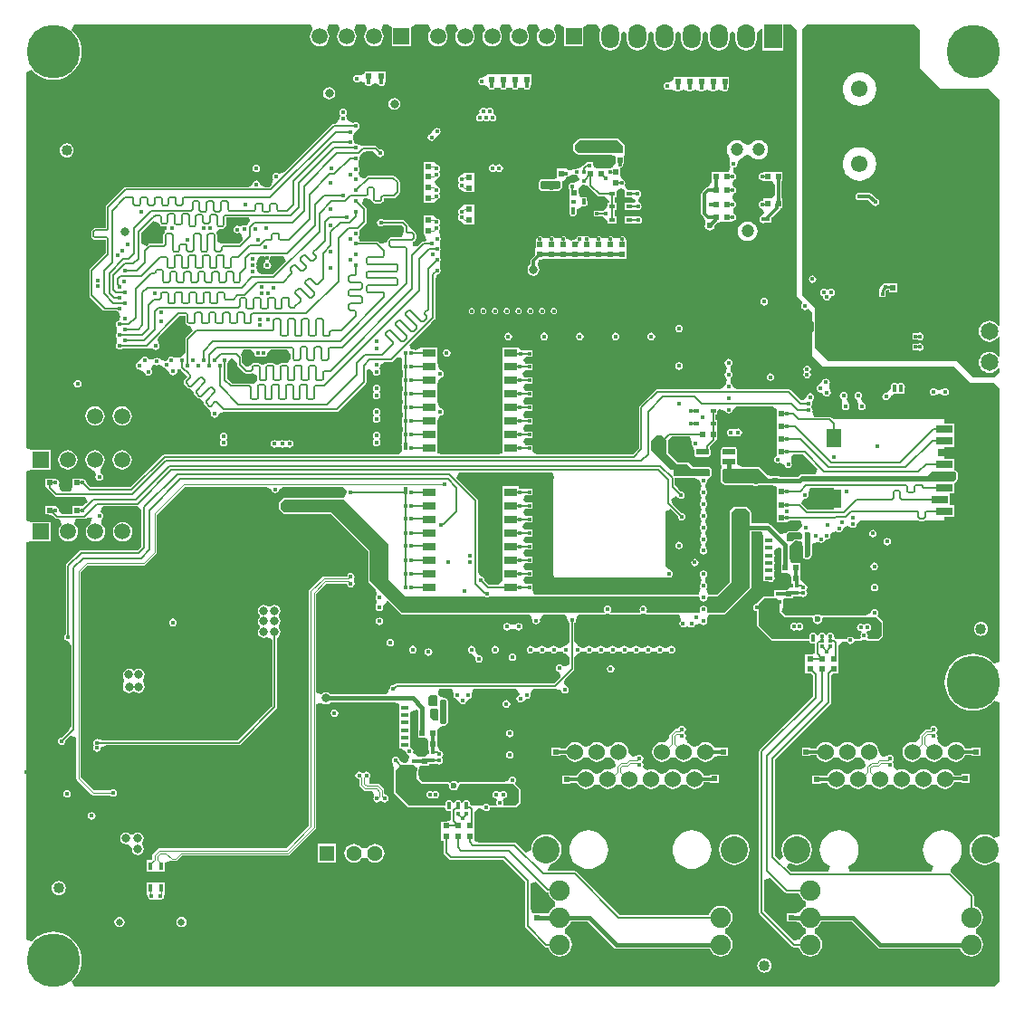
<source format=gbl>
G04*
G04 #@! TF.GenerationSoftware,Altium Limited,Altium Designer,18.1.6 (161)*
G04*
G04 Layer_Physical_Order=6*
G04 Layer_Color=16711680*
%FSTAX24Y24*%
%MOIN*%
G70*
G01*
G75*
%ADD11C,0.0059*%
%ADD13C,0.0157*%
%ADD14C,0.0079*%
%ADD17C,0.0118*%
%ADD24R,0.0197X0.0236*%
%ADD25R,0.0118X0.0118*%
%ADD26R,0.0118X0.0118*%
%ADD28R,0.0236X0.0197*%
%ADD30R,0.0157X0.0197*%
%ADD31R,0.0200X0.0140*%
%ADD36R,0.0197X0.0157*%
%ADD47R,0.0197X0.0197*%
%ADD48R,0.0236X0.0197*%
%ADD64R,0.0197X0.0236*%
G04:AMPARAMS|DCode=67|XSize=47.6mil|YSize=22.8mil|CornerRadius=2.9mil|HoleSize=0mil|Usage=FLASHONLY|Rotation=0.000|XOffset=0mil|YOffset=0mil|HoleType=Round|Shape=RoundedRectangle|*
%AMROUNDEDRECTD67*
21,1,0.0476,0.0171,0,0,0.0*
21,1,0.0419,0.0228,0,0,0.0*
1,1,0.0057,0.0210,-0.0086*
1,1,0.0057,-0.0210,-0.0086*
1,1,0.0057,-0.0210,0.0086*
1,1,0.0057,0.0210,0.0086*
%
%ADD67ROUNDEDRECTD67*%
%ADD76R,0.0197X0.0197*%
%ADD77R,0.0512X0.0354*%
%ADD78R,0.0137X0.0297*%
%ADD165C,0.0400*%
%ADD171C,0.0098*%
%ADD172C,0.0048*%
%ADD173C,0.0043*%
%ADD174C,0.0042*%
%ADD176C,0.0033*%
%ADD181C,0.0600*%
%ADD182C,0.0750*%
%ADD183C,0.1000*%
%ADD184R,0.0591X0.0591*%
%ADD185C,0.0591*%
%ADD186C,0.1969*%
%ADD187C,0.0472*%
%ADD188C,0.0610*%
G04:AMPARAMS|DCode=189|XSize=70.9mil|YSize=39.4mil|CornerRadius=9.8mil|HoleSize=0mil|Usage=FLASHONLY|Rotation=90.000|XOffset=0mil|YOffset=0mil|HoleType=Round|Shape=RoundedRectangle|*
%AMROUNDEDRECTD189*
21,1,0.0709,0.0197,0,0,90.0*
21,1,0.0512,0.0394,0,0,90.0*
1,1,0.0197,0.0098,0.0256*
1,1,0.0197,0.0098,-0.0256*
1,1,0.0197,-0.0098,-0.0256*
1,1,0.0197,-0.0098,0.0256*
%
%ADD189ROUNDEDRECTD189*%
%ADD190O,0.0394X0.0827*%
%ADD191C,0.0256*%
%ADD192R,0.0562X0.0562*%
%ADD193C,0.0562*%
%ADD194C,0.1290*%
%ADD195C,0.0650*%
%ADD196O,0.1299X0.1575*%
%ADD197C,0.1181*%
%ADD198O,0.0650X0.0900*%
%ADD199R,0.0650X0.0900*%
%ADD200C,0.0157*%
%ADD201C,0.0315*%
%ADD202C,0.0236*%
%ADD203R,0.0748X0.0551*%
%ADD204R,0.0551X0.0709*%
%ADD205R,0.0591X0.0315*%
%ADD206R,0.0500X0.0299*%
G36*
X056535Y048819D02*
Y039016D01*
X056755Y038796D01*
X056751Y038751D01*
X056721Y038705D01*
X05671Y038652D01*
X056721Y038598D01*
X056751Y038552D01*
X056797Y038522D01*
X05685Y038511D01*
X056904Y038522D01*
X05695Y038552D01*
X056995Y038557D01*
X057126Y038425D01*
X057126Y036811D01*
X05752Y036417D01*
X062343D01*
X062933Y035827D01*
X063819D01*
X064016Y03563D01*
Y02556D01*
X063819Y025488D01*
X063772Y025543D01*
X063647Y02565D01*
X063507Y025736D01*
X063355Y025798D01*
X063195Y025837D01*
X063032Y02585D01*
X062868Y025837D01*
X062708Y025798D01*
X062556Y025736D01*
X062416Y02565D01*
X062291Y025543D01*
X062185Y025418D01*
X062099Y025278D01*
X062036Y025127D01*
X061998Y024967D01*
X061985Y024803D01*
X061998Y024639D01*
X062036Y02448D01*
X062099Y024328D01*
X062185Y024188D01*
X062291Y024063D01*
X062416Y023956D01*
X062556Y023871D01*
X062708Y023808D01*
X062868Y02377D01*
X063032Y023757D01*
X063195Y02377D01*
X063355Y023808D01*
X063507Y023871D01*
X063647Y023956D01*
X063772Y024063D01*
X063819Y024119D01*
X064016Y024046D01*
Y019161D01*
X063976Y019128D01*
X063819Y019074D01*
X063749Y019127D01*
X063613Y019184D01*
X063467Y019203D01*
X063321Y019184D01*
X063185Y019127D01*
X063069Y019038D01*
X062979Y018921D01*
X062923Y018785D01*
X062903Y018639D01*
X062923Y018493D01*
X062979Y018357D01*
X063069Y01824D01*
X063185Y018151D01*
X063321Y018094D01*
X063467Y018075D01*
X063613Y018094D01*
X063749Y018151D01*
X063819Y018204D01*
X063976Y01815D01*
X064016Y018117D01*
Y01378D01*
X063819Y013583D01*
X02993D01*
X029858Y01378D01*
X029913Y013827D01*
X03002Y013952D01*
X030106Y014092D01*
X030169Y014244D01*
X030207Y014403D01*
X03022Y014567D01*
X030207Y014731D01*
X030169Y01489D01*
X030106Y015042D01*
X03002Y015182D01*
X029913Y015307D01*
X029788Y015414D01*
X029648Y015499D01*
X029497Y015562D01*
X029337Y015601D01*
X029173Y015613D01*
X02901Y015601D01*
X02885Y015562D01*
X028698Y015499D01*
X028558Y015414D01*
X028433Y015307D01*
X028386Y015251D01*
X028189Y015324D01*
Y029962D01*
X02837Y03D01*
X028386Y03D01*
X029079D01*
Y030709D01*
X028386D01*
X02837Y030709D01*
X028189Y030747D01*
Y032562D01*
X028354Y032638D01*
X028386Y032638D01*
X029063D01*
Y033346D01*
X028386D01*
X028354Y033346D01*
X028189Y033423D01*
Y047274D01*
X028386Y047347D01*
X028433Y047291D01*
X028558Y047185D01*
X028698Y047099D01*
X02885Y047036D01*
X02901Y046998D01*
X029173Y046985D01*
X029337Y046998D01*
X029497Y047036D01*
X029648Y047099D01*
X029788Y047185D01*
X029913Y047291D01*
X03002Y047416D01*
X030106Y047556D01*
X030169Y047708D01*
X030207Y047868D01*
X03022Y048032D01*
X030207Y048195D01*
X030169Y048355D01*
X030106Y048507D01*
X03002Y048647D01*
X029913Y048772D01*
X029858Y048819D01*
X02993Y049016D01*
X038643D01*
X038705Y04889D01*
X038719Y048819D01*
X038675Y048761D01*
X038639Y048675D01*
X038627Y048583D01*
X038639Y04849D01*
X038675Y048404D01*
X038732Y04833D01*
X038806Y048273D01*
X038892Y048237D01*
X038984Y048225D01*
X039077Y048237D01*
X039163Y048273D01*
X039237Y04833D01*
X039294Y048404D01*
X039329Y04849D01*
X039342Y048583D01*
X039329Y048675D01*
X039294Y048761D01*
X03925Y048819D01*
X039264Y04889D01*
X039325Y049016D01*
X039643D01*
X039705Y04889D01*
X039719Y048819D01*
X039675Y048761D01*
X039639Y048675D01*
X039627Y048583D01*
X039639Y04849D01*
X039675Y048404D01*
X039732Y04833D01*
X039806Y048273D01*
X039892Y048237D01*
X039984Y048225D01*
X040077Y048237D01*
X040163Y048273D01*
X040237Y04833D01*
X040294Y048404D01*
X040329Y04849D01*
X040342Y048583D01*
X040329Y048675D01*
X040294Y048761D01*
X04025Y048819D01*
X040264Y04889D01*
X040325Y049016D01*
X040643D01*
X040705Y04889D01*
X040719Y048819D01*
X040675Y048761D01*
X040639Y048675D01*
X040627Y048583D01*
X040639Y04849D01*
X040675Y048404D01*
X040732Y04833D01*
X040806Y048273D01*
X040892Y048237D01*
X040984Y048225D01*
X041077Y048237D01*
X041163Y048273D01*
X041237Y04833D01*
X041294Y048404D01*
X041329Y04849D01*
X041342Y048583D01*
X041329Y048675D01*
X041294Y048761D01*
X04125Y048819D01*
X041264Y04889D01*
X041325Y049016D01*
X041466D01*
X04163Y048937D01*
X04163Y048819D01*
Y048228D01*
X042339D01*
Y048819D01*
X042339Y048937D01*
X042503Y049016D01*
X04299D01*
X043051Y04889D01*
X043065Y048819D01*
X043021Y048761D01*
X042986Y048675D01*
X042973Y048583D01*
X042986Y04849D01*
X043021Y048404D01*
X043078Y04833D01*
X043152Y048273D01*
X043238Y048237D01*
X043331Y048225D01*
X043423Y048237D01*
X043509Y048273D01*
X043583Y04833D01*
X04364Y048404D01*
X043676Y04849D01*
X043688Y048583D01*
X043676Y048675D01*
X04364Y048761D01*
X043596Y048819D01*
X04361Y04889D01*
X043672Y049016D01*
X04399D01*
X044051Y04889D01*
X044065Y048819D01*
X044021Y048761D01*
X043986Y048675D01*
X043973Y048583D01*
X043986Y04849D01*
X044021Y048404D01*
X044078Y04833D01*
X044152Y048273D01*
X044238Y048237D01*
X044331Y048225D01*
X044423Y048237D01*
X044509Y048273D01*
X044583Y04833D01*
X04464Y048404D01*
X044676Y04849D01*
X044688Y048583D01*
X044676Y048675D01*
X04464Y048761D01*
X044596Y048819D01*
X04461Y04889D01*
X044672Y049016D01*
X04499D01*
X045051Y04889D01*
X045065Y048819D01*
X045021Y048761D01*
X044985Y048675D01*
X044973Y048583D01*
X044985Y04849D01*
X045021Y048404D01*
X045078Y04833D01*
X045152Y048273D01*
X045238Y048237D01*
X045331Y048225D01*
X045423Y048237D01*
X045509Y048273D01*
X045583Y04833D01*
X04564Y048404D01*
X045676Y04849D01*
X045688Y048583D01*
X045676Y048675D01*
X04564Y048761D01*
X045596Y048819D01*
X04561Y04889D01*
X045672Y049016D01*
X04599D01*
X046051Y04889D01*
X046065Y048819D01*
X046021Y048761D01*
X045985Y048675D01*
X045973Y048583D01*
X045985Y04849D01*
X046021Y048404D01*
X046078Y04833D01*
X046152Y048273D01*
X046238Y048237D01*
X046331Y048225D01*
X046423Y048237D01*
X046509Y048273D01*
X046583Y04833D01*
X04664Y048404D01*
X046676Y04849D01*
X046688Y048583D01*
X046676Y048675D01*
X04664Y048761D01*
X046596Y048819D01*
X04661Y04889D01*
X046672Y049016D01*
X04699D01*
X047051Y04889D01*
X047065Y048819D01*
X047021Y048761D01*
X046986Y048675D01*
X046973Y048583D01*
X046986Y04849D01*
X047021Y048404D01*
X047078Y04833D01*
X047152Y048273D01*
X047238Y048237D01*
X047331Y048225D01*
X047423Y048237D01*
X047509Y048273D01*
X047583Y04833D01*
X04764Y048404D01*
X047676Y04849D01*
X047688Y048583D01*
X047676Y048675D01*
X04764Y048761D01*
X047596Y048819D01*
X04761Y04889D01*
X047672Y049016D01*
X047812D01*
X047976Y048937D01*
X047976Y048819D01*
Y048228D01*
X048685D01*
Y048819D01*
X048685Y048937D01*
X048849Y049016D01*
X049184D01*
X049209Y048998D01*
X049308Y048819D01*
X049303Y048808D01*
X04929Y048708D01*
Y048458D01*
X049303Y048357D01*
X049342Y048264D01*
X049403Y048184D01*
X049483Y048122D01*
X049577Y048084D01*
X049677Y04807D01*
X049777Y048084D01*
X049871Y048122D01*
X049951Y048184D01*
X050013Y048264D01*
X050051Y048357D01*
X050065Y048458D01*
Y048708D01*
X050177Y048802D01*
X050214Y048771D01*
X05029Y048655D01*
Y048458D01*
X050303Y048357D01*
X050342Y048264D01*
X050403Y048184D01*
X050483Y048122D01*
X050577Y048084D01*
X050677Y04807D01*
X050777Y048084D01*
X050871Y048122D01*
X050951Y048184D01*
X051013Y048264D01*
X051051Y048357D01*
X051065Y048458D01*
Y048708D01*
X051177Y048802D01*
X051214Y048771D01*
X05129Y048655D01*
Y048458D01*
X051303Y048357D01*
X051342Y048264D01*
X051403Y048184D01*
X051483Y048122D01*
X051577Y048084D01*
X051677Y04807D01*
X051777Y048084D01*
X051871Y048122D01*
X051951Y048184D01*
X052013Y048264D01*
X052051Y048357D01*
X052065Y048458D01*
Y048708D01*
X052177Y048802D01*
X052214Y048771D01*
X05229Y048655D01*
Y048458D01*
X052303Y048357D01*
X052342Y048264D01*
X052403Y048184D01*
X052483Y048122D01*
X052577Y048084D01*
X052677Y04807D01*
X052777Y048084D01*
X052871Y048122D01*
X052951Y048184D01*
X053013Y048264D01*
X053051Y048357D01*
X053065Y048458D01*
Y048708D01*
X053177Y048802D01*
X053214Y048771D01*
X05329Y048655D01*
Y048458D01*
X053303Y048357D01*
X053342Y048264D01*
X053403Y048184D01*
X053483Y048122D01*
X053577Y048084D01*
X053677Y04807D01*
X053777Y048084D01*
X053871Y048122D01*
X053951Y048184D01*
X054013Y048264D01*
X054051Y048357D01*
X054065Y048458D01*
Y048708D01*
X054177Y048802D01*
X054214Y048771D01*
X05429Y048655D01*
Y048458D01*
X054303Y048357D01*
X054342Y048264D01*
X054403Y048184D01*
X054483Y048122D01*
X054577Y048084D01*
X054677Y04807D01*
X054777Y048084D01*
X054871Y048122D01*
X054951Y048184D01*
X055013Y048264D01*
X055051Y048357D01*
X055065Y048458D01*
Y048708D01*
X055064Y048714D01*
X055212Y048865D01*
X055233Y048873D01*
X055293Y048858D01*
Y048074D01*
X056061D01*
Y049016D01*
X056339D01*
X056535Y048819D01*
D02*
G37*
G36*
X061063Y048819D02*
Y047441D01*
X06185Y046654D01*
X063622D01*
X064016Y04626D01*
Y037939D01*
X063971Y037922D01*
X063966Y037922D01*
X063906Y038D01*
X063826Y038062D01*
X063732Y038101D01*
X063632Y038114D01*
X063532Y038101D01*
X063438Y038062D01*
X063358Y038D01*
X063296Y03792D01*
X063258Y037827D01*
X063245Y037726D01*
X063258Y037626D01*
X063296Y037533D01*
X063358Y037452D01*
X063438Y037391D01*
X063532Y037352D01*
X063632Y037339D01*
X063732Y037352D01*
X063826Y037391D01*
X063906Y037452D01*
X063966Y037531D01*
X063971Y037531D01*
X064016Y037514D01*
Y036797D01*
X063971Y03678D01*
X063966Y03678D01*
X063906Y036859D01*
X063826Y03692D01*
X063732Y036959D01*
X063632Y036972D01*
X063532Y036959D01*
X063438Y03692D01*
X063358Y036859D01*
X063296Y036778D01*
X063258Y036685D01*
X063245Y036585D01*
X063258Y036484D01*
X063296Y036391D01*
X063358Y036311D01*
X063438Y036249D01*
X063532Y03621D01*
X063632Y036197D01*
X063732Y03621D01*
X063826Y036249D01*
X063906Y036311D01*
X063966Y036389D01*
X063971Y036389D01*
X064016Y036372D01*
Y03622D01*
X063819Y036024D01*
X063032D01*
X062441Y036614D01*
X057717D01*
X057224Y037106D01*
X057224Y038583D01*
X056732Y039075D01*
Y048819D01*
X056929Y049016D01*
X060866D01*
X061063Y048819D01*
D02*
G37*
%LPC*%
G36*
X046339Y047185D02*
X04626Y047185D01*
X045906Y047185D01*
X045827Y047185D01*
X045472Y047185D01*
X045394Y047185D01*
X045157Y047185D01*
X045148Y047177D01*
X044961Y04707D01*
X044907Y047059D01*
X044861Y047028D01*
X044831Y046983D01*
X04482Y046929D01*
X044831Y046875D01*
X044861Y04683D01*
X044907Y046799D01*
X044961Y046789D01*
X044985Y046793D01*
X04504Y046787D01*
X045172Y046724D01*
X045196Y046702D01*
X045216Y046672D01*
X045216Y046672D01*
X045261Y046642D01*
X045261Y046642D01*
X045315Y046631D01*
X045369Y046642D01*
X045369Y046642D01*
X045414Y046672D01*
X045414Y046672D01*
X045424Y046686D01*
X045531Y046704D01*
X045639Y046686D01*
X045649Y046672D01*
X045694Y046642D01*
X045694Y046642D01*
X045748Y046631D01*
X045802Y046642D01*
X045847Y046672D01*
X045847Y046672D01*
X045857Y046686D01*
X045965Y046704D01*
X046072Y046686D01*
X046082Y046672D01*
X046127Y046642D01*
X046127Y046642D01*
X046181Y046631D01*
X046235Y046642D01*
X04628Y046672D01*
X04628Y046672D01*
X04629Y046686D01*
X046398Y046704D01*
X046505Y046686D01*
X046515Y046672D01*
X04656Y046642D01*
X04656Y046642D01*
X046614Y046631D01*
X046668Y046642D01*
X046714Y046672D01*
X046714Y046672D01*
X046744Y046718D01*
X046772Y046831D01*
X046772Y046831D01*
Y047185D01*
X046339Y047185D01*
D02*
G37*
G36*
X041102Y047303D02*
X040945D01*
X040906Y047303D01*
X04063D01*
Y047227D01*
X040524Y047174D01*
X040433Y047151D01*
X040407Y047168D01*
X040407Y047168D01*
X040354Y047179D01*
X040354Y047179D01*
X0403Y047168D01*
X040254Y047138D01*
X040254Y047138D01*
X040224Y047092D01*
X040213Y047038D01*
X040224Y046984D01*
X040254Y046939D01*
X040254Y046939D01*
X0403Y046908D01*
X040354Y046898D01*
X040354Y046898D01*
X040407Y046908D01*
X040407Y046908D01*
X040441Y046931D01*
X040491Y046936D01*
X040622Y046897D01*
X040648Y046882D01*
X040658Y046836D01*
X040688Y04679D01*
X040734Y04676D01*
X040787Y046749D01*
X040841Y04676D01*
X040887Y04679D01*
X040917Y046836D01*
X041024Y046872D01*
X04113Y046836D01*
X04116Y04679D01*
X041206Y04676D01*
X041206Y04676D01*
X04126Y046749D01*
X041314Y04676D01*
X041359Y04679D01*
X041359Y04679D01*
X04139Y046836D01*
X041417Y046949D01*
X041417Y046949D01*
Y047303D01*
X041142D01*
X041102Y047303D01*
D02*
G37*
G36*
X053622Y047106D02*
X053543Y047106D01*
X053189Y047106D01*
X05311Y047106D01*
X052756Y047106D01*
X052677Y047106D01*
X052323Y047106D01*
X052244Y047106D01*
X052008D01*
Y046998D01*
X051997Y046988D01*
X051834Y046906D01*
X051811Y046904D01*
X051772Y046912D01*
X051718Y046901D01*
X051672Y046871D01*
X051642Y046825D01*
X051631Y046772D01*
X051642Y046718D01*
X051672Y046672D01*
X051718Y046642D01*
X051772Y046631D01*
X051825Y046642D01*
X051833Y046647D01*
X051951Y046642D01*
X052061Y046602D01*
X052066Y046594D01*
X052066Y046594D01*
X052112Y046563D01*
X052112Y046563D01*
X052165Y046552D01*
X052219Y046563D01*
X052219Y046563D01*
X052265Y046594D01*
X052265Y046594D01*
X052274Y046608D01*
X052382Y046625D01*
X05249Y046608D01*
X052499Y046594D01*
X052545Y046563D01*
X052545Y046563D01*
X052598Y046552D01*
X052652Y046563D01*
X052698Y046594D01*
X052698Y046594D01*
X052707Y046608D01*
X052815Y046625D01*
X052923Y046608D01*
X052932Y046594D01*
X052978Y046563D01*
X052978Y046563D01*
X053032Y046552D01*
X053085Y046563D01*
X053131Y046594D01*
X053131Y046594D01*
X05314Y046608D01*
X053248Y046625D01*
X053356Y046608D01*
X053365Y046594D01*
X053411Y046563D01*
X053411Y046563D01*
X053465Y046552D01*
X053518Y046563D01*
X053564Y046594D01*
X053564Y046594D01*
X053573Y046608D01*
X053681Y046625D01*
X053789Y046608D01*
X053798Y046594D01*
X053844Y046563D01*
X053844Y046563D01*
X053898Y046552D01*
X053951Y046563D01*
X053997Y046594D01*
X053997Y046594D01*
X054027Y046639D01*
X054055Y046752D01*
X054055Y046752D01*
Y047106D01*
X053622Y047106D01*
D02*
G37*
G36*
X039331Y046717D02*
X039246Y0467D01*
X039175Y046652D01*
X039127Y046581D01*
X03911Y046496D01*
X039127Y046412D01*
X039175Y04634D01*
X039246Y046292D01*
X039331Y046275D01*
X039415Y046292D01*
X039487Y04634D01*
X039535Y046412D01*
X039551Y046496D01*
X039535Y046581D01*
X039487Y046652D01*
X039415Y0467D01*
X039331Y046717D01*
D02*
G37*
G36*
X041732Y046323D02*
X041648Y046306D01*
X041576Y046258D01*
X041528Y046187D01*
X041512Y046102D01*
X041528Y046018D01*
X041576Y045946D01*
X041648Y045898D01*
X041732Y045882D01*
X041817Y045898D01*
X041888Y045946D01*
X041936Y046018D01*
X041953Y046102D01*
X041936Y046187D01*
X041888Y046258D01*
X041817Y046306D01*
X041732Y046323D01*
D02*
G37*
G36*
X045Y045967D02*
X045Y045967D01*
X044946Y045957D01*
X044946Y045957D01*
X044901Y045926D01*
X04487Y045881D01*
X04487Y045881D01*
X04487Y045881D01*
X044859Y045827D01*
X04487Y045773D01*
X044828Y04572D01*
X044783Y04569D01*
X044783Y04569D01*
X044783Y04569D01*
X044752Y045644D01*
X044741Y045591D01*
X044752Y045537D01*
X044752Y045537D01*
X044783Y045491D01*
X044828Y045461D01*
X044882Y04545D01*
X044882Y04545D01*
X044936Y045461D01*
X044981Y045491D01*
X045019D01*
X045064Y045461D01*
X045118Y04545D01*
X045172Y045461D01*
X045217Y045491D01*
X045255D01*
X045301Y045461D01*
X045301Y045461D01*
X045354Y04545D01*
X045408Y045461D01*
X045454Y045491D01*
X045484Y045537D01*
Y045537D01*
X045495Y045591D01*
X045484Y045644D01*
Y045644D01*
X045484Y045644D01*
X045454Y04569D01*
X045408Y04572D01*
X045366Y045773D01*
X045377Y045827D01*
X045377Y045827D01*
X045377Y045827D01*
X045366Y045881D01*
X045336Y045926D01*
X04529Y045957D01*
X04529Y045957D01*
X045236Y045967D01*
X045182Y045957D01*
X045137Y045926D01*
X045099D01*
X045054Y045957D01*
X045Y045967D01*
X045D01*
D02*
G37*
G36*
X054347Y044771D02*
X054339Y044769D01*
X05433Y044771D01*
X054254Y044761D01*
X054247Y044757D01*
X054238D01*
X054167Y044727D01*
X054161Y044721D01*
X054152Y044719D01*
X054091Y044672D01*
X054087Y044665D01*
X05408Y04466D01*
X054033Y0446D01*
X054031Y044591D01*
X054025Y044585D01*
X053995Y044514D01*
Y044505D01*
X053991Y044498D01*
X053981Y044422D01*
X053983Y044413D01*
X053981Y044405D01*
X053991Y044329D01*
X053995Y044321D01*
Y044313D01*
X054025Y044242D01*
X054031Y044236D01*
X054033Y044227D01*
X054059Y044193D01*
X054088Y044089D01*
X054094Y044034D01*
X054083Y043951D01*
X054079Y04393D01*
X054072Y043898D01*
X054083Y043844D01*
X054083Y043844D01*
X054113Y043798D01*
X054059Y043602D01*
X053985Y043602D01*
X053807Y043602D01*
X05361Y043602D01*
X053413D01*
Y043248D01*
X053413D01*
Y043231D01*
X053278Y043041D01*
X053243Y043028D01*
X053227Y043025D01*
X053188Y042999D01*
X053188Y042999D01*
X053064Y042875D01*
X053038Y042836D01*
X053029Y04279D01*
X053029Y04279D01*
Y042065D01*
X053029Y042065D01*
X053038Y042019D01*
X053064Y04198D01*
X053123Y041921D01*
X053189Y041784D01*
X05317Y041683D01*
X05317Y041683D01*
X053165Y041661D01*
X053156Y041614D01*
X05317Y041545D01*
X053209Y041486D01*
X053267Y041447D01*
X053337Y041434D01*
X053406Y041447D01*
X053464Y041486D01*
X053503Y041545D01*
X053517Y041614D01*
X053627Y04173D01*
X053804Y041752D01*
X053819Y041752D01*
X053925Y041752D01*
X054122D01*
X054122Y041752D01*
X054227Y041799D01*
X054273Y04183D01*
X054303Y041875D01*
X054303Y041875D01*
Y041875D01*
X054314Y041929D01*
X054303Y041983D01*
X054303Y041983D01*
X054273Y042028D01*
X054273Y042028D01*
X054227Y042059D01*
X054209Y042165D01*
X054227Y042272D01*
X054227Y042272D01*
X054273Y042302D01*
Y042302D01*
X054303Y042348D01*
X054314Y042402D01*
X054314Y042402D01*
X054303Y042455D01*
X054303Y042455D01*
X054273Y042501D01*
X054273Y042501D01*
X054227Y042531D01*
X054227Y042531D01*
X054183Y042657D01*
X054227Y042784D01*
X054273Y042814D01*
X054273Y042814D01*
X054303Y04286D01*
X054303Y04286D01*
Y04286D01*
X054314Y042913D01*
X054303Y042967D01*
X054303Y042967D01*
X054303Y042967D01*
X054273Y043013D01*
X054273Y043013D01*
X054227Y043043D01*
X054183Y043169D01*
X054227Y043295D01*
X054273Y043326D01*
X054273Y043326D01*
X054303Y043371D01*
X054303Y043371D01*
Y043371D01*
X054314Y043425D01*
X054303Y043479D01*
X054303Y043479D01*
X054273Y043525D01*
X054273Y043525D01*
X054239Y043547D01*
X054227Y043555D01*
X054219Y043561D01*
X054219Y043754D01*
X054266Y043768D01*
X054312Y043798D01*
X054342Y043844D01*
X054352Y043891D01*
X054365Y043923D01*
X054414Y04402D01*
X054487Y04409D01*
X05451Y044099D01*
X054516Y044105D01*
X054525Y044108D01*
X054586Y044154D01*
X05459Y044162D01*
X054597Y044166D01*
X054627Y044205D01*
X054738Y044226D01*
X05485Y044205D01*
X054879Y044167D01*
X054887Y044162D01*
X054891Y044155D01*
X054952Y044108D01*
X05496Y044106D01*
X054966Y0441D01*
X055037Y044071D01*
X055046D01*
X055053Y044066D01*
X055129Y044056D01*
X055138Y044059D01*
X055146Y044056D01*
X055222Y044066D01*
X05523Y044071D01*
X055238D01*
X055309Y0441D01*
X055315Y044106D01*
X055324Y044108D01*
X055384Y044155D01*
X055389Y044162D01*
X055396Y044167D01*
X055443Y044228D01*
X055445Y044236D01*
X055451Y044242D01*
X055481Y044313D01*
Y044322D01*
X055485Y044329D01*
X055495Y044405D01*
X055493Y044413D01*
X055495Y044422D01*
X055485Y044498D01*
X055481Y044505D01*
Y044514D01*
X055451Y044585D01*
X055445Y044591D01*
X055443Y044599D01*
X055396Y04466D01*
X055389Y044664D01*
X055384Y044672D01*
X055324Y044718D01*
X055315Y044721D01*
X055309Y044727D01*
X055238Y044756D01*
X05523D01*
X055222Y04476D01*
X055146Y04477D01*
X055138Y044768D01*
X055129Y04477D01*
X055053Y04476D01*
X055046Y044756D01*
X055037D01*
X054966Y044727D01*
X05496Y044721D01*
X054952Y044718D01*
X054891Y044672D01*
X054887Y044664D01*
X054879Y04466D01*
X05485Y044622D01*
X054738Y044601D01*
X054627Y044622D01*
X054597Y04466D01*
X05459Y044665D01*
X054586Y044672D01*
X054525Y044719D01*
X054516Y044721D01*
X05451Y044727D01*
X054439Y044757D01*
X054431D01*
X054423Y044761D01*
X054347Y044771D01*
D02*
G37*
G36*
X043298Y045223D02*
X043298Y045223D01*
X043244Y045212D01*
X04321Y045189D01*
X04321Y045189D01*
X043198Y045182D01*
X043108Y045078D01*
X042999Y044979D01*
X042991Y044966D01*
X042991Y044966D01*
Y044966D01*
X042969Y044933D01*
X042969Y044933D01*
X042969Y044933D01*
X042958Y044879D01*
X042958Y044879D01*
X042958Y044879D01*
X042969Y044825D01*
X042969Y044825D01*
X042969Y044825D01*
X042999Y04478D01*
X042999D01*
X043045Y044749D01*
X043045Y044749D01*
X043099Y044739D01*
X043099Y044739D01*
X043152Y044749D01*
X043152Y044749D01*
X043198Y04478D01*
X043198Y04478D01*
X043198Y04478D01*
X043224Y044819D01*
X043281Y044879D01*
X043359Y044958D01*
X043397Y044983D01*
X043397Y044983D01*
X043397Y044983D01*
X043405Y044995D01*
X043428Y045029D01*
X043428Y045029D01*
X043438Y045083D01*
X043438Y045083D01*
X043428Y045136D01*
X043428Y045136D01*
X043397Y045182D01*
X043352Y045212D01*
X043352Y045212D01*
X043352Y045212D01*
X043298Y045223D01*
X043298Y045223D01*
D02*
G37*
G36*
X039843Y045928D02*
X039789Y045917D01*
X039743Y045887D01*
X039713Y045841D01*
X039702Y045787D01*
X039713Y045734D01*
X039743Y045688D01*
X039743Y045651D01*
X039713Y045605D01*
X039706Y045573D01*
X039702Y045551D01*
X039599Y045408D01*
X039557Y045376D01*
X039498D01*
X039463Y045369D01*
X039434Y045349D01*
X037667Y043582D01*
X037471Y043525D01*
X037426Y043555D01*
X037372Y043566D01*
X037318Y043555D01*
X037273Y043525D01*
X037242Y043479D01*
X037232Y043425D01*
X037242Y043371D01*
X037273Y043326D01*
X037215Y04313D01*
X037128Y043043D01*
X036973D01*
X036794Y04314D01*
X036783Y043194D01*
X036783Y043194D01*
X036753Y043239D01*
X036753Y043239D01*
X036707Y04327D01*
X036654Y04328D01*
X036654Y04328D01*
X0366Y04327D01*
X036554Y043239D01*
X036524Y043194D01*
X036524Y043194D01*
X036513Y04314D01*
X036334Y043043D01*
X03185D01*
X03185Y043043D01*
X031816Y043036D01*
X031787Y043017D01*
X031127Y042357D01*
X031107Y042328D01*
X031101Y042293D01*
Y041654D01*
Y041538D01*
X030713D01*
X030679Y041531D01*
X030649Y041511D01*
X030598Y041459D01*
X030578Y04143D01*
X030571Y041395D01*
Y04124D01*
X030578Y041205D01*
X030598Y041176D01*
X030649Y041124D01*
X030679Y041105D01*
X030713Y041098D01*
X031101D01*
Y040598D01*
X030527Y040024D01*
X030507Y039995D01*
X0305Y039961D01*
Y039055D01*
X030507Y039021D01*
X030527Y038991D01*
X031009Y038509D01*
X031038Y038489D01*
X031073Y038483D01*
X031519D01*
X031525Y038473D01*
X031525D01*
X031564Y038447D01*
X03157Y038443D01*
X03157Y038443D01*
X031646Y038263D01*
X03157Y038112D01*
X031525Y038082D01*
X031525Y038082D01*
X031494Y038036D01*
X031484Y037982D01*
X031494Y037929D01*
X031494Y037929D01*
X031514Y037899D01*
X031525Y037864D01*
Y037707D01*
X031514Y037672D01*
X031494Y037642D01*
X031484Y037589D01*
X031494Y037535D01*
X031514Y037506D01*
X031525Y037471D01*
Y037313D01*
X031514Y037278D01*
X031494Y037249D01*
X031484Y037195D01*
X031484Y037195D01*
X031494Y037141D01*
X031494Y037141D01*
X031525Y037096D01*
X03157Y037065D01*
X03157Y037065D01*
X031624Y037054D01*
X031624Y037054D01*
X031678Y037065D01*
X031723Y037096D01*
X031723Y037096D01*
X031729Y037105D01*
X032598D01*
X032632Y037111D01*
X032633Y037111D01*
X032844Y037086D01*
X032844Y037086D01*
X032889Y037055D01*
X032943Y037045D01*
X032997Y037055D01*
X033042Y037086D01*
X033073Y037131D01*
X033083Y037185D01*
X033073Y037239D01*
X033042Y037284D01*
X033028Y037463D01*
X033038Y037506D01*
X033827Y038296D01*
X034034D01*
Y038079D01*
X034041Y038044D01*
X034061Y038015D01*
X034113Y037963D01*
X034142Y037944D01*
X034177Y037937D01*
X03422D01*
X034302Y03774D01*
X034057Y037495D01*
X034037Y037466D01*
X03403Y037431D01*
Y036968D01*
X033919Y036798D01*
X033866Y036788D01*
X033866Y036788D01*
X033837Y036768D01*
X033801Y036757D01*
X033644D01*
X033609Y036768D01*
X03358Y036788D01*
X03358D01*
X033526Y036798D01*
X033472Y036788D01*
X033472D01*
X033472Y036788D01*
X033426Y036757D01*
X033426Y036757D01*
X033396Y036712D01*
X033356Y03665D01*
X033311Y036637D01*
X03317Y03666D01*
X033091Y036714D01*
X033091Y036714D01*
X033046Y036744D01*
X033046Y036744D01*
X032992Y036755D01*
X032938Y036744D01*
X032893Y036714D01*
X032893Y036714D01*
X03286Y036683D01*
X032805Y036681D01*
X032673Y03671D01*
X032671Y036712D01*
X032641Y036757D01*
X032641Y036757D01*
X032641Y036757D01*
X032595Y036788D01*
X032595D01*
X032542Y036798D01*
X032542Y036798D01*
X032488Y036788D01*
X032488Y036788D01*
X032488Y036788D01*
X032442Y036757D01*
X032442Y036757D01*
Y036757D01*
X032412Y036712D01*
X032295Y036604D01*
X032295Y036604D01*
X032295Y036604D01*
X03225Y036574D01*
Y036574D01*
X032219Y036528D01*
X032219Y036528D01*
X032208Y036474D01*
X032208Y036474D01*
X032219Y036421D01*
X032219Y036421D01*
X032219Y036421D01*
X03225Y036375D01*
X03225Y036375D01*
X032295Y036345D01*
X032295Y036345D01*
X032346Y036335D01*
X032346Y036334D01*
X03239Y036306D01*
X032507Y036229D01*
X032535Y036197D01*
X032538Y036186D01*
X032538Y036186D01*
X032568Y036141D01*
X032614Y03611D01*
X032667Y0361D01*
X032667Y0361D01*
X032721Y03611D01*
X032721Y03611D01*
X032767Y036141D01*
X032797Y036186D01*
X032797Y036186D01*
X032808Y03624D01*
X032808Y03624D01*
X032797Y036294D01*
X032767Y036339D01*
X032803Y036462D01*
X032892Y036515D01*
X032893Y036515D01*
X032938Y036484D01*
X032992Y036474D01*
X033022Y03648D01*
X033034Y036481D01*
X033175Y036458D01*
X033253Y036405D01*
X033254Y036405D01*
X033299Y036374D01*
X033338Y036341D01*
X033431Y036225D01*
X033453Y036196D01*
Y036196D01*
X033453Y036196D01*
X033483Y036151D01*
X033483Y036151D01*
X033483D01*
X033529Y03612D01*
X033529Y03612D01*
X033529Y03612D01*
X033583Y03611D01*
X033583Y036109D01*
X033636Y03612D01*
X033636Y03612D01*
X033682Y036151D01*
X033682Y036151D01*
X033712Y036196D01*
X033712Y036196D01*
X033713Y0362D01*
X033861Y036267D01*
X033913Y036274D01*
X034115Y036072D01*
X034001Y035958D01*
X033982Y035928D01*
X033975Y035894D01*
Y035821D01*
X033982Y035786D01*
X034001Y035757D01*
X034111Y035647D01*
X034111Y035647D01*
X034111D01*
X03414Y035627D01*
X034174Y035621D01*
X034175Y03562D01*
X034281Y035561D01*
X034341Y035455D01*
X034341Y035453D01*
X034348Y03542D01*
X034367Y03539D01*
X034477Y03528D01*
X034477Y03528D01*
X034477D01*
X034507Y035261D01*
X03454Y035254D01*
X034542Y035254D01*
X034648Y035194D01*
X034707Y035088D01*
X034708Y035087D01*
X034714Y035053D01*
X03473Y035029D01*
X034734Y035024D01*
X034734Y035024D01*
X034844Y034914D01*
X034865Y0349D01*
X034898Y03485D01*
X034963Y034735D01*
X034979Y034691D01*
X034978Y034685D01*
X034988Y034631D01*
X035019Y034586D01*
X035019Y034586D01*
X035064Y034555D01*
X035064Y034555D01*
X035118Y034545D01*
X035118Y034545D01*
X035172Y034555D01*
X035218Y034586D01*
X035218D01*
X035248Y034631D01*
X035248Y034631D01*
X035253Y034658D01*
X03528Y034685D01*
X035333Y034721D01*
X035442Y034774D01*
X035453Y034772D01*
X035453Y034772D01*
X039616D01*
X039651Y034779D01*
X03968Y034798D01*
X040669Y035788D01*
X040689Y035817D01*
X040696Y035851D01*
Y036295D01*
X040738Y036329D01*
X040825Y036316D01*
X040933Y036232D01*
X040932Y03623D01*
X040943Y036177D01*
X040943Y036177D01*
X040943Y036177D01*
X040973Y036131D01*
X041019Y036101D01*
X041019Y036101D01*
X041073Y03609D01*
X041127Y036101D01*
X041127Y036101D01*
X041172Y036131D01*
X041203Y036177D01*
X041203Y036177D01*
X041203Y036177D01*
X041213Y03623D01*
X041203Y036284D01*
X041181Y036358D01*
X041203Y036432D01*
X041213Y036486D01*
X04138Y036603D01*
X041614D01*
X041649Y036609D01*
X041678Y036629D01*
X041836Y036787D01*
X042013Y036715D01*
X042022Y036545D01*
X042022D01*
Y036309D01*
X042049D01*
Y036043D01*
X042022D01*
Y035807D01*
X042022D01*
X042049Y035617D01*
Y035542D01*
X042035Y035541D01*
X042045Y035541D01*
X042045Y035541D01*
X042022Y035541D01*
Y035305D01*
X042022D01*
X042049Y035115D01*
Y035049D01*
X042035Y035049D01*
X042045Y035049D01*
X042045Y035049D01*
X042022Y035049D01*
Y034813D01*
X042022D01*
X042049Y034623D01*
Y034547D01*
X042035Y034547D01*
X042045Y034547D01*
X042045Y034547D01*
X042022Y034547D01*
Y034311D01*
X042022D01*
X042049Y034121D01*
Y034046D01*
X042035Y034045D01*
X042045Y034045D01*
X042045Y034045D01*
X042022Y034045D01*
Y033809D01*
X042022Y033809D01*
X042012Y033616D01*
X042006Y033607D01*
X041995Y033553D01*
X042006Y033499D01*
X042006Y033499D01*
X042018Y033481D01*
X042006Y033287D01*
X041865Y033201D01*
X033268D01*
X033233Y033194D01*
X033204Y033174D01*
X033204Y033174D01*
X03201Y03198D01*
X030572D01*
X030549Y03198D01*
X030397Y032132D01*
X0304Y03215D01*
X03039Y032203D01*
X03039Y032203D01*
X03039Y032203D01*
X030359Y032249D01*
X030359Y032249D01*
X030314Y032279D01*
X030236Y032307D01*
X030236Y032307D01*
X029882D01*
Y031992D01*
X029816Y031823D01*
X029505D01*
X029429Y031919D01*
X029386Y032096D01*
Y032096D01*
X029396Y03215D01*
X029386Y032203D01*
Y032203D01*
X029386Y032203D01*
X029355Y032249D01*
X02931Y032279D01*
X029232Y032307D01*
X029232Y032307D01*
X028878D01*
X028878Y031992D01*
X029004Y031892D01*
X029004Y031892D01*
X0291Y031796D01*
X029227Y031668D01*
X029257Y031649D01*
X029288Y031643D01*
X029288Y031643D01*
X029291Y031642D01*
X029455D01*
D01*
X029875D01*
X030072Y031642D01*
X03035D01*
X030432Y031445D01*
X03039Y031403D01*
X030236Y031299D01*
X029882D01*
Y030996D01*
X029549D01*
X029527Y031008D01*
X029392Y031142D01*
X029382Y031195D01*
X029382Y031195D01*
X029351Y031241D01*
X029306Y031272D01*
X029252Y031282D01*
X029232Y031298D01*
Y031299D01*
X028878D01*
Y030984D01*
X028995D01*
X029166Y030923D01*
X029247Y030842D01*
X029276Y030822D01*
X029276Y030822D01*
X029308Y030816D01*
X029308Y030816D01*
X029311Y030815D01*
X029342Y030815D01*
X029427Y030793D01*
X029486Y030618D01*
X029472Y030607D01*
X029415Y030533D01*
X029379Y030447D01*
X029367Y030354D01*
X029379Y030262D01*
X029415Y030176D01*
X029472Y030102D01*
X029546Y030045D01*
X029632Y030009D01*
X029724Y029997D01*
X029817Y030009D01*
X029903Y030045D01*
X029977Y030102D01*
X030034Y030176D01*
X03007Y030262D01*
X030082Y030354D01*
X03007Y030447D01*
X030034Y030533D01*
X029977Y030607D01*
X029962Y030618D01*
X030029Y030815D01*
X030315D01*
X03035Y030822D01*
X030379Y030842D01*
X030414Y030877D01*
X030628Y03085D01*
X030556Y030668D01*
X030546Y030664D01*
X030472Y030607D01*
X030415Y030533D01*
X030379Y030447D01*
X030367Y030354D01*
X030379Y030262D01*
X030415Y030176D01*
X030472Y030102D01*
X030546Y030045D01*
X030632Y030009D01*
X030724Y029997D01*
X030817Y030009D01*
X030903Y030045D01*
X030977Y030102D01*
X031034Y030176D01*
X03107Y030262D01*
X031082Y030354D01*
X03107Y030447D01*
X031034Y030533D01*
X030977Y030607D01*
X030958Y030622D01*
X030945Y030686D01*
X030953Y030809D01*
X030965Y030845D01*
X030968Y03085D01*
X030996Y030891D01*
X030996Y030891D01*
X031007Y030945D01*
X030996Y030999D01*
X030965Y031044D01*
X030965Y031044D01*
X03092Y031075D01*
X030975Y031257D01*
X030979Y031264D01*
X031014Y031288D01*
X032236D01*
X032296Y031276D01*
X032394Y031183D01*
X032429Y031132D01*
Y029801D01*
X032285Y029657D01*
X030197D01*
X030162Y02965D01*
X030133Y029631D01*
X029661Y029158D01*
X029641Y029129D01*
X029634Y029094D01*
Y026562D01*
X029625Y026556D01*
X029625Y026556D01*
X029595Y02651D01*
X029595Y02651D01*
X029584Y026457D01*
X029595Y026403D01*
X029595Y026403D01*
X029625Y026357D01*
X029625Y026357D01*
X029671Y026327D01*
X029724Y026316D01*
X029831Y026143D01*
Y023195D01*
X029753Y02303D01*
X029753Y02303D01*
X029753Y02303D01*
D01*
X029499Y022776D01*
X029488Y022778D01*
X029488Y022778D01*
X029483Y022777D01*
X029434Y022768D01*
X029434Y022768D01*
X029389Y022737D01*
X029358Y022692D01*
X029358Y022692D01*
X029348Y022638D01*
X029348Y022638D01*
X029358Y022584D01*
X029389Y022538D01*
X029434Y022508D01*
X029434Y022508D01*
X029488Y022497D01*
X029542Y022508D01*
X029542Y022508D01*
X029588Y022538D01*
X029618Y022584D01*
X029629Y022638D01*
X029629Y022638D01*
X029627Y022648D01*
X029827Y022849D01*
X029843Y022842D01*
X029996Y022778D01*
X030024Y022767D01*
Y021315D01*
X030024Y02125D01*
X03003Y021218D01*
X030048Y02119D01*
X03057Y020668D01*
X030598Y02065D01*
X03063Y020644D01*
X031269D01*
X031279Y020629D01*
X031279Y020629D01*
X031324Y020599D01*
X031378Y020588D01*
X031432Y020599D01*
X031432Y020599D01*
X031477Y020629D01*
X031508Y020675D01*
X031518Y020728D01*
X031508Y020782D01*
X031477Y020828D01*
X031432Y020858D01*
X031432Y020858D01*
X031378Y020869D01*
X031324Y020858D01*
X031287Y020833D01*
X031279Y020828D01*
X031279Y020828D01*
X031269Y020813D01*
X030665Y020813D01*
X030193Y021285D01*
X030193Y022782D01*
Y022855D01*
X030193Y023052D01*
Y028849D01*
Y028863D01*
X030439Y029108D01*
X032454D01*
X0325D01*
X032532Y029115D01*
X03256Y029133D01*
X032963Y029537D01*
X032982Y029564D01*
X032988Y029596D01*
Y030979D01*
X034021Y032012D01*
X037026D01*
X037202Y031909D01*
X037213Y031856D01*
X037213Y031856D01*
X037213Y031856D01*
X037243Y03181D01*
X037289Y03178D01*
X037289Y03178D01*
X037343Y031769D01*
X037396Y03178D01*
X037396Y03178D01*
X037442Y03181D01*
X037472Y031856D01*
X037472Y031856D01*
X037472Y031856D01*
X037483Y031909D01*
X037659Y032012D01*
X03985D01*
X039894Y031964D01*
X039972Y031826D01*
X039978Y031812D01*
X039978Y031811D01*
X039978Y031811D01*
X039983Y031783D01*
X039873Y031606D01*
X039858Y031602D01*
X039843Y031599D01*
X039774Y031599D01*
X037677Y031599D01*
X037632Y031581D01*
X037494Y031443D01*
X037475Y031398D01*
X037475Y031201D01*
X037494Y031156D01*
X037632Y031018D01*
X037677Y030999D01*
X039383Y030999D01*
X040763Y029619D01*
Y028543D01*
X040782Y028498D01*
X041061Y028218D01*
X041062Y028215D01*
X041084Y028015D01*
X041054Y027969D01*
X041043Y027916D01*
X041054Y027862D01*
X041055Y02786D01*
X041064Y027838D01*
X041074Y027737D01*
X041061Y027633D01*
X041053Y027616D01*
X041051Y027613D01*
X041041Y027559D01*
X041051Y027505D01*
X041082Y02746D01*
X041127Y027429D01*
X041181Y027419D01*
X041181Y027419D01*
X041235Y027429D01*
X04128Y02746D01*
X041304Y027495D01*
X041311Y027505D01*
X041311Y027505D01*
X041311Y027505D01*
X041322Y027559D01*
X041311Y02762D01*
X04133Y027665D01*
X041444Y027776D01*
X041458Y027784D01*
X041495Y027785D01*
X041963Y027317D01*
X042008Y027298D01*
X046715Y027298D01*
X046781Y027201D01*
X046823Y027101D01*
X046818Y027077D01*
X046818Y027077D01*
X046829Y027023D01*
X046829Y027023D01*
X046859Y026977D01*
X046905Y026947D01*
X046905Y026947D01*
X046959Y026936D01*
X046959Y026936D01*
X047012Y026947D01*
X047058Y026977D01*
X047058D01*
X047088Y027023D01*
X047099Y027077D01*
X047094Y027101D01*
X047136Y027201D01*
X047203Y027298D01*
X048D01*
X048045Y02725D01*
X048128Y027101D01*
X048127Y027096D01*
X048138Y027043D01*
X048165Y027001D01*
X048168Y026997D01*
X048168Y026997D01*
X048177Y026991D01*
Y026305D01*
X048171Y026291D01*
X048171Y026291D01*
X04804Y026147D01*
X047986Y026136D01*
X047957Y026116D01*
X04794Y026106D01*
X04794Y026106D01*
X047936Y026099D01*
X047936Y026099D01*
X047931Y026091D01*
X047823Y026074D01*
X047716Y026091D01*
X047711Y026099D01*
X047711Y026099D01*
X047706Y026106D01*
X047661Y026136D01*
X047661Y026136D01*
X047607Y026147D01*
X047553Y026136D01*
X047553Y026136D01*
X047523Y026116D01*
X047507Y026106D01*
X047503Y026099D01*
X047503Y026099D01*
X047498Y026091D01*
X04739Y026074D01*
X047283Y026091D01*
X047278Y026099D01*
X047278Y026099D01*
X047273Y026106D01*
X047227Y026136D01*
X047227Y026136D01*
X047174Y026147D01*
X04712Y026136D01*
X04712Y026136D01*
X04709Y026116D01*
X047074Y026106D01*
X04707Y026099D01*
X04707Y026099D01*
X047065Y026091D01*
X046957Y026074D01*
X04685Y026091D01*
X046845Y026099D01*
X046845Y026099D01*
X04684Y026106D01*
X046794Y026136D01*
X046741Y026147D01*
X046687Y026136D01*
X046687Y026136D01*
X046641Y026106D01*
X046611Y02606D01*
X0466Y026006D01*
X046611Y025952D01*
X046641Y025907D01*
X046687Y025876D01*
X046687Y025876D01*
X046741Y025866D01*
X046794Y025876D01*
X046824Y025896D01*
X04684Y025907D01*
X046845Y025914D01*
X046845Y025914D01*
X04685Y025921D01*
X046957Y025938D01*
X047065Y025921D01*
X04707Y025914D01*
X04707Y025914D01*
X047074Y025907D01*
X04712Y025876D01*
X04712Y025876D01*
X047174Y025866D01*
X047227Y025876D01*
X047227Y025876D01*
X047257Y025896D01*
X047273Y025907D01*
X047278Y025914D01*
X047278Y025914D01*
X047283Y025921D01*
X04739Y025938D01*
X047498Y025921D01*
X047503Y025914D01*
X047503Y025914D01*
X047507Y025907D01*
X047553Y025876D01*
X047553Y025876D01*
X047607Y025866D01*
X047661Y025876D01*
X047661Y025876D01*
X04769Y025896D01*
X047706Y025907D01*
X047711Y025914D01*
X047711Y025914D01*
X047716Y025921D01*
X047823Y025938D01*
X047931Y025921D01*
X047936Y025914D01*
X047936Y025914D01*
X04794Y025907D01*
X04794Y025907D01*
X047986Y025876D01*
X04804Y025866D01*
X048171Y025721D01*
X048171Y025721D01*
X048177Y025708D01*
Y025487D01*
X04816Y025456D01*
X048125Y025436D01*
X047945Y025379D01*
X047914Y025424D01*
X047869Y025455D01*
X047815Y025465D01*
X047761Y025455D01*
X047761Y025455D01*
X047716Y025424D01*
X047716Y025424D01*
X047685Y025379D01*
X047674Y025325D01*
X047675Y025325D01*
X047685Y025271D01*
X047716Y025225D01*
X047761Y025195D01*
X047761Y025195D01*
X047769Y025193D01*
X047835Y025063D01*
X047847Y024992D01*
X047802Y024947D01*
X047802D01*
X047802Y024947D01*
X047802D01*
Y024947D01*
X047626Y024772D01*
X04761Y024756D01*
X046801Y024756D01*
D01*
X046801D01*
Y024756D01*
X046801Y024756D01*
X046428D01*
X046428Y024756D01*
X046317D01*
X04473D01*
X044623D01*
X044426Y024756D01*
X044078D01*
X043881Y024756D01*
X0434D01*
X043169Y024756D01*
X042998Y024756D01*
X042071D01*
X041991D01*
Y024756D01*
X041821Y024756D01*
X041818Y024755D01*
X041818Y024755D01*
X041787Y024749D01*
X04176Y024731D01*
X04176Y024731D01*
X041757Y024729D01*
X041754Y024725D01*
X041693Y024698D01*
X041693Y024698D01*
X041693Y024698D01*
X041639Y024687D01*
X041594Y024656D01*
X041563Y024611D01*
X041563Y024611D01*
X041552Y024557D01*
X041554Y02455D01*
X041473Y024404D01*
X041427Y024353D01*
X039379D01*
X039369Y024369D01*
X039297Y024417D01*
X039213Y024433D01*
X039128Y024417D01*
X039056Y024369D01*
X03905Y02436D01*
X038854Y024419D01*
Y02807D01*
X039219Y028436D01*
X039987D01*
X039987Y028435D01*
X039998Y028381D01*
X039998Y028381D01*
X040029Y028336D01*
X040029D01*
X040074Y028305D01*
X040128Y028295D01*
X040182Y028305D01*
X040227Y028336D01*
X040258Y028381D01*
X040258Y028381D01*
X040258Y028381D01*
X040268Y028435D01*
X040258Y028489D01*
X040236Y028563D01*
X040258Y028637D01*
X040268Y028691D01*
X040258Y028745D01*
X040258Y028745D01*
X040258Y028745D01*
X040227Y02879D01*
X040182Y028821D01*
X040182Y028821D01*
X040128Y028831D01*
X040128Y028831D01*
X040074Y028821D01*
X040029Y02879D01*
X040029Y02879D01*
X039998Y028745D01*
X039998Y028745D01*
X039991Y02871D01*
X03914D01*
X039108Y028704D01*
X039082Y028686D01*
X038603Y028208D01*
X038586Y028181D01*
X038579Y02815D01*
Y019542D01*
X037731Y018693D01*
X03307D01*
X033038Y018687D01*
X033012Y018669D01*
X03284Y018497D01*
X032822Y018471D01*
X032816Y018439D01*
X032816Y018298D01*
X032768Y01825D01*
X032735Y01825D01*
X032628D01*
Y017835D01*
X032884D01*
Y017835D01*
X033022D01*
Y017835D01*
X033277D01*
Y018156D01*
X033473Y018239D01*
X033499Y018221D01*
X033531Y018215D01*
X033674D01*
X033705Y018221D01*
X033732Y018239D01*
X033912Y018419D01*
X03781D01*
X037842Y018425D01*
X037868Y018443D01*
X038829Y019404D01*
X038847Y019431D01*
X038854Y019462D01*
Y024006D01*
X03905Y024066D01*
X039056Y024056D01*
X039128Y024009D01*
X039213Y023992D01*
X039297Y024009D01*
X039369Y024056D01*
X039379Y024072D01*
X041757D01*
X041919Y023988D01*
X041919Y023713D01*
X041919Y023713D01*
Y023476D01*
X041919D01*
X041919Y023437D01*
X041919Y023437D01*
Y023201D01*
X041919D01*
X041919Y023161D01*
X041919Y023161D01*
Y022925D01*
X041919D01*
X041919Y022886D01*
X041919Y022886D01*
X041919Y02265D01*
X041919Y022364D01*
X04197D01*
X042153Y022274D01*
X042164Y02222D01*
X042182Y022193D01*
X042194Y022174D01*
X042266Y022081D01*
X042294Y022013D01*
X042257Y021919D01*
X042173Y021816D01*
X042068D01*
X041912Y021917D01*
X041911Y021922D01*
X041901Y021971D01*
X041901Y021971D01*
X041871Y022017D01*
X041825Y022047D01*
X041825Y022047D01*
X041825D01*
X041772Y022058D01*
X041772Y022058D01*
X041718Y022047D01*
X041718D01*
X041672Y022017D01*
X041642Y021971D01*
X041631Y021917D01*
X041642Y021864D01*
Y021864D01*
X041642Y021864D01*
X041672Y021818D01*
X041724Y021611D01*
X041721Y021586D01*
X041708Y021555D01*
Y020768D01*
X041726Y020723D01*
X04224Y020209D01*
X042285Y020191D01*
X043578Y020191D01*
X04363Y020073D01*
X043809D01*
X043817Y020072D01*
Y019946D01*
X043817D01*
Y019906D01*
X043809Y019713D01*
X043809Y019713D01*
D01*
Y019713D01*
X043627Y019677D01*
X043453D01*
X043453Y019362D01*
X043453Y019165D01*
Y018968D01*
X043532D01*
Y018543D01*
X043539Y018505D01*
X043561Y018472D01*
X043748Y018285D01*
X04378Y018264D01*
X043819Y018256D01*
X045736D01*
X046533Y017458D01*
Y015817D01*
X046541Y015779D01*
X046563Y015746D01*
X047241Y015068D01*
X047273Y015046D01*
X047312Y015039D01*
X047403D01*
X047405Y015026D01*
X047448Y01492D01*
X047518Y014829D01*
X047608Y01476D01*
X047714Y014716D01*
X047827Y014701D01*
X047941Y014716D01*
X048046Y01476D01*
X048137Y014829D01*
X048207Y01492D01*
X04825Y015026D01*
X048265Y015139D01*
X04825Y015252D01*
X048207Y015358D01*
X048137Y015449D01*
X048046Y015518D01*
X048007Y015534D01*
Y015744D01*
X048046Y01576D01*
X048137Y015829D01*
X048207Y01592D01*
X048239Y015998D01*
X048842D01*
X049801Y01504D01*
X049847Y015009D01*
X0499Y014998D01*
X053336D01*
X053368Y01492D01*
X053438Y014829D01*
X053528Y01476D01*
X053634Y014716D01*
X053747Y014701D01*
X053861Y014716D01*
X053966Y01476D01*
X054057Y014829D01*
X054127Y01492D01*
X05417Y015026D01*
X054185Y015139D01*
X05417Y015252D01*
X054127Y015358D01*
X054057Y015449D01*
X053966Y015518D01*
X053927Y015534D01*
Y015744D01*
X053966Y01576D01*
X054057Y015829D01*
X054127Y01592D01*
X05417Y016026D01*
X054185Y016139D01*
X05417Y016252D01*
X054127Y016358D01*
X054057Y016449D01*
X053966Y016518D01*
X053861Y016562D01*
X053747Y016577D01*
X053634Y016562D01*
X053528Y016518D01*
X053438Y016449D01*
X053368Y016358D01*
X053325Y016252D01*
X053323Y016239D01*
X050025D01*
X048447Y017817D01*
X048414Y017839D01*
X048376Y017846D01*
X047408D01*
X047384Y017884D01*
X047472Y018092D01*
X047483Y018098D01*
X047609Y018151D01*
X047726Y01824D01*
X047816Y018357D01*
X047872Y018493D01*
X047891Y018639D01*
X047872Y018785D01*
X047816Y018921D01*
X047726Y019038D01*
X047609Y019127D01*
X047473Y019184D01*
X047327Y019203D01*
X047181Y019184D01*
X047045Y019127D01*
X046929Y019038D01*
X046839Y018921D01*
X046783Y018785D01*
X046764Y018639D01*
X046767Y018614D01*
X04658Y018522D01*
X046232Y01887D01*
X0462Y018892D01*
X046161Y0189D01*
X044842D01*
X044673Y018969D01*
X044673Y019283D01*
X044673Y019456D01*
X044673Y019653D01*
X044673Y019677D01*
X044672Y019677D01*
X044671Y019719D01*
X044671D01*
X044667Y019847D01*
Y020029D01*
X044842Y020157D01*
X044988Y020133D01*
X045019Y020088D01*
X045019Y020088D01*
X045064Y020057D01*
X045064D01*
X045118Y020047D01*
X045172Y020057D01*
X045172D01*
X045172Y020057D01*
X045217Y020088D01*
X045248Y020133D01*
X045259Y020187D01*
X045262Y020191D01*
X045477D01*
X045486Y020194D01*
X045495Y020193D01*
X045507Y020203D01*
X045522Y020209D01*
X045718Y020209D01*
X045745Y020193D01*
X045755Y020194D01*
X045763Y020191D01*
X045907Y020191D01*
X04618D01*
X046225Y020209D01*
X046344Y020329D01*
X046363Y020374D01*
Y020866D01*
X046344Y020911D01*
X046179Y021077D01*
X046182Y021102D01*
X046212Y021147D01*
X046212Y021147D01*
X046223Y021201D01*
X046212Y021255D01*
X046212Y021255D01*
X046182Y0213D01*
X046182Y0213D01*
X046136Y021331D01*
X046136D01*
X046082Y021342D01*
X046082Y021342D01*
X046029Y021331D01*
X046029D01*
X045983Y0213D01*
X045983Y0213D01*
Y0213D01*
X045953Y021255D01*
X045953Y021255D01*
X045942Y021201D01*
X045756Y021127D01*
X044134D01*
X04413Y021126D01*
X044127Y021127D01*
X044108Y021116D01*
X044088Y021108D01*
X043996Y021161D01*
X043927Y021175D01*
X043858Y021161D01*
X043766Y021108D01*
X043746Y021116D01*
X043727Y021127D01*
X043724Y021126D01*
X043721Y021127D01*
X042782D01*
X042641Y021268D01*
X042626Y021459D01*
X042626Y021459D01*
Y021562D01*
X042685Y021734D01*
X043D01*
Y021805D01*
X04315D01*
X043171Y021809D01*
X043266D01*
X043266Y021809D01*
X043266Y021809D01*
X043332Y021789D01*
X043386Y021779D01*
X04344Y021789D01*
X04344Y021789D01*
X043485Y02182D01*
X043516Y021866D01*
X043526Y021919D01*
X043526Y021919D01*
X043516Y021973D01*
X043495Y022048D01*
X043525Y022093D01*
X043536Y022147D01*
X043525Y022201D01*
X043495Y022246D01*
X043459Y02227D01*
X043373Y022328D01*
X043305Y022451D01*
Y022689D01*
X043305D01*
Y022768D01*
X043305D01*
Y022954D01*
X043305Y023053D01*
X043316Y023067D01*
X043452Y023175D01*
X043476Y023184D01*
X043563Y023184D01*
X043608Y023203D01*
X043687Y023282D01*
X043706Y023327D01*
X043706Y024031D01*
X043706Y024114D01*
X043706Y024114D01*
X043687Y024159D01*
X043663Y024184D01*
X04365Y024205D01*
X043633Y024205D01*
X043602Y024217D01*
X043602Y024217D01*
X043554Y024217D01*
X043389Y024293D01*
X043389Y024293D01*
X04337Y024339D01*
X04333Y024378D01*
X043332Y024418D01*
X043375Y024559D01*
X04338Y024575D01*
X043834D01*
X043857Y024548D01*
X043925Y024385D01*
X043924Y024378D01*
X043924Y024378D01*
X043915Y024331D01*
X043915Y024331D01*
X043925Y024277D01*
X043925Y024277D01*
X043956Y024231D01*
X043956Y024231D01*
X043956D01*
X044001Y024201D01*
X044122Y02408D01*
X044153Y024035D01*
X044153Y024035D01*
X044153Y024035D01*
X044198Y024004D01*
X044198Y024004D01*
X044252Y023993D01*
X044252Y023993D01*
X044306Y024004D01*
X044306Y024004D01*
X044351Y024035D01*
X044351Y024035D01*
Y024035D01*
X044382Y02408D01*
X044503Y024201D01*
X044548Y024231D01*
X044548Y024231D01*
X044548Y024231D01*
X044579Y024277D01*
X044579Y024277D01*
X044589Y024331D01*
X044589Y024331D01*
X04458Y024378D01*
Y024378D01*
X044579Y024385D01*
X044647Y024548D01*
X04467Y024575D01*
X044733D01*
X04621D01*
X046336Y024378D01*
X046314Y024333D01*
X046269Y024302D01*
X046238Y024257D01*
Y024257D01*
X046228Y024203D01*
X046228Y024203D01*
X046238Y024149D01*
X046269Y024103D01*
X046269Y024103D01*
X046314Y024073D01*
X046314D01*
X046368Y024062D01*
X046422Y024073D01*
X046422D01*
X046422Y024073D01*
X046462Y0241D01*
X046468Y024104D01*
X046605Y024187D01*
X046668Y024211D01*
X046714Y024241D01*
X046744Y024287D01*
X046755Y024341D01*
X046747Y024378D01*
X04675Y024406D01*
X046835Y024567D01*
X046842Y024575D01*
X047579D01*
X047648Y024575D01*
X047651Y024576D01*
Y024576D01*
X047651Y024576D01*
X047827Y024525D01*
X047879Y02449D01*
X047882Y024474D01*
X047882Y024474D01*
X047912Y024428D01*
X047912D01*
X047958Y024398D01*
X048012Y024387D01*
X048012Y024387D01*
X048066Y024398D01*
X048111Y024428D01*
X048142Y024474D01*
X048142Y024474D01*
X048152Y024528D01*
X048152Y024528D01*
X048142Y024581D01*
X048111Y024627D01*
X048066Y024657D01*
X048066Y024657D01*
X048049Y024661D01*
X04799Y02477D01*
X047971Y024861D01*
X048013Y024903D01*
Y024903D01*
X048013Y024903D01*
X048013Y024903D01*
Y024903D01*
X048195Y025085D01*
X048332Y025222D01*
X048333Y025224D01*
X048333Y025224D01*
X048351Y025251D01*
X048358Y025285D01*
Y025285D01*
Y025448D01*
D01*
Y025699D01*
X048473Y025866D01*
X048527Y025876D01*
X048527Y025876D01*
X048556Y025896D01*
X048572Y025907D01*
X048572Y025907D01*
X048577Y025914D01*
X048577Y025914D01*
X048582Y025921D01*
X048689Y025938D01*
X048797Y025921D01*
X048802Y025914D01*
X048802Y025914D01*
X048807Y025907D01*
X048852Y025876D01*
X048852Y025876D01*
X048906Y025866D01*
X04896Y025876D01*
X04896Y025876D01*
X048989Y025896D01*
X049005Y025907D01*
X04901Y025914D01*
X04901Y025914D01*
X049015Y025921D01*
X049123Y025938D01*
X04923Y025921D01*
X049235Y025914D01*
X049235Y025914D01*
X04924Y025907D01*
X049285Y025876D01*
X049285Y025876D01*
X049339Y025866D01*
X049393Y025876D01*
X049393Y025876D01*
X049422Y025896D01*
X049438Y025907D01*
X049443Y025914D01*
X049443Y025914D01*
X049448Y025921D01*
X049556Y025938D01*
X049663Y025921D01*
X049668Y025914D01*
X049668Y025914D01*
X049673Y025907D01*
X049718Y025876D01*
X049718Y025876D01*
X049772Y025866D01*
X049826Y025876D01*
X049826Y025876D01*
X049855Y025896D01*
X049871Y025907D01*
X049876Y025914D01*
X049876Y025914D01*
X049881Y025921D01*
X049989Y025938D01*
X050096Y025921D01*
X050101Y025914D01*
X050101Y025914D01*
X050106Y025907D01*
X050151Y025876D01*
X050151Y025876D01*
X050205Y025866D01*
X050259Y025876D01*
X050259Y025876D01*
X050289Y025896D01*
X050305Y025907D01*
X050309Y025914D01*
X050309Y025914D01*
X050314Y025921D01*
X050422Y025938D01*
X050529Y025921D01*
X050534Y025914D01*
X050534Y025914D01*
X050539Y025907D01*
X050585Y025876D01*
X050585Y025876D01*
X050638Y025866D01*
X050692Y025876D01*
X050692Y025876D01*
X050722Y025896D01*
X050738Y025907D01*
X050742Y025914D01*
X050742Y025914D01*
X050747Y025921D01*
X050855Y025938D01*
X050962Y025921D01*
X050967Y025914D01*
X050967Y025914D01*
X050972Y025907D01*
X050972Y025907D01*
X050988Y025896D01*
X050988D01*
X051018Y025876D01*
X051018Y025876D01*
X051071Y025866D01*
X051125Y025876D01*
X051125Y025876D01*
X051154Y025895D01*
X051171Y025907D01*
X051175Y025914D01*
X051175Y025914D01*
X05118Y025921D01*
X051288Y025938D01*
X051395Y025921D01*
X0514Y025914D01*
X0514Y025914D01*
X051405Y025907D01*
X051451Y025876D01*
X051451Y025876D01*
X051504Y025866D01*
X051558Y025876D01*
X051558Y025876D01*
X051588Y025896D01*
X051604Y025907D01*
X051608Y025914D01*
X051608Y025914D01*
X051613Y025921D01*
X051721Y025938D01*
X051828Y025921D01*
X051833Y025914D01*
X051834Y025914D01*
X051838Y025907D01*
X051884Y025876D01*
X051937Y025866D01*
X051991Y025876D01*
X051991Y025876D01*
X052037Y025907D01*
X052067Y025952D01*
X052078Y026006D01*
X052078Y026006D01*
X052067Y02606D01*
X052037Y026106D01*
X051991Y026136D01*
X051991Y026136D01*
X051937Y026147D01*
X051884Y026136D01*
X051854Y026116D01*
X051838Y026106D01*
X051838Y026106D01*
X051834Y026099D01*
X051833Y026099D01*
X051828Y026091D01*
X051721Y026074D01*
X051613Y026091D01*
X051608Y026099D01*
X051608Y026099D01*
X051604Y026106D01*
X051558Y026136D01*
X051558Y026136D01*
X051504Y026147D01*
X051451Y026136D01*
X051451Y026136D01*
X051421Y026116D01*
X051405Y026106D01*
X0514Y026099D01*
X0514Y026099D01*
X051395Y026091D01*
X051288Y026074D01*
X05118Y026091D01*
X051175Y026099D01*
X051175Y026099D01*
X051171Y026106D01*
X051125Y026136D01*
X051125Y026136D01*
X051071Y026147D01*
X051018Y026136D01*
X051018Y026136D01*
X050972Y026106D01*
X050972Y026106D01*
X050967Y026099D01*
X050967Y026099D01*
X050962Y026091D01*
X050855Y026074D01*
X050747Y026091D01*
X050742Y026099D01*
X050742Y026099D01*
X050738Y026106D01*
X050692Y026136D01*
X050692Y026136D01*
X050638Y026147D01*
X050585Y026136D01*
X050585Y026136D01*
X050555Y026116D01*
X050539Y026106D01*
X050534Y026099D01*
X050534Y026099D01*
X050529Y026091D01*
X050422Y026074D01*
X050314Y026091D01*
X050309Y026099D01*
X050309Y026099D01*
X050305Y026106D01*
X050259Y026136D01*
X050259Y026136D01*
X050205Y026147D01*
X050151Y026136D01*
X050151Y026136D01*
X050122Y026116D01*
X050122D01*
X050106Y026106D01*
X050106Y026106D01*
X050101Y026099D01*
X050101Y026099D01*
X050096Y026091D01*
X049989Y026074D01*
X049881Y026091D01*
X049876Y026099D01*
X049876Y026099D01*
X049871Y026106D01*
X049826Y026136D01*
X049826Y026136D01*
X049772Y026147D01*
X049718Y026136D01*
X049718Y026136D01*
X049689Y026116D01*
X049673Y026106D01*
X049668Y026099D01*
X049668Y026099D01*
X049663Y026091D01*
X049556Y026074D01*
X049448Y026091D01*
X049443Y026099D01*
X049443Y026099D01*
X049438Y026106D01*
X049393Y026136D01*
X049393Y026136D01*
X049339Y026147D01*
X049285Y026136D01*
X049285Y026136D01*
X049256Y026116D01*
X049256D01*
X04924Y026106D01*
X04924Y026106D01*
X049235Y026099D01*
X049235Y026099D01*
X04923Y026091D01*
X049123Y026074D01*
X049015Y026091D01*
X04901Y026099D01*
X04901Y026099D01*
X049005Y026106D01*
X04896Y026136D01*
X04896Y026136D01*
X048906Y026147D01*
X048852Y026136D01*
X048852Y026136D01*
X048823Y026116D01*
X048807Y026106D01*
X048802Y026099D01*
X048802Y026099D01*
X048797Y026091D01*
X048689Y026074D01*
X048582Y026091D01*
X048577Y026099D01*
X048577Y026099D01*
X048572Y026106D01*
X048572Y026106D01*
X048527Y026136D01*
X048527Y026136D01*
X048473Y026147D01*
X048371Y026296D01*
X048358Y026314D01*
Y026991D01*
X048367Y026997D01*
X048367Y026997D01*
X048398Y027043D01*
X048408Y027096D01*
X048407Y027101D01*
X04849Y02725D01*
X048535Y027298D01*
X049441D01*
X04945Y027302D01*
X04946Y027301D01*
X049466Y027306D01*
X049507Y027318D01*
X049534Y027319D01*
X049625D01*
X049652Y027318D01*
X049693Y027306D01*
X049698Y027301D01*
X049708Y027302D01*
X049718Y027298D01*
X050756D01*
X050766Y027302D01*
X050776Y027301D01*
X050781Y027306D01*
X050822Y027318D01*
X050849Y027319D01*
X050941D01*
X050968Y027318D01*
X051009Y027306D01*
X051014Y027301D01*
X051024Y027302D01*
X051034Y027298D01*
X052222D01*
X052246Y027278D01*
X052263Y027068D01*
X052232Y027022D01*
X052232Y027022D01*
Y027022D01*
X052222Y026969D01*
X052222Y026969D01*
X052222Y026969D01*
X052232Y026915D01*
Y026915D01*
X052263Y026869D01*
X052263Y026869D01*
X052308Y026839D01*
X052308Y026839D01*
X052362Y026828D01*
X052385Y026833D01*
X052418Y026839D01*
X05252Y026846D01*
X052621Y026839D01*
X052654Y026833D01*
X052677Y026828D01*
X052731Y026839D01*
X052777Y026869D01*
X052807Y026915D01*
X052813Y026925D01*
X053Y026959D01*
X053012Y026949D01*
X053027Y026939D01*
X053033Y026935D01*
X053033D01*
X053058Y026919D01*
X053058D01*
X053111Y026908D01*
X053111Y026908D01*
X053165Y026919D01*
X053211Y026949D01*
X053211Y026949D01*
X053241Y026995D01*
X053252Y027048D01*
X053241Y027102D01*
X053241Y027102D01*
X053236Y027111D01*
X053295Y027255D01*
X053329Y027298D01*
X053878D01*
X053923Y027317D01*
X054848Y028242D01*
X054867Y028287D01*
Y030371D01*
X055249D01*
X05528Y030325D01*
X055327Y030148D01*
X055327D01*
Y029911D01*
X055327D01*
X055327Y029872D01*
X055327Y029872D01*
Y029636D01*
X055327D01*
X055327Y029596D01*
X055327Y029596D01*
Y02936D01*
X055327D01*
X055327Y029321D01*
X055327Y029321D01*
Y029085D01*
X055327D01*
X055327Y029045D01*
X055327Y029045D01*
X055327Y028809D01*
X055327Y028524D01*
X055518D01*
X055539Y02851D01*
X055539D01*
X055593Y028499D01*
X055646Y02851D01*
X055646Y02851D01*
X055692Y02854D01*
X055692Y02854D01*
X055722Y028586D01*
X055733Y02864D01*
X055733Y02864D01*
X055733Y02864D01*
X055722Y028694D01*
Y028871D01*
X055733Y028925D01*
X055733Y028925D01*
X05573Y028938D01*
X055722Y028979D01*
X055722Y029147D01*
X055733Y029201D01*
X055733Y029201D01*
X055722Y029255D01*
Y029423D01*
X055727Y029445D01*
X055733Y029476D01*
X055733Y029476D01*
X055722Y02953D01*
X055722Y029672D01*
X05578Y029723D01*
X055902Y029776D01*
X055982Y029719D01*
Y029193D01*
X055965D01*
Y028839D01*
X056182D01*
X056295Y028807D01*
X056358Y028674D01*
Y028494D01*
D01*
Y028474D01*
X05636D01*
X05636Y028414D01*
X056361Y02838D01*
X05636Y028378D01*
Y028378D01*
X056364Y028374D01*
X056305Y028315D01*
X056298D01*
X056195Y028211D01*
X056093Y028209D01*
X056033D01*
Y028209D01*
X055718D01*
X055718Y027958D01*
X05569Y027958D01*
X055333D01*
X055288Y02794D01*
X055091Y027743D01*
X055073Y027699D01*
X055021Y027689D01*
X055021Y027689D01*
X054975Y027658D01*
X054975Y027658D01*
X054945Y027613D01*
X054945Y027613D01*
X054934Y027559D01*
X054934Y027559D01*
X054945Y027505D01*
X054945Y027505D01*
X054975Y02746D01*
X054975Y02746D01*
X055021Y027429D01*
X055021Y027429D01*
X055072Y027419D01*
Y02691D01*
X055091Y026865D01*
X055604Y026352D01*
X055649Y026333D01*
X056997Y026333D01*
X057037Y026232D01*
X057217D01*
X057225Y026231D01*
Y026105D01*
X057225D01*
Y026066D01*
X057216Y025872D01*
X057216Y025872D01*
X057034Y025837D01*
X05686D01*
X05686Y025522D01*
X05686Y025325D01*
Y025128D01*
X057073D01*
X057144Y025057D01*
Y024284D01*
X055185Y022325D01*
X055163Y022292D01*
X055156Y022254D01*
Y016339D01*
X055163Y0163D01*
X055185Y016268D01*
X056385Y015068D01*
X056417Y015046D01*
X056456Y015039D01*
X056623D01*
X056624Y015026D01*
X056668Y01492D01*
X056738Y014829D01*
X056828Y01476D01*
X056934Y014716D01*
X057047Y014701D01*
X057161Y014716D01*
X057266Y01476D01*
X057357Y014829D01*
X057426Y01492D01*
X05747Y015026D01*
X057485Y015139D01*
X05747Y015252D01*
X057426Y015358D01*
X057357Y015449D01*
X057266Y015518D01*
X057227Y015534D01*
Y015744D01*
X057266Y01576D01*
X057357Y015829D01*
X057426Y01592D01*
X057459Y015998D01*
X058567D01*
X059525Y01504D01*
X059571Y015009D01*
X059625Y014998D01*
X062556D01*
X062588Y01492D01*
X062658Y014829D01*
X062748Y01476D01*
X062854Y014716D01*
X062967Y014701D01*
X063081Y014716D01*
X063186Y01476D01*
X063277Y014829D01*
X063346Y01492D01*
X06339Y015026D01*
X063405Y015139D01*
X06339Y015252D01*
X063346Y015358D01*
X063277Y015449D01*
X063186Y015518D01*
X063147Y015534D01*
Y015744D01*
X063186Y01576D01*
X063277Y015829D01*
X063346Y01592D01*
X06339Y016026D01*
X063405Y016139D01*
X06339Y016252D01*
X063346Y016358D01*
X063277Y016449D01*
X063186Y016518D01*
X063081Y016562D01*
X063068Y016564D01*
Y016934D01*
X06306Y016973D01*
X063038Y017005D01*
X062256Y017787D01*
X062242Y017797D01*
X062228Y017838D01*
X062225Y017862D01*
X062231Y018008D01*
X062303Y018047D01*
X062411Y018135D01*
X062499Y018243D01*
X062565Y018366D01*
X062606Y0185D01*
X062619Y018639D01*
X062606Y018778D01*
X062565Y018911D01*
X062499Y019035D01*
X062411Y019143D01*
X062303Y019231D01*
X06218Y019297D01*
X062046Y019337D01*
X061907Y019351D01*
X061768Y019337D01*
X061635Y019297D01*
X061512Y019231D01*
X061404Y019143D01*
X061315Y019035D01*
X061249Y018911D01*
X061209Y018778D01*
X061195Y018639D01*
X061209Y0185D01*
X061249Y018366D01*
X061315Y018243D01*
X061404Y018135D01*
X061512Y018047D01*
X061574Y018014D01*
X061524Y017817D01*
X05849D01*
X058441Y018014D01*
X058503Y018047D01*
X058611Y018135D01*
X058699Y018243D01*
X058765Y018366D01*
X058806Y0185D01*
X058819Y018639D01*
X058806Y018778D01*
X058765Y018911D01*
X058699Y019035D01*
X058611Y019143D01*
X058503Y019231D01*
X05838Y019297D01*
X058246Y019337D01*
X058107Y019351D01*
X057968Y019337D01*
X057835Y019297D01*
X057712Y019231D01*
X057604Y019143D01*
X057515Y019035D01*
X057449Y018911D01*
X057409Y018778D01*
X057395Y018639D01*
X057409Y0185D01*
X057449Y018366D01*
X057515Y018243D01*
X057604Y018135D01*
X057712Y018047D01*
X057774Y018014D01*
X057724Y017817D01*
X056341D01*
X05617Y017988D01*
X056265Y018151D01*
X056401Y018094D01*
X056547Y018075D01*
X056693Y018094D01*
X056829Y018151D01*
X056946Y01824D01*
X057036Y018357D01*
X057092Y018493D01*
X057111Y018639D01*
X057092Y018785D01*
X057036Y018921D01*
X056946Y019038D01*
X056829Y019127D01*
X056693Y019184D01*
X056547Y019203D01*
X056401Y019184D01*
X056265Y019127D01*
X056149Y019038D01*
X056059Y018921D01*
X056003Y018785D01*
X055983Y018639D01*
X056003Y018493D01*
X056059Y018357D01*
X055896Y018261D01*
X05575Y018408D01*
Y021947D01*
X057787Y023984D01*
X057809Y024017D01*
X057817Y024055D01*
Y025077D01*
X057868Y025128D01*
X058081D01*
X058081Y025443D01*
X058081Y025615D01*
X058081Y025812D01*
X058081Y025837D01*
X05808Y025837D01*
X058079Y025878D01*
X058079D01*
X058075Y026007D01*
Y026178D01*
X058253Y026308D01*
X058396Y026293D01*
X058396D01*
X058426Y026247D01*
X058426Y026247D01*
X058472Y026217D01*
X058472Y026217D01*
X058526Y026206D01*
X058526Y026206D01*
X058579Y026217D01*
X058579Y026217D01*
X058625Y026247D01*
X058625Y026247D01*
X058655Y026293D01*
X058655Y026293D01*
X058663Y026333D01*
X058887D01*
X058896Y026337D01*
X058906Y026336D01*
X058912Y026341D01*
X05895Y026353D01*
X058998Y026355D01*
X059053Y026355D01*
X059101Y026353D01*
X059139Y026341D01*
X059145Y026336D01*
X059155Y026337D01*
X059164Y026333D01*
X059544D01*
X059589Y026352D01*
X059709Y026471D01*
X059728Y026516D01*
Y027009D01*
X059709Y027054D01*
X059641Y027122D01*
X059514Y027255D01*
X059543Y027303D01*
X059553Y027357D01*
X059543Y02741D01*
X059543Y02741D01*
X059543Y02741D01*
X059512Y027456D01*
X059467Y027486D01*
X059467Y027486D01*
X059413Y027497D01*
X059413Y027497D01*
X059359Y027486D01*
X059314Y027456D01*
X059314Y027456D01*
X059283Y02741D01*
X059283Y02741D01*
X059272Y027357D01*
X059089Y027269D01*
X057529D01*
X057525Y027268D01*
X057522Y027269D01*
X057503Y027259D01*
X057483Y027251D01*
X057382Y027293D01*
X057313Y027307D01*
X057244Y027293D01*
X057143Y027251D01*
X057123Y027259D01*
X057104Y027269D01*
X057101Y027268D01*
X057097Y027269D01*
X056147D01*
X055995Y027421D01*
X055996Y027437D01*
X056033Y027618D01*
X056033D01*
X056062Y027803D01*
X056093Y027894D01*
X056407D01*
Y027966D01*
X056555D01*
X056567Y027968D01*
X056654D01*
Y027968D01*
X056654Y027968D01*
X056738Y027951D01*
X056791Y02794D01*
X056791Y02794D01*
X056845Y027951D01*
X056845Y027951D01*
X056845Y027951D01*
X056891Y027981D01*
X056921Y028027D01*
X056921Y028027D01*
X056932Y028081D01*
X056932Y028081D01*
X056921Y028134D01*
X056891Y02818D01*
X056891Y02818D01*
X056911Y028232D01*
X05692Y028256D01*
X05693Y02831D01*
X05692Y028364D01*
X05692Y028364D01*
X056889Y028409D01*
X056853Y028434D01*
X056844Y02844D01*
X056843Y02844D01*
X05679Y028451D01*
X056683Y028596D01*
X056673Y028789D01*
Y028839D01*
X056673D01*
Y029193D01*
X056358Y029193D01*
X056263Y02935D01*
Y029787D01*
X056378Y029936D01*
X056423Y029955D01*
X056483Y030015D01*
X056572D01*
X056592Y029998D01*
X056705Y029998D01*
X056754Y029949D01*
Y029862D01*
X056758Y029858D01*
X056769Y029833D01*
X056769Y029445D01*
X056769Y029445D01*
X056787Y0294D01*
X056787D01*
X056825Y029362D01*
X056825Y029362D01*
X05687Y029344D01*
X05687Y029344D01*
X05697Y029344D01*
X057016Y029362D01*
X057094Y029441D01*
X057113Y029486D01*
X057113Y029897D01*
X057116Y029903D01*
X057143Y029936D01*
X057342Y029979D01*
X057387Y029949D01*
X057441Y029938D01*
X057441Y029938D01*
X057441Y029938D01*
X057495Y029949D01*
X05754Y029979D01*
X057571Y030025D01*
X057571Y030025D01*
X057638Y030056D01*
X057692Y030067D01*
X057692Y030067D01*
X057737Y030097D01*
X057737D01*
X057737Y030098D01*
X057768Y030143D01*
X057778Y030197D01*
X057778Y030197D01*
X057768Y030251D01*
X057768Y030251D01*
X057837Y030336D01*
X058001Y030373D01*
X058047Y030343D01*
X058047D01*
X0581Y030332D01*
X0581Y030332D01*
X058154Y030343D01*
X0582Y030373D01*
X0582Y030373D01*
Y030373D01*
X05823Y030419D01*
X05823Y030419D01*
X058237Y030451D01*
X058342Y030519D01*
X058425Y030557D01*
X058504Y030534D01*
X058513Y030521D01*
X058513Y030521D01*
X058558Y03049D01*
X058612Y03048D01*
X058612Y03048D01*
X058666Y03049D01*
X058666Y03049D01*
X058712Y030521D01*
X058742Y030566D01*
X058742Y030566D01*
X058742Y030566D01*
X058753Y03062D01*
X058909Y030747D01*
X058913Y030748D01*
X061044D01*
X06107Y030743D01*
X061226D01*
X061252Y030748D01*
X061969D01*
Y03088D01*
X062333D01*
Y031313D01*
X062175Y031313D01*
Y031746D01*
X062333D01*
Y032145D01*
X062368Y03216D01*
X062388Y032179D01*
X062411D01*
Y032203D01*
X062447Y032238D01*
X062466Y032283D01*
Y03252D01*
X062447Y032565D01*
X062411Y0326D01*
Y032612D01*
X062388D01*
X062362Y032623D01*
X062333D01*
Y033045D01*
X061969D01*
Y033478D01*
X062333D01*
Y033715D01*
X062333Y033911D01*
X062333D01*
Y033911D01*
X062333D01*
Y034344D01*
X061969D01*
Y034488D01*
X057919D01*
X05786Y034522D01*
X057821Y034551D01*
X05782Y034552D01*
X057817Y034554D01*
X057817Y034554D01*
X05779Y034572D01*
X057759Y034578D01*
X057759Y034578D01*
X057756Y034579D01*
X057576Y034579D01*
X057576Y034579D01*
X057214D01*
X057192Y034604D01*
X057123Y034767D01*
X057124Y034775D01*
X057133Y034822D01*
X057133Y034822D01*
X057123Y034876D01*
X057092Y034921D01*
X057088Y034979D01*
X057118Y035025D01*
X057118Y035025D01*
X057129Y035079D01*
X057118Y035133D01*
X057097Y035165D01*
X057101Y035175D01*
X057147Y035206D01*
X057177Y035251D01*
X057188Y035305D01*
X057177Y035359D01*
X057147Y035404D01*
X057101Y035435D01*
X057047Y035446D01*
X056993Y035435D01*
X056948Y035404D01*
X056917Y035359D01*
X056907Y035305D01*
X056776Y035189D01*
X056703Y035197D01*
X056324Y035576D01*
X056294Y035595D01*
X05626Y035602D01*
X054345D01*
X054174Y035711D01*
X054163Y035765D01*
X054143Y035794D01*
X054132Y03581D01*
X054132Y03581D01*
X054126Y035815D01*
X054125Y035815D01*
X054118Y03582D01*
X054101Y035927D01*
X054118Y036035D01*
X054125Y03604D01*
X054126Y03604D01*
X054132Y036045D01*
X054132Y036045D01*
X054143Y036061D01*
Y036061D01*
X054163Y03609D01*
X054163Y03609D01*
X054174Y036144D01*
X054163Y036198D01*
X054163Y036198D01*
X054144Y036226D01*
X054132Y036243D01*
X054126Y036248D01*
X054125Y036248D01*
X054118Y036253D01*
X054101Y036361D01*
X054118Y036468D01*
X054125Y036473D01*
X054126Y036473D01*
X054132Y036478D01*
X054132Y036478D01*
X054163Y036523D01*
X054174Y036577D01*
X054163Y036631D01*
X054163Y036631D01*
X054132Y036676D01*
X054087Y036707D01*
X054033Y036718D01*
X054033Y036718D01*
X053979Y036707D01*
X053934Y036676D01*
X053903Y036631D01*
X053903Y036631D01*
X053893Y036577D01*
X053903Y036523D01*
X053923Y036494D01*
X053934Y036478D01*
X053941Y036473D01*
X053941Y036473D01*
X053948Y036468D01*
X053965Y036361D01*
X053948Y036253D01*
X053941Y036248D01*
X053941Y036248D01*
X053934Y036243D01*
X053903Y036198D01*
X053903Y036198D01*
X053893Y036144D01*
X053903Y03609D01*
X053903Y03609D01*
X053923Y036061D01*
X053934Y036045D01*
X053941Y03604D01*
X053941Y03604D01*
X053948Y036035D01*
X053965Y035927D01*
X053948Y03582D01*
X053941Y035815D01*
X053941Y035815D01*
X053934Y03581D01*
X053934Y03581D01*
X053903Y035765D01*
X053893Y035711D01*
X053721Y035602D01*
X051417D01*
X051417Y035602D01*
X051383Y035595D01*
X051353Y035576D01*
X050763Y034985D01*
X050743Y034956D01*
X050736Y034921D01*
Y033423D01*
X050514Y033201D01*
X046974D01*
X046821Y033307D01*
X046821Y033397D01*
Y033543D01*
X046585D01*
X046585Y033543D01*
X046543Y033547D01*
X04648Y033666D01*
X046558Y033797D01*
X046585Y033799D01*
Y033799D01*
X046821D01*
Y034035D01*
X046585D01*
X046585Y034035D01*
X046519Y034041D01*
X046466Y034148D01*
X046553Y034299D01*
X046585Y034301D01*
Y034301D01*
X046821D01*
Y034537D01*
X046585D01*
X046585Y034537D01*
X046522Y034542D01*
X046466Y034654D01*
X046551Y0348D01*
X046585Y034803D01*
Y034803D01*
X046821D01*
Y035039D01*
X046585D01*
X046585Y035039D01*
X046525Y035044D01*
X046466Y035158D01*
X046549Y035302D01*
X046585Y035305D01*
Y035305D01*
X046821D01*
Y035541D01*
X046585D01*
X046585Y035541D01*
X046541Y035545D01*
X046478Y035665D01*
X046558Y035795D01*
X046585Y035797D01*
Y035797D01*
X046821D01*
Y036033D01*
X046585D01*
X046585Y036033D01*
X04651Y03604D01*
X046448Y036159D01*
X046531Y036305D01*
X046585Y036309D01*
Y036309D01*
X046821D01*
Y036545D01*
X046585D01*
X046585Y036545D01*
X04656Y036547D01*
X046493Y036672D01*
X046568Y03679D01*
X046585Y036791D01*
Y036791D01*
X046821D01*
Y037028D01*
X046585D01*
X046585Y037028D01*
X046395Y037044D01*
X046364Y03705D01*
X046317Y037089D01*
Y037136D01*
X045699D01*
Y036833D01*
X045699Y036719D01*
X045699Y036522D01*
X045699Y036219D01*
X045699Y036022D01*
X045699Y035719D01*
X045699Y035522D01*
X045699Y035219D01*
X045699Y035022D01*
X045699Y034719D01*
X045699Y034522D01*
X045699Y034219D01*
X045699Y034022D01*
X045699Y033719D01*
X045699Y033522D01*
X045699Y033219D01*
X045509Y033201D01*
X043506D01*
X043317Y033219D01*
X043317Y033397D01*
Y033636D01*
X043317D01*
Y033719D01*
X043317D01*
Y034136D01*
X043317D01*
Y034219D01*
X043317D01*
Y034445D01*
X043415Y034623D01*
X043469Y034634D01*
X043469Y034634D01*
X043469Y034634D01*
X043515Y034664D01*
X043545Y03471D01*
X043545Y03471D01*
X043556Y034764D01*
X043545Y034818D01*
X043515Y034863D01*
Y034863D01*
X043469Y034894D01*
X043469Y034894D01*
X043415Y034904D01*
X043381Y034966D01*
X043317Y035136D01*
Y035219D01*
X043317D01*
Y035636D01*
X043317D01*
Y035719D01*
X043354Y0359D01*
X043415Y036011D01*
X043469Y036022D01*
X043469Y036022D01*
X043515Y036052D01*
X043545Y036098D01*
X043545Y036098D01*
X043556Y036152D01*
X043545Y036205D01*
X043515Y036251D01*
Y036251D01*
X043469Y036281D01*
X043469Y036281D01*
X043415Y036292D01*
X043331Y036445D01*
X043317Y036636D01*
Y036719D01*
X043317D01*
Y037136D01*
X042699D01*
Y037136D01*
X042509Y037019D01*
X042467D01*
X042467Y037034D01*
X042467Y037024D01*
X042467Y037024D01*
X042467Y037047D01*
X042353D01*
X042278Y037229D01*
X043077Y038028D01*
X043095Y038046D01*
X043213Y038164D01*
X043213Y038164D01*
X043233Y038194D01*
X04324Y038228D01*
X04324Y038228D01*
X04324Y038425D01*
Y039637D01*
X043298Y039822D01*
X043303Y039823D01*
X043352Y039833D01*
X043352Y039833D01*
X043397Y039863D01*
X043397Y039863D01*
X043428Y039909D01*
X043438Y039963D01*
X043438Y039963D01*
X043428Y040016D01*
X043428Y040016D01*
X043405Y04005D01*
X043397Y040077D01*
Y040248D01*
X043405Y040275D01*
X043428Y040309D01*
X043428Y040309D01*
X043438Y040363D01*
X043428Y040416D01*
X04341Y040443D01*
X043397Y040482D01*
Y040633D01*
X04341Y040672D01*
X043428Y040699D01*
X043438Y040753D01*
X043428Y040806D01*
X04341Y040833D01*
X043397Y040872D01*
Y041023D01*
X04341Y041062D01*
X043428Y041089D01*
X043438Y041143D01*
X043428Y041196D01*
X043403Y041233D01*
X043396Y041247D01*
X043374Y041389D01*
X043389Y041466D01*
X043398Y041479D01*
X043408Y041532D01*
X043398Y041586D01*
X04337Y041628D01*
X043367Y041632D01*
Y04165D01*
X043398Y041695D01*
X043408Y041749D01*
X043398Y041803D01*
X043367Y041848D01*
X043321Y041879D01*
X043321Y041879D01*
X043169Y041988D01*
X043169Y041988D01*
X043169Y041988D01*
X042815D01*
Y041673D01*
X042815Y041673D01*
Y041594D01*
X042815D01*
X042815Y041476D01*
Y04128D01*
X042843D01*
X042924Y041083D01*
X04288Y04104D01*
X042809D01*
X042775Y041033D01*
X042746Y041013D01*
X042746Y041013D01*
X042583Y040851D01*
X042412Y040847D01*
X0424Y040854D01*
X042421Y041012D01*
X042428Y041016D01*
X042429Y041017D01*
X042429Y041017D01*
X042458Y041036D01*
X042484Y041062D01*
X04251Y041088D01*
X042529Y041117D01*
X042529Y041117D01*
X042536Y041151D01*
X042536Y041151D01*
X042536Y041152D01*
X042536Y041229D01*
X042536Y041307D01*
X042536Y041308D01*
X042536Y041308D01*
X042529Y041342D01*
X042529Y041342D01*
X04251Y041371D01*
X042484Y041397D01*
X042458Y041423D01*
X042457Y041424D01*
X042325Y04153D01*
X042259Y041629D01*
X042259Y041629D01*
X042241Y041656D01*
D01*
X042239Y041658D01*
X042101Y041796D01*
X042098Y041798D01*
Y041798D01*
X042098Y041798D01*
X042098D01*
X042098Y041798D01*
X042098Y041798D01*
X042072Y041816D01*
X042041Y041822D01*
Y041822D01*
X042037Y041823D01*
X041336D01*
X04133Y041832D01*
X041284Y041862D01*
X04123Y041873D01*
X041177Y041862D01*
X041177D01*
X041131Y041832D01*
X041101Y041786D01*
X04109Y041732D01*
X041101Y041679D01*
X041131Y041633D01*
X041177Y041602D01*
X041177Y041602D01*
X04123Y041592D01*
X041284Y041602D01*
X041325Y04163D01*
X04133Y041633D01*
X041336Y041642D01*
X042Y041642D01*
X042085Y041557D01*
X042085Y041534D01*
Y041411D01*
X042085Y04141D01*
X042026Y041237D01*
X04199Y04119D01*
X041809D01*
X041613Y04119D01*
X041612Y04119D01*
X041612Y04119D01*
X041579Y041183D01*
X041579Y041183D01*
X04155Y041164D01*
X041524Y041138D01*
X041498Y041112D01*
X041478Y041083D01*
X041478Y041083D01*
X041477Y041078D01*
X04143Y041D01*
X041219Y040956D01*
X041159Y041016D01*
X041156Y041018D01*
X041156Y041018D01*
X041129Y041036D01*
X041098Y041042D01*
X041098Y041042D01*
X041095Y041043D01*
X041077D01*
D01*
X040565D01*
Y041043D01*
X040453D01*
X040417Y041224D01*
X04043Y041262D01*
X040448Y041289D01*
Y041289D01*
X040458Y041343D01*
X040458Y041343D01*
X040448Y041396D01*
X040458Y041462D01*
X040458Y041462D01*
X040557Y041561D01*
X040679Y041683D01*
X040679Y041683D01*
X040699Y041713D01*
X040706Y041747D01*
X040706Y041747D01*
Y042225D01*
X040699Y04226D01*
X040679Y042289D01*
X040534Y042434D01*
X040611Y042619D01*
X04063Y042631D01*
X040679D01*
X040703Y042636D01*
X040719Y042636D01*
X040822Y042602D01*
X040906Y042542D01*
X040907Y042542D01*
X040926Y042512D01*
X040978Y04246D01*
X041007Y042441D01*
X041042Y042434D01*
X041197D01*
X041232Y042441D01*
X041261Y04246D01*
X041313Y042512D01*
X041333Y042542D01*
X041339Y042576D01*
Y042631D01*
X041707D01*
X041742Y042638D01*
X041771Y042657D01*
X041904Y04279D01*
X041924Y04282D01*
X041931Y042854D01*
Y043218D01*
X041924Y043253D01*
X041904Y043282D01*
X041747Y04344D01*
X041718Y043459D01*
X041683Y043466D01*
X040771D01*
X040737Y043459D01*
X040707Y04344D01*
X040646Y043378D01*
X04059Y043375D01*
X040452Y043421D01*
X040421Y043595D01*
X04043Y043622D01*
X040448Y043649D01*
X040458Y043703D01*
X040448Y043756D01*
X040425Y04379D01*
X040417Y043817D01*
Y043988D01*
X040425Y044015D01*
X040448Y044049D01*
X040458Y044103D01*
X040456Y044131D01*
X040549Y044289D01*
X040713Y044368D01*
X04074D01*
X04093Y044352D01*
X04093Y044352D01*
X041076Y04423D01*
X041106Y044185D01*
X041152Y044154D01*
X041152Y044154D01*
X041152D01*
X041205Y044143D01*
X041259Y044154D01*
X041259D01*
X041305Y044185D01*
X041335Y04423D01*
X041346Y044284D01*
X041335Y044338D01*
X041335Y044338D01*
X041305Y044383D01*
X041259Y044414D01*
X041227Y044422D01*
X041184Y044433D01*
X041094Y044523D01*
X041092Y044524D01*
X041092Y044524D01*
X041092Y044524D01*
X041065Y044542D01*
X041065Y044542D01*
X041034Y044548D01*
X041034Y044548D01*
X041031Y044549D01*
X040937Y044549D01*
Y044549D01*
X040591Y044549D01*
X040587Y044548D01*
Y044548D01*
X040587Y044548D01*
X04041Y044596D01*
X040372Y044622D01*
X040318Y044633D01*
X040259Y044689D01*
X040248Y044743D01*
X040231Y044769D01*
X040218Y044809D01*
X040218Y044959D01*
X04023Y044999D01*
X040248Y045025D01*
X040369Y045156D01*
X040414Y045186D01*
X040445Y045232D01*
Y045232D01*
X040455Y045285D01*
X040455Y045285D01*
X040445Y045339D01*
X040445Y045339D01*
X040414Y045385D01*
X040414Y045385D01*
X040414D01*
X040369Y045415D01*
X040369Y045415D01*
X040369Y045415D01*
X040315Y045426D01*
X040315Y045426D01*
X040315Y045426D01*
X040261Y045415D01*
X040199Y045393D01*
X04007Y045455D01*
X040012Y045511D01*
X039983Y045551D01*
X039979Y045573D01*
X039972Y045605D01*
X039942Y045651D01*
X039942Y045688D01*
X039972Y045734D01*
X039983Y045787D01*
X039972Y045841D01*
X039942Y045887D01*
X039896Y045917D01*
X039843Y045928D01*
D02*
G37*
G36*
X029665Y044651D02*
X029598Y044642D01*
X029535Y044616D01*
X029481Y044575D01*
X029439Y04452D01*
X029413Y044457D01*
X029404Y04439D01*
X029413Y044322D01*
X029439Y044259D01*
X029481Y044205D01*
X029535Y044163D01*
X029598Y044137D01*
X029665Y044128D01*
X029733Y044137D01*
X029796Y044163D01*
X02985Y044205D01*
X029892Y044259D01*
X029918Y044322D01*
X029927Y04439D01*
X029918Y044457D01*
X029892Y04452D01*
X02985Y044575D01*
X029796Y044616D01*
X029733Y044642D01*
X029665Y044651D01*
D02*
G37*
G36*
X045591Y043881D02*
X045537Y04387D01*
X045491Y04384D01*
X045454Y04384D01*
X045408Y04387D01*
X045354Y043881D01*
X045301Y04387D01*
X045255Y04384D01*
X045225Y043794D01*
X045214Y04374D01*
X045225Y043686D01*
X045255Y043641D01*
X045301Y04361D01*
X045354Y0436D01*
X045408Y04361D01*
X045454Y043641D01*
X045491Y043641D01*
X045537Y04361D01*
X045591Y0436D01*
X045644Y04361D01*
X04569Y043641D01*
X04572Y043686D01*
X045731Y04374D01*
X04572Y043794D01*
X04569Y04384D01*
X045644Y04387D01*
X045591Y043881D01*
D02*
G37*
G36*
X049961Y044828D02*
X048543D01*
X048498Y044809D01*
X048341Y044651D01*
X048322Y044606D01*
X048322Y044409D01*
X048328Y044394D01*
X048341Y044364D01*
X048341Y044364D01*
X048459Y044246D01*
X048504Y044227D01*
X049705D01*
X04988Y044175D01*
X04988Y044031D01*
Y043915D01*
X049795Y043783D01*
X049754Y04376D01*
X049705D01*
Y043739D01*
X049685Y043723D01*
X049685Y043723D01*
X049508Y04372D01*
X049423Y04372D01*
X049193Y04372D01*
X049045Y043839D01*
Y043957D01*
X048814D01*
X048809Y043957D01*
X048722Y04387D01*
X048671Y043819D01*
X048514Y04373D01*
X048452Y043716D01*
X048452D01*
X048409Y043707D01*
X048373Y043683D01*
X048192Y043658D01*
X048159Y043672D01*
Y043672D01*
X048041Y04372D01*
Y04372D01*
X047726D01*
X047726Y043366D01*
X047544Y043332D01*
X047165D01*
X04712Y043313D01*
X047081Y043274D01*
X047062Y043228D01*
Y042992D01*
X047081Y042947D01*
X047087Y042941D01*
Y042913D01*
X047114D01*
X04712Y042908D01*
X047165Y042889D01*
X047756D01*
X047801Y042908D01*
X04784Y042947D01*
X047846Y042961D01*
X04786Y042967D01*
X04788Y042986D01*
X047899Y043032D01*
X047899Y043228D01*
X048032Y04336D01*
X048041Y043366D01*
X048041Y043387D01*
X048061Y043403D01*
X048061Y043403D01*
X048115Y043414D01*
X04816Y043444D01*
X048175Y043466D01*
X04818Y043474D01*
X048273Y043498D01*
X048394Y04351D01*
X048409Y0435D01*
X048409Y0435D01*
X048452Y043491D01*
X048534Y043322D01*
X048529Y043277D01*
X048493Y043249D01*
X048331Y043191D01*
X048278Y043202D01*
X048278Y043202D01*
X048224Y043191D01*
X048224Y043191D01*
X048178Y04316D01*
X048178Y04316D01*
X048148Y043115D01*
X048148Y043115D01*
X048137Y043061D01*
X048137Y043061D01*
X048148Y043007D01*
X048148Y043007D01*
X048178Y042962D01*
X048178Y042962D01*
X048187Y042956D01*
Y042904D01*
X048189Y042895D01*
Y042823D01*
X048185Y042628D01*
Y04251D01*
Y042392D01*
X048185Y042172D01*
X048177Y04216D01*
X048177Y04216D01*
X048167Y042106D01*
X048167Y042106D01*
X048177Y042053D01*
X048177Y042053D01*
X048208Y042007D01*
X048208Y042007D01*
X048253Y041976D01*
X048253Y041976D01*
X048307Y041966D01*
X048361Y041976D01*
X048361Y041976D01*
X048406Y042007D01*
X048406Y042007D01*
X048406Y042007D01*
X048437Y042053D01*
X048437Y042053D01*
X048448Y042106D01*
X048448Y042106D01*
X048437Y04216D01*
X048437Y04216D01*
X048479Y042235D01*
X048647Y042331D01*
X048701Y04232D01*
X048755Y042331D01*
X0488Y042361D01*
X048831Y042407D01*
X048841Y042461D01*
X048831Y042514D01*
X048819Y042532D01*
Y042671D01*
X048701D01*
X048583Y042671D01*
X048504Y042835D01*
X048504Y04299D01*
X048505Y042997D01*
X048647Y043138D01*
X048701Y043127D01*
X048705Y043126D01*
X048724Y04312D01*
X048891Y043048D01*
X048893Y043046D01*
X048893Y043046D01*
X048962Y042977D01*
X048962Y042977D01*
X049208Y042731D01*
Y042731D01*
X049211Y04273D01*
Y04273D01*
X049237Y042712D01*
X049268Y042706D01*
Y042706D01*
X049272Y042705D01*
X049272D01*
X049395Y042705D01*
X049495Y042685D01*
X049654Y042537D01*
Y042452D01*
X049638Y042452D01*
X049585D01*
Y042355D01*
X049553Y042278D01*
X049407Y042156D01*
X049213Y042148D01*
X049089D01*
Y041967D01*
X049213D01*
X049407Y041958D01*
X049407Y041958D01*
X049553Y041836D01*
X049585Y041759D01*
Y041702D01*
X049903D01*
Y04196D01*
X049834D01*
Y042194D01*
X049903D01*
Y042452D01*
X049834D01*
Y042666D01*
X049851Y042666D01*
X049903D01*
Y042874D01*
X049949Y042914D01*
X050069Y042999D01*
X05009Y042995D01*
X050168Y042973D01*
X050178Y04297D01*
X050215Y042903D01*
X050215Y042893D01*
X050215Y042666D01*
X050459D01*
X050644Y042525D01*
X050537Y042454D01*
X050495Y042452D01*
X050533Y042452D01*
X050533Y042452D01*
X050215D01*
Y042194D01*
X050533D01*
X050533Y042194D01*
X050699Y042182D01*
X050753Y042193D01*
X050753Y042193D01*
X050753Y042193D01*
X050798Y042223D01*
X050829Y042269D01*
X050829Y042269D01*
X050839Y042323D01*
X050839Y042323D01*
X050829Y042377D01*
X050798Y042422D01*
X050748Y04246D01*
X050702Y04253D01*
X050738Y04265D01*
X050788Y042696D01*
X050819Y042742D01*
X050829Y042795D01*
X050819Y042849D01*
X050788Y042895D01*
Y042895D01*
X050743Y042925D01*
X050743Y042925D01*
X050689Y042936D01*
X050533Y042924D01*
Y042924D01*
X050352Y042924D01*
X050318Y042935D01*
X050213Y043081D01*
X050213Y043099D01*
X050222Y043146D01*
X050231Y043189D01*
X050231Y043189D01*
X050222Y043232D01*
X050198Y043268D01*
Y043268D01*
X050161Y043293D01*
X050086Y043405D01*
X050059Y04349D01*
X050059Y043524D01*
X050059Y04375D01*
X050082Y043754D01*
X050119Y043779D01*
X050119Y043779D01*
X050143Y043815D01*
X050143D01*
X050179Y043915D01*
X05018Y044104D01*
X050201Y044246D01*
X050221Y044331D01*
X050221Y044381D01*
Y044567D01*
X050203Y044612D01*
X050006Y044809D01*
X049961Y044828D01*
D02*
G37*
G36*
X036654Y043871D02*
X0366Y04386D01*
X036554Y04383D01*
X036524Y043784D01*
X036513Y04373D01*
X036524Y043677D01*
X036554Y043631D01*
X0366Y043601D01*
X036654Y04359D01*
X036707Y043601D01*
X036753Y043631D01*
X036783Y043677D01*
X036794Y04373D01*
X036783Y043784D01*
X036753Y04383D01*
X036707Y04386D01*
X036654Y043871D01*
D02*
G37*
G36*
X044311Y043563D02*
X044162Y043447D01*
X044159Y043447D01*
X044159Y043447D01*
X044113Y043416D01*
X044083Y043371D01*
X044083Y043371D01*
X044083Y043371D01*
X044072Y043317D01*
X044072Y043317D01*
X044083Y043263D01*
X044109Y043209D01*
X044083Y043154D01*
X044072Y0431D01*
X044083Y043047D01*
X044083Y043047D01*
X044113Y043001D01*
X044159Y042971D01*
X044162Y04297D01*
X044311Y042854D01*
X044311Y042854D01*
X044311Y042854D01*
X044665D01*
Y043169D01*
X044665D01*
Y043248D01*
X044665D01*
Y043563D01*
X044311D01*
Y043563D01*
D02*
G37*
G36*
X043169Y043967D02*
Y043967D01*
X042815D01*
Y04377D01*
X042815Y043652D01*
X042815D01*
Y043573D01*
X042815D01*
X042815Y043258D01*
X042815Y043061D01*
X042815Y042864D01*
X042815D01*
Y042785D01*
X042815D01*
Y04247D01*
X043169D01*
Y04247D01*
X04332Y042582D01*
X043321Y042583D01*
X043321Y042583D01*
X043367Y042613D01*
X043398Y042659D01*
X043408Y042712D01*
X043408Y042712D01*
X043398Y042766D01*
X04337Y042808D01*
X043367Y042812D01*
Y04283D01*
X043398Y042875D01*
X043408Y042929D01*
X043398Y042983D01*
X043367Y043028D01*
X043321Y043059D01*
X043301Y043063D01*
X043218Y043216D01*
X043301Y043369D01*
X043321Y043373D01*
X043367Y043403D01*
X043398Y043449D01*
X043408Y043502D01*
X043398Y043556D01*
X04337Y043598D01*
X043367Y043602D01*
Y04362D01*
X043398Y043665D01*
X043408Y043719D01*
X043398Y043773D01*
X043367Y043818D01*
X043321Y043849D01*
X043318Y04385D01*
X043169Y043967D01*
X043169Y043967D01*
D02*
G37*
G36*
X054747Y041779D02*
X054738Y041777D01*
X05473Y041779D01*
X054652Y041769D01*
X054644Y041765D01*
X054635D01*
X054562Y041734D01*
X054556Y041728D01*
X054548Y041726D01*
X054485Y041678D01*
X054481Y041671D01*
X054474Y041666D01*
X054425Y041604D01*
X054423Y041595D01*
X054417Y041589D01*
X054387Y041516D01*
Y041508D01*
X054383Y0415D01*
X054372Y041422D01*
X054374Y041413D01*
X054372Y041405D01*
X054383Y041327D01*
X054387Y041319D01*
Y041311D01*
X054417Y041238D01*
X054423Y041232D01*
X054425Y041223D01*
X054474Y041161D01*
X054481Y041156D01*
X054485Y041149D01*
X054548Y041101D01*
X054556Y041098D01*
X054562Y041092D01*
X054635Y041062D01*
X054644D01*
X054652Y041058D01*
X05473Y041047D01*
X054738Y04105D01*
X054747Y041047D01*
X054825Y041058D01*
X054832Y041062D01*
X054841D01*
X054914Y041092D01*
X05492Y041098D01*
X054928Y041101D01*
X054991Y041149D01*
X054995Y041156D01*
X055003Y041161D01*
X055051Y041223D01*
X055053Y041232D01*
X055059Y041238D01*
X05509Y041311D01*
Y041319D01*
X055094Y041327D01*
X055104Y041405D01*
X055102Y041413D01*
X055104Y041422D01*
X055094Y0415D01*
X05509Y041508D01*
Y041516D01*
X055059Y041589D01*
X055053Y041595D01*
X055051Y041604D01*
X055003Y041666D01*
X054995Y041671D01*
X054991Y041678D01*
X054928Y041726D01*
X05492Y041728D01*
X054914Y041734D01*
X054841Y041765D01*
X054832D01*
X054825Y041769D01*
X054747Y041779D01*
D02*
G37*
G36*
X055709Y043602D02*
X055512Y043602D01*
X055315D01*
Y043588D01*
X055287Y043566D01*
X055234Y043555D01*
X055234Y043555D01*
X055188Y043525D01*
X055158Y043479D01*
X055147Y043425D01*
X055147Y043425D01*
X055158Y043371D01*
X055188Y043326D01*
X055188Y043326D01*
X055234Y043295D01*
X055234Y043295D01*
X055287Y043285D01*
X055315Y043262D01*
Y043248D01*
X05563Y043248D01*
X055746Y043099D01*
Y042767D01*
X05563Y042618D01*
X055512Y042618D01*
X055315D01*
Y042574D01*
X055276Y042542D01*
X055276Y042542D01*
X055222Y042531D01*
X055176Y042501D01*
X055176Y042501D01*
X055146Y042455D01*
X055146Y042455D01*
Y042455D01*
X055135Y042402D01*
X055135Y042402D01*
X055146Y042348D01*
Y042348D01*
X055146D01*
X055176Y042302D01*
Y042302D01*
X055222Y042272D01*
X055222Y042272D01*
X055222D01*
X055253Y042266D01*
X055323Y042173D01*
X05536Y042083D01*
X055281Y041984D01*
X055261Y04198D01*
X055261Y04198D01*
X055216Y04195D01*
X055216Y04195D01*
X055216Y04195D01*
X055185Y041904D01*
X055185Y041904D01*
Y041904D01*
X055174Y04185D01*
X055174Y04185D01*
X055185Y041797D01*
Y041797D01*
X055216Y041751D01*
Y041751D01*
X055261Y041721D01*
X055261Y041721D01*
X055315Y04171D01*
X055315Y04171D01*
X055369Y041721D01*
X055383Y04173D01*
X055486D01*
X055498Y041732D01*
X055604D01*
Y041839D01*
X055607Y04185D01*
Y041878D01*
X055912Y042183D01*
X055912Y042183D01*
X055938Y042222D01*
X055946Y042264D01*
X056024D01*
Y042618D01*
X055987D01*
Y043248D01*
X056024D01*
Y043602D01*
X055709Y043602D01*
D02*
G37*
G36*
X050717Y041969D02*
X050533Y04196D01*
X050533Y04196D01*
X050215D01*
Y041702D01*
X050533D01*
X050533Y041702D01*
X050717Y041688D01*
X05077Y041699D01*
X05077Y041699D01*
X05077Y041699D01*
X050816Y041729D01*
X050846Y041775D01*
X050857Y041828D01*
X050846Y041882D01*
X050816Y041928D01*
Y041928D01*
X05077Y041958D01*
X05077Y041958D01*
X050727Y041967D01*
X050717Y041969D01*
D02*
G37*
G36*
X044311Y042382D02*
X044162Y042267D01*
X044159Y042267D01*
X044159Y042267D01*
X044113Y042236D01*
X044083Y042191D01*
X044072Y042137D01*
X044072Y042137D01*
X044083Y042083D01*
X044111Y042042D01*
X044113Y042038D01*
Y04202D01*
X044083Y041974D01*
X044072Y04192D01*
X044072Y04192D01*
X044083Y041867D01*
X044113Y041821D01*
X044159Y041791D01*
X044159Y041791D01*
X044162Y04179D01*
X044311Y041673D01*
X044311Y041673D01*
X044311Y041673D01*
X044665D01*
Y04187D01*
X044665Y041988D01*
X044665D01*
Y042067D01*
X044665D01*
Y042382D01*
X044311D01*
Y042382D01*
D02*
G37*
G36*
X047953Y041244D02*
X04791Y041236D01*
X04791Y041236D01*
X047873Y041211D01*
X047873D01*
X047849Y041175D01*
X047849Y041175D01*
X047736Y041146D01*
X047624Y041175D01*
X047624Y041175D01*
X047599Y041211D01*
X047599Y041211D01*
X047563Y041236D01*
X047563Y041236D01*
X04752Y041244D01*
X047477Y041236D01*
X047477Y041236D01*
X04744Y041211D01*
X04744D01*
X047416Y041175D01*
X047416Y041175D01*
X047303Y041146D01*
X04719Y041175D01*
X04719Y041175D01*
X047166Y041211D01*
X047166Y041211D01*
X04713Y041236D01*
X04713Y041236D01*
X047087Y041244D01*
X047044Y041236D01*
X047044Y041236D01*
X047007Y041211D01*
X047007Y041211D01*
X046983Y041175D01*
X046983Y041175D01*
X046937Y041075D01*
X046935Y040879D01*
X046909Y040709D01*
X046909Y04063D01*
Y040544D01*
X046765Y0404D01*
X046739Y040361D01*
X04673Y040315D01*
X04673Y040315D01*
Y04018D01*
X046694Y040156D01*
X046646Y040084D01*
X04663Y04D01*
X046646Y039916D01*
X046694Y039844D01*
X046766Y039796D01*
X04685Y039779D01*
X046935Y039796D01*
X047007Y039844D01*
X047054Y039916D01*
X047071Y04D01*
X047054Y040084D01*
X047007Y040156D01*
X047054Y040349D01*
X047076Y040371D01*
X047264Y040394D01*
X047343D01*
Y040394D01*
X047697D01*
Y040394D01*
X047776D01*
Y040394D01*
X04813D01*
Y040394D01*
X048209D01*
Y040394D01*
X048563D01*
Y040394D01*
X048642D01*
Y040394D01*
X048996D01*
Y040394D01*
X049075D01*
Y040394D01*
X049429D01*
Y040394D01*
X049508D01*
Y040394D01*
X049862D01*
Y040394D01*
X049941D01*
Y040394D01*
X050295D01*
X050295Y040709D01*
X05027Y040879D01*
X050268Y041075D01*
X050235Y041147D01*
X050222Y041175D01*
X050222Y041175D01*
X050198Y041211D01*
X050198Y041211D01*
X050161Y041236D01*
X050161Y041236D01*
X050118Y041244D01*
X050075Y041236D01*
X050075Y041236D01*
X050039Y041211D01*
X050039D01*
X050014Y041175D01*
X050014Y041175D01*
X049902Y041146D01*
X049789Y041175D01*
X049789Y041175D01*
X049765Y041211D01*
X049765Y041211D01*
X049728Y041236D01*
X049728Y041236D01*
X049685Y041244D01*
X049642Y041236D01*
X049642Y041236D01*
X049606Y041211D01*
X049606D01*
X049581Y041175D01*
X049581Y041175D01*
X049468Y041146D01*
X049356Y041175D01*
X049356Y041175D01*
X049331Y041211D01*
X049331Y041211D01*
X049295Y041236D01*
X049295Y041236D01*
X049252Y041244D01*
X049209Y041236D01*
X049209Y041236D01*
X049172Y041211D01*
X049172D01*
X049148Y041175D01*
X049148Y041175D01*
X049035Y041146D01*
X048923Y041175D01*
X048923Y041175D01*
X048898Y041211D01*
X048862Y041236D01*
X048819Y041244D01*
X048819Y041244D01*
X048814Y041243D01*
X048748Y041236D01*
X048638Y041228D01*
X048599Y041226D01*
X048533Y041234D01*
X04849Y041226D01*
X04849D01*
X048454Y041202D01*
X048454D01*
X04843Y041165D01*
X04843Y041165D01*
X048423Y041133D01*
X048244Y041078D01*
X048128Y041113D01*
X048064Y041135D01*
X048057Y041175D01*
X048057Y041175D01*
X048032Y041211D01*
X048032Y041211D01*
X047996Y041236D01*
X047996Y041236D01*
X047953Y041244D01*
X047953Y041244D01*
D02*
G37*
G36*
X055354Y038959D02*
X055301Y038949D01*
X055255Y038918D01*
X055225Y038873D01*
X055214Y038819D01*
X055225Y038765D01*
X055255Y03872D01*
X055301Y038689D01*
X055354Y038678D01*
X055408Y038689D01*
X055454Y03872D01*
X055484Y038765D01*
X055495Y038819D01*
X055484Y038873D01*
X055454Y038918D01*
X055408Y038949D01*
X055354Y038959D01*
D02*
G37*
G36*
X047607Y038588D02*
X047564Y03858D01*
X047527Y038555D01*
X047503Y038519D01*
X047494Y038476D01*
X047503Y038433D01*
X047527Y038396D01*
X047564Y038372D01*
X047607Y038363D01*
X04765Y038372D01*
X047686Y038396D01*
X047711Y038433D01*
X047719Y038476D01*
X047711Y038519D01*
X047686Y038555D01*
X04765Y03858D01*
X047607Y038588D01*
D02*
G37*
G36*
X047174D02*
X047131Y03858D01*
X047094Y038555D01*
X04707Y038519D01*
X047061Y038476D01*
X04707Y038433D01*
X047094Y038396D01*
X047131Y038372D01*
X047174Y038363D01*
X047217Y038372D01*
X047253Y038396D01*
X047278Y038433D01*
X047286Y038476D01*
X047278Y038519D01*
X047253Y038555D01*
X047217Y03858D01*
X047174Y038588D01*
D02*
G37*
G36*
X046741D02*
X046698Y03858D01*
X046661Y038555D01*
X046637Y038519D01*
X046628Y038476D01*
X046637Y038433D01*
X046661Y038396D01*
X046698Y038372D01*
X046741Y038363D01*
X046784Y038372D01*
X04682Y038396D01*
X046844Y038433D01*
X046853Y038476D01*
X046844Y038519D01*
X04682Y038555D01*
X046784Y03858D01*
X046741Y038588D01*
D02*
G37*
G36*
X046308D02*
X046265Y03858D01*
X046228Y038555D01*
X046204Y038519D01*
X046195Y038476D01*
X046204Y038433D01*
X046228Y038396D01*
X046265Y038372D01*
X046308Y038363D01*
X046351Y038372D01*
X046387Y038396D01*
X046411Y038433D01*
X04642Y038476D01*
X046411Y038519D01*
X046387Y038555D01*
X046351Y03858D01*
X046308Y038588D01*
D02*
G37*
G36*
X045874D02*
X045831Y03858D01*
X045795Y038555D01*
X045771Y038519D01*
X045762Y038476D01*
X045771Y038433D01*
X045795Y038396D01*
X045831Y038372D01*
X045874Y038363D01*
X045918Y038372D01*
X045954Y038396D01*
X045978Y038433D01*
X045987Y038476D01*
X045978Y038519D01*
X045954Y038555D01*
X045918Y03858D01*
X045874Y038588D01*
D02*
G37*
G36*
X045441D02*
X045398Y03858D01*
X045362Y038555D01*
X045338Y038519D01*
X045329Y038476D01*
X045338Y038433D01*
X045362Y038396D01*
X045398Y038372D01*
X045441Y038363D01*
X045484Y038372D01*
X045521Y038396D01*
X045545Y038433D01*
X045554Y038476D01*
X045545Y038519D01*
X045521Y038555D01*
X045484Y03858D01*
X045441Y038588D01*
D02*
G37*
G36*
X045008D02*
X044965Y03858D01*
X044929Y038555D01*
X044904Y038519D01*
X044896Y038476D01*
X044904Y038433D01*
X044929Y038396D01*
X044965Y038372D01*
X045008Y038363D01*
X045051Y038372D01*
X045088Y038396D01*
X045112Y038433D01*
X045121Y038476D01*
X045112Y038519D01*
X045088Y038555D01*
X045051Y03858D01*
X045008Y038588D01*
D02*
G37*
G36*
X044575D02*
X044532Y03858D01*
X044496Y038555D01*
X044471Y038519D01*
X044463Y038476D01*
X044471Y038433D01*
X044496Y038396D01*
X044532Y038372D01*
X044575Y038363D01*
X044618Y038372D01*
X044655Y038396D01*
X044679Y038433D01*
X044688Y038476D01*
X044679Y038519D01*
X044655Y038555D01*
X044618Y03858D01*
X044575Y038588D01*
D02*
G37*
G36*
X052212Y037977D02*
X052158Y037967D01*
X052113Y037936D01*
X052082Y037891D01*
X052071Y037837D01*
X052082Y037783D01*
X052113Y037738D01*
X052158Y037707D01*
X052212Y037696D01*
X052266Y037707D01*
X052311Y037738D01*
X052342Y037783D01*
X052352Y037837D01*
X052342Y037891D01*
X052311Y037936D01*
X052266Y037967D01*
X052212Y037977D01*
D02*
G37*
G36*
X045928Y03768D02*
X045874Y03767D01*
X045828Y037639D01*
X045798Y037594D01*
X045787Y03754D01*
X045798Y037486D01*
X045828Y037441D01*
X045874Y03741D01*
X045928Y037399D01*
X045982Y03741D01*
X046027Y037441D01*
X046058Y037486D01*
X046068Y03754D01*
X046058Y037594D01*
X046027Y037639D01*
X045982Y03767D01*
X045928Y03768D01*
D02*
G37*
G36*
X051191Y03768D02*
X051138Y037669D01*
X051092Y037639D01*
X051062Y037593D01*
X051051Y037539D01*
X051062Y037486D01*
X051092Y03744D01*
X051138Y03741D01*
X051191Y037399D01*
X051245Y03741D01*
X051291Y03744D01*
X051321Y037486D01*
X051332Y037539D01*
X051321Y037593D01*
X051291Y037639D01*
X051245Y037669D01*
X051191Y03768D01*
D02*
G37*
G36*
X049876D02*
X049822Y037669D01*
X049776Y037639D01*
X049746Y037593D01*
X049735Y037539D01*
X049746Y037486D01*
X049776Y03744D01*
X049822Y03741D01*
X049876Y037399D01*
X049929Y03741D01*
X049975Y03744D01*
X050005Y037486D01*
X050016Y037539D01*
X050005Y037593D01*
X049975Y037639D01*
X049929Y037669D01*
X049876Y03768D01*
D02*
G37*
G36*
X04856D02*
X048506Y037669D01*
X04846Y037639D01*
X04843Y037593D01*
X048419Y037539D01*
X04843Y037486D01*
X04846Y03744D01*
X048506Y03741D01*
X04856Y037399D01*
X048614Y03741D01*
X048659Y03744D01*
X04869Y037486D01*
X0487Y037539D01*
X04869Y037593D01*
X048659Y037639D01*
X048614Y037669D01*
X04856Y03768D01*
D02*
G37*
G36*
X047244D02*
X04719Y037669D01*
X047145Y037639D01*
X047114Y037593D01*
X047104Y037539D01*
X047114Y037486D01*
X047145Y03744D01*
X04719Y03741D01*
X047244Y037399D01*
X047298Y03741D01*
X047343Y03744D01*
X047374Y037486D01*
X047385Y037539D01*
X047374Y037593D01*
X047343Y037639D01*
X047298Y037669D01*
X047244Y03768D01*
D02*
G37*
G36*
X043661Y03707D02*
X043608Y037059D01*
X043562Y037028D01*
X043532Y036983D01*
X043521Y036929D01*
X043532Y036875D01*
X043562Y03683D01*
X043608Y036799D01*
X043661Y036789D01*
X043715Y036799D01*
X043761Y03683D01*
X043791Y036875D01*
X043802Y036929D01*
X043791Y036983D01*
X043761Y037028D01*
X043715Y037059D01*
X043661Y03707D01*
D02*
G37*
G36*
X056929Y036479D02*
X056875Y036468D01*
X056875Y036468D01*
X05683Y036438D01*
X05683Y036438D01*
X056799Y036392D01*
X056799Y036392D01*
X056789Y036339D01*
X056789Y036339D01*
X056799Y036285D01*
X056799Y036285D01*
X056829Y03624D01*
X056799Y036195D01*
X056799Y036195D01*
X056789Y036142D01*
X056789Y036142D01*
X056799Y036088D01*
X056799Y036088D01*
X05683Y036042D01*
X05683Y036042D01*
X056875Y036012D01*
X056875Y036012D01*
X056929Y036001D01*
X056983Y036012D01*
X056983Y036012D01*
X057028Y036042D01*
X057028Y036042D01*
X057059Y036088D01*
X057059Y036088D01*
X05707Y036142D01*
X05707Y036142D01*
X057059Y036195D01*
X057059Y036195D01*
X057029Y03624D01*
X057059Y036285D01*
X057059Y036285D01*
X05707Y036339D01*
X05707Y036339D01*
X057059Y036392D01*
X057059Y036392D01*
X057028Y036438D01*
X057028Y036438D01*
X056983Y036468D01*
X056983Y036468D01*
X056929Y036479D01*
D02*
G37*
G36*
X052212Y036588D02*
X052158Y036577D01*
X052113Y036547D01*
X052082Y036501D01*
X052071Y036448D01*
X052082Y036394D01*
X052113Y036348D01*
X052158Y036318D01*
X052212Y036307D01*
X052266Y036318D01*
X052311Y036348D01*
X052342Y036394D01*
X052352Y036448D01*
X052342Y036501D01*
X052311Y036547D01*
X052266Y036577D01*
X052212Y036588D01*
D02*
G37*
G36*
X057628Y035987D02*
X057628Y035987D01*
X057574Y035976D01*
X057574Y035976D01*
X057574Y035976D01*
X057529Y035946D01*
X057529Y035946D01*
X057529Y035946D01*
X057493Y035895D01*
X057488Y035891D01*
X057402Y035812D01*
X057338Y035756D01*
X057312Y035739D01*
X057282Y035694D01*
X057271Y03564D01*
X057282Y035586D01*
X057312Y03554D01*
X057358Y03551D01*
X057423Y035477D01*
X057468Y035452D01*
X057524Y035406D01*
X057558Y035373D01*
X057604Y035343D01*
X057657Y035332D01*
X057657Y035332D01*
X057711Y035343D01*
X057711Y035343D01*
X057757Y035373D01*
X057787Y035419D01*
X057787Y035419D01*
X057787Y035419D01*
X057798Y035472D01*
X057798Y035472D01*
X057798Y035472D01*
X057787Y035526D01*
X057753Y035646D01*
X057757Y035764D01*
X057768Y035846D01*
X057768Y035846D01*
X057758Y0359D01*
X057758Y0359D01*
X057727Y035946D01*
X057727Y035946D01*
X057682Y035976D01*
X057682Y035976D01*
X057682Y035976D01*
X057628Y035987D01*
X057628Y035987D01*
D02*
G37*
G36*
X055571Y036184D02*
X055517Y036173D01*
X055472Y036143D01*
X055441Y036097D01*
X05543Y036043D01*
X055441Y03599D01*
X055472Y035944D01*
X055517Y035914D01*
X055571Y035903D01*
X055625Y035914D01*
X05567Y035944D01*
X055701Y03599D01*
X055711Y036043D01*
X055701Y036097D01*
X05567Y036143D01*
X055625Y036173D01*
X055571Y036184D01*
D02*
G37*
G36*
X060394Y035829D02*
X06034Y035819D01*
X060294Y035788D01*
X060257D01*
X060211Y035819D01*
X060157Y035829D01*
X060104Y035819D01*
X060058Y035788D01*
X060028Y035743D01*
X060017Y035689D01*
X060028Y035635D01*
X059929Y035528D01*
Y035528D01*
X059904Y0355D01*
Y0355D01*
X059898Y035494D01*
X059843Y035463D01*
X059833Y035465D01*
X059833Y035465D01*
X059779Y035455D01*
X059733Y035424D01*
X059703Y035379D01*
X059703Y035379D01*
X059692Y035325D01*
X059703Y035271D01*
X059733Y035225D01*
Y035225D01*
X059779Y035195D01*
X059833Y035184D01*
X059886Y035195D01*
X059932Y035225D01*
X059959Y035266D01*
X059962Y035271D01*
X060002Y035326D01*
X060022Y035354D01*
X060055Y035374D01*
D01*
X060147Y035429D01*
X060155Y035429D01*
X060512D01*
Y035618D01*
X060524Y035635D01*
X060534Y035689D01*
X060524Y035743D01*
X060493Y035788D01*
X060447Y035819D01*
X060394Y035829D01*
D02*
G37*
G36*
X030069Y035938D02*
X030015Y035927D01*
X02997Y035897D01*
X029939Y035851D01*
X029928Y035797D01*
X029939Y035743D01*
X02997Y035698D01*
X030015Y035667D01*
X030069Y035657D01*
X030123Y035667D01*
X030168Y035698D01*
X030199Y035743D01*
X030209Y035797D01*
X030199Y035851D01*
X030168Y035897D01*
X030123Y035927D01*
X030069Y035938D01*
D02*
G37*
G36*
X061575Y035642D02*
X061521Y035632D01*
X061521Y035632D01*
X061475Y035601D01*
X061445Y035556D01*
X061434Y035502D01*
X061434Y035502D01*
X061445Y035448D01*
X061475Y035403D01*
X061475D01*
X061521Y035372D01*
X061521Y035372D01*
X061575Y035361D01*
X061629Y035372D01*
X061629Y035372D01*
X061657Y035391D01*
X061674Y035403D01*
X061674Y035403D01*
X061678Y035409D01*
X06168Y035412D01*
X061789Y035427D01*
X061809Y035426D01*
X061896Y035408D01*
X061906Y035393D01*
X061906Y035393D01*
X061952Y035362D01*
X062005Y035352D01*
X062059Y035362D01*
X062059Y035362D01*
X062105Y035393D01*
X062135Y035438D01*
X062146Y035492D01*
X062146Y035492D01*
X062135Y035546D01*
X062105Y035591D01*
X062105D01*
X062059Y035622D01*
X062059Y035622D01*
X062005Y035633D01*
X061952Y035622D01*
X061952Y035622D01*
X061923Y035603D01*
X061906Y035591D01*
X061902Y035585D01*
X0619Y035582D01*
X061791Y035568D01*
X061771Y035568D01*
X061684Y035587D01*
X061674Y035601D01*
X061629Y035632D01*
X061575Y035642D01*
D02*
G37*
G36*
X041073Y035761D02*
X041019Y03575D01*
X041019Y03575D01*
X040973Y035719D01*
X040943Y035674D01*
X040943Y035674D01*
X040943Y035674D01*
X040932Y03562D01*
X040943Y035566D01*
X040965Y035492D01*
X040943Y035418D01*
X040932Y035364D01*
X040943Y03531D01*
X040943Y03531D01*
X040943Y03531D01*
X040973Y035265D01*
X041019Y035234D01*
X041019Y035234D01*
X041073Y035224D01*
X041127Y035234D01*
X041127Y035234D01*
X041172Y035265D01*
X041203Y03531D01*
X041203Y03531D01*
X041203Y03531D01*
X041213Y035364D01*
X041203Y035418D01*
X041181Y035492D01*
X041203Y035566D01*
X041213Y03562D01*
X041203Y035674D01*
X041203Y035674D01*
X041203Y035674D01*
X041172Y035719D01*
X041127Y03575D01*
X041127Y03575D01*
X041073Y035761D01*
D02*
G37*
G36*
X058809Y035505D02*
X058809Y035505D01*
X058755Y035494D01*
X05871Y035464D01*
Y035464D01*
X058679Y035418D01*
X058679Y035418D01*
X058669Y035364D01*
X058679Y03531D01*
X058679Y03531D01*
X05871Y035265D01*
X05871Y035265D01*
X058755Y035234D01*
X058788Y035166D01*
X05882Y035059D01*
X058821Y035036D01*
X058807Y035014D01*
X058807Y035014D01*
X058797Y034961D01*
X058807Y034907D01*
X058838Y034861D01*
X058838Y034861D01*
X058883Y034831D01*
X058937Y03482D01*
X058991Y034831D01*
X058991D01*
X059036Y034861D01*
Y034861D01*
X059067Y034907D01*
X059067Y034907D01*
X059078Y034961D01*
X059067Y035014D01*
X059067Y035014D01*
X059036Y03506D01*
X059036Y03506D01*
X058991Y03509D01*
X058958Y035159D01*
X058926Y035266D01*
X058925Y035289D01*
X058939Y03531D01*
X05895Y035364D01*
X058939Y035418D01*
X058908Y035464D01*
X058863Y035494D01*
X058809Y035505D01*
D02*
G37*
G36*
X058268Y035495D02*
X058214Y035484D01*
X058168Y035454D01*
X058138Y035408D01*
X058127Y035354D01*
X058138Y035301D01*
X058199Y035188D01*
X058219Y035088D01*
X058212Y035014D01*
X058206Y034961D01*
X058217Y034907D01*
X058247Y034861D01*
X058247Y034861D01*
X058293Y034831D01*
X058346Y03482D01*
X0584Y034831D01*
X0584D01*
X058446Y034861D01*
Y034861D01*
X058476Y034907D01*
X058476Y034907D01*
X058487Y034961D01*
X058476Y035014D01*
X058476Y035014D01*
X058476Y035014D01*
X058439Y035083D01*
X058395Y035227D01*
X058403Y035301D01*
X058408Y035354D01*
X058398Y035408D01*
X058367Y035454D01*
X058321Y035484D01*
X058268Y035495D01*
D02*
G37*
G36*
X041073Y034894D02*
X041019Y034884D01*
X041019Y034884D01*
X040973Y034853D01*
X040943Y034808D01*
X040943Y034808D01*
X040943Y034808D01*
X040932Y034754D01*
X040943Y0347D01*
X040965Y034626D01*
X040943Y034552D01*
X040932Y034498D01*
X040943Y034444D01*
X040943Y034444D01*
X040943Y034444D01*
X040973Y034399D01*
X041019Y034368D01*
X041019Y034368D01*
X041073Y034358D01*
X041127Y034368D01*
X041127Y034368D01*
X041172Y034399D01*
X041203Y034444D01*
X041203Y034444D01*
X041203Y034444D01*
X041213Y034498D01*
X041203Y034552D01*
X041181Y034626D01*
X041203Y0347D01*
X041213Y034754D01*
X041203Y034808D01*
X041203Y034808D01*
X041203Y034808D01*
X041172Y034853D01*
X041127Y034884D01*
X041127Y034884D01*
X041073Y034894D01*
D02*
G37*
G36*
X031709Y034964D02*
X031616Y034952D01*
X03153Y034916D01*
X031456Y034859D01*
X031399Y034785D01*
X031363Y034699D01*
X031351Y034606D01*
X031363Y034514D01*
X031399Y034428D01*
X031456Y034354D01*
X03153Y034297D01*
X031616Y034261D01*
X031709Y034249D01*
X031801Y034261D01*
X031887Y034297D01*
X031961Y034354D01*
X032018Y034428D01*
X032054Y034514D01*
X032066Y034606D01*
X032054Y034699D01*
X032018Y034785D01*
X031961Y034859D01*
X031887Y034916D01*
X031801Y034952D01*
X031709Y034964D01*
D02*
G37*
G36*
X030709D02*
X030616Y034952D01*
X03053Y034916D01*
X030456Y034859D01*
X030399Y034785D01*
X030363Y034699D01*
X030351Y034606D01*
X030363Y034514D01*
X030399Y034428D01*
X030456Y034354D01*
X03053Y034297D01*
X030616Y034261D01*
X030709Y034249D01*
X030801Y034261D01*
X030887Y034297D01*
X030961Y034354D01*
X031018Y034428D01*
X031054Y034514D01*
X031066Y034606D01*
X031054Y034699D01*
X031018Y034785D01*
X030961Y034859D01*
X030887Y034916D01*
X030801Y034952D01*
X030709Y034964D01*
D02*
G37*
G36*
X037874Y033723D02*
X03782Y033712D01*
X037652Y033712D01*
X037598Y033723D01*
X037545Y033712D01*
X037377D01*
X037323Y033723D01*
X037269Y033712D01*
X037269Y033712D01*
X037269Y033712D01*
X037223Y033682D01*
X037223Y033682D01*
X037223Y033682D01*
X037193Y033636D01*
Y033636D01*
X037182Y033583D01*
X037193Y033529D01*
Y033529D01*
X037223Y033483D01*
X037223Y033483D01*
X037223D01*
X037269Y033453D01*
X037269Y033453D01*
X037269Y033453D01*
X037323Y033442D01*
X037377Y033453D01*
X037545D01*
X037598Y033442D01*
X037652Y033453D01*
X03782D01*
X037874Y033442D01*
X037928Y033453D01*
X037928Y033453D01*
X037928Y033453D01*
X037973Y033483D01*
X037973Y033483D01*
X037973Y033483D01*
X038004Y033529D01*
Y033529D01*
X038015Y033583D01*
X038004Y033636D01*
Y033636D01*
X037973Y033682D01*
X037973Y033682D01*
X037973D01*
X037928Y033712D01*
X037928Y033712D01*
X037928Y033712D01*
X037874Y033723D01*
D02*
G37*
G36*
X041073Y034028D02*
X041019Y034018D01*
X041019Y034018D01*
X040973Y033987D01*
X040943Y033942D01*
X040943Y033942D01*
X040943Y033942D01*
X040932Y033888D01*
X040943Y033834D01*
X040965Y03376D01*
X040943Y033686D01*
X040932Y033632D01*
X040943Y033578D01*
X040943Y033578D01*
X040943Y033578D01*
X040973Y033533D01*
X041019Y033502D01*
X041019Y033502D01*
X041073Y033491D01*
X041127Y033502D01*
X041127Y033502D01*
X041172Y033533D01*
X041203Y033578D01*
X041203Y033578D01*
X041203Y033578D01*
X041213Y033632D01*
X041203Y033686D01*
X041181Y03376D01*
X041203Y033834D01*
X041213Y033888D01*
X041203Y033942D01*
X041203Y033942D01*
X041203Y033942D01*
X041172Y033987D01*
X041127Y034018D01*
X041127Y034018D01*
X041073Y034028D01*
D02*
G37*
G36*
X035443Y033999D02*
X035389Y033988D01*
X035344Y033958D01*
X035313Y033912D01*
X035302Y033858D01*
X035313Y033805D01*
X035344Y033759D01*
X035344Y033721D01*
X035313Y033676D01*
X035302Y033622D01*
X035313Y033568D01*
X035344Y033523D01*
X035389Y033492D01*
X035443Y033482D01*
X035497Y033492D01*
X035542Y033523D01*
X035573Y033568D01*
X035583Y033622D01*
X035573Y033676D01*
X035542Y033721D01*
X035542Y033759D01*
X035573Y033805D01*
X035583Y033858D01*
X035573Y033912D01*
X035542Y033958D01*
X035497Y033988D01*
X035443Y033999D01*
D02*
G37*
G36*
X031709Y03335D02*
X031616Y033337D01*
X03153Y033302D01*
X031456Y033245D01*
X031399Y033171D01*
X031363Y033085D01*
X031351Y032992D01*
X031363Y0329D01*
X031399Y032813D01*
X031456Y032739D01*
X03153Y032683D01*
X031616Y032647D01*
X031709Y032635D01*
X031801Y032647D01*
X031887Y032683D01*
X031961Y032739D01*
X032018Y032813D01*
X032054Y0329D01*
X032066Y032992D01*
X032054Y033085D01*
X032018Y033171D01*
X031961Y033245D01*
X031887Y033302D01*
X031801Y033337D01*
X031709Y03335D01*
D02*
G37*
G36*
X029709D02*
X029616Y033337D01*
X02953Y033302D01*
X029456Y033245D01*
X029399Y033171D01*
X029363Y033085D01*
X029351Y032992D01*
X029363Y0329D01*
X029399Y032813D01*
X029456Y032739D01*
X02953Y032683D01*
X029616Y032647D01*
X029709Y032635D01*
X029801Y032647D01*
X029887Y032683D01*
X029961Y032739D01*
X030018Y032813D01*
X030054Y0329D01*
X030066Y032992D01*
X030054Y033085D01*
X030018Y033171D01*
X029961Y033245D01*
X029887Y033302D01*
X029801Y033337D01*
X029709Y03335D01*
D02*
G37*
G36*
X030709D02*
X030616Y033337D01*
X03053Y033302D01*
X030456Y033245D01*
X030399Y033171D01*
X030363Y033085D01*
X030351Y032992D01*
X030363Y0329D01*
X030399Y032813D01*
X030456Y032739D01*
X03053Y032683D01*
X030552Y032674D01*
X030709Y032578D01*
X030754Y032442D01*
X030754Y032442D01*
X030736Y032416D01*
X030726Y032362D01*
X030736Y032308D01*
X030767Y032263D01*
X030812Y032232D01*
X030866Y032222D01*
X030866Y032222D01*
X03092Y032232D01*
X030965Y032263D01*
X030996Y032308D01*
X030996Y032308D01*
X031007Y032362D01*
X030996Y032416D01*
X030965Y032462D01*
X030965Y032462D01*
X030928Y032486D01*
X030901Y032616D01*
X03099Y032776D01*
X031018Y032813D01*
X031054Y0329D01*
X031066Y032992D01*
X031054Y033085D01*
X031018Y033171D01*
X030961Y033245D01*
X030887Y033302D01*
X030801Y033337D01*
X030709Y03335D01*
D02*
G37*
G36*
X059352Y03042D02*
X059299Y030409D01*
X059253Y030379D01*
X059223Y030333D01*
X059212Y03028D01*
X059223Y030226D01*
X059253Y03018D01*
X059299Y03015D01*
X059352Y030139D01*
X059406Y03015D01*
X059452Y03018D01*
X059482Y030226D01*
X059493Y03028D01*
X059482Y030333D01*
X059452Y030379D01*
X059406Y030409D01*
X059352Y03042D01*
D02*
G37*
G36*
X031724Y030712D02*
X031632Y0307D01*
X031546Y030664D01*
X031472Y030607D01*
X031415Y030533D01*
X031379Y030447D01*
X031367Y030354D01*
X031379Y030262D01*
X031415Y030176D01*
X031472Y030102D01*
X031546Y030045D01*
X031632Y030009D01*
X031724Y029997D01*
X031817Y030009D01*
X031903Y030045D01*
X031977Y030102D01*
X032034Y030176D01*
X03207Y030262D01*
X032082Y030354D01*
X03207Y030447D01*
X032034Y030533D01*
X031977Y030607D01*
X031903Y030664D01*
X031817Y0307D01*
X031724Y030712D01*
D02*
G37*
G36*
X059872Y030121D02*
X059818Y03011D01*
X059773Y03008D01*
X059742Y030034D01*
X059732Y02998D01*
X059742Y029927D01*
X059773Y029881D01*
X059818Y029851D01*
X059872Y02984D01*
X059926Y029851D01*
X059971Y029881D01*
X060002Y029927D01*
X060013Y02998D01*
X060002Y030034D01*
X059971Y03008D01*
X059926Y03011D01*
X059872Y030121D01*
D02*
G37*
G36*
X0594Y029215D02*
X059346Y029205D01*
X0593Y029174D01*
X05927Y029129D01*
X059259Y029075D01*
X05927Y029021D01*
X0593Y028975D01*
X059346Y028945D01*
X0594Y028934D01*
X059453Y028945D01*
X059499Y028975D01*
X059529Y029021D01*
X05954Y029075D01*
X059529Y029129D01*
X059499Y029174D01*
X059453Y029205D01*
X0594Y029215D01*
D02*
G37*
G36*
X059409Y028428D02*
X059356Y028417D01*
X05931Y028387D01*
X05928Y028341D01*
X059269Y028287D01*
X05928Y028234D01*
X05931Y028188D01*
X059356Y028158D01*
X059409Y028147D01*
X059463Y028158D01*
X059509Y028188D01*
X059539Y028234D01*
X05955Y028287D01*
X059539Y028341D01*
X059509Y028387D01*
X059463Y028417D01*
X059409Y028428D01*
D02*
G37*
G36*
X037323Y027662D02*
X037238Y027645D01*
X037167Y027597D01*
X037085D01*
X037014Y027645D01*
X036929Y027662D01*
X036845Y027645D01*
X036773Y027597D01*
X036725Y027525D01*
X036708Y027441D01*
X036725Y027356D01*
X036773Y027285D01*
Y027203D01*
X036725Y027132D01*
X036708Y027047D01*
X036725Y026963D01*
X036773Y026891D01*
Y02681D01*
X036725Y026738D01*
X036708Y026654D01*
X036725Y026569D01*
X036773Y026497D01*
X036845Y02645D01*
X036929Y026433D01*
X037014Y02645D01*
X037042Y026468D01*
X0372Y026404D01*
X037233Y026377D01*
Y026316D01*
Y024014D01*
X037233Y023935D01*
X037199Y023901D01*
X036013Y022715D01*
X035967Y022669D01*
X035888Y022669D01*
X031162D01*
X031062D01*
X030872Y022688D01*
X030841Y022709D01*
X030841Y022709D01*
X030787Y022719D01*
X030787Y022719D01*
X030734Y022709D01*
X030734Y022709D01*
X030688Y022678D01*
X030688Y022678D01*
X030658Y022633D01*
X030658Y022633D01*
X030647Y022579D01*
X030647Y022579D01*
X030658Y022525D01*
X030658Y022525D01*
X030687Y02248D01*
X030658Y022436D01*
X030658Y022436D01*
X030647Y022382D01*
X030647Y022382D01*
X030658Y022328D01*
X030658Y022328D01*
X030688Y022283D01*
X030688Y022283D01*
X030734Y022252D01*
X030734Y022252D01*
X030787Y022241D01*
X030841Y022252D01*
X030841Y022252D01*
X030887Y022283D01*
Y022283D01*
X030917Y022328D01*
X030917Y022328D01*
X030928Y022382D01*
X031074Y022472D01*
X031101Y022488D01*
X031166D01*
X035887D01*
X036004Y022488D01*
X036007Y022489D01*
D01*
X036038Y022495D01*
X036065Y022513D01*
X036065Y022513D01*
X036065Y022513D01*
D01*
X036068Y022515D01*
X036162Y022609D01*
X037301Y023748D01*
X037387Y023834D01*
X037406Y023863D01*
X037413Y023898D01*
Y023898D01*
X037413Y023995D01*
Y026318D01*
Y026425D01*
X037479Y026497D01*
X037527Y026569D01*
X037544Y026654D01*
X037527Y026738D01*
X037479Y02681D01*
Y026891D01*
X037527Y026963D01*
X037544Y027047D01*
X037527Y027132D01*
X037479Y027203D01*
Y027285D01*
X037527Y027356D01*
X037544Y027441D01*
X037527Y027525D01*
X037479Y027597D01*
X037407Y027645D01*
X037323Y027662D01*
D02*
G37*
G36*
X046308Y026989D02*
X046254Y026979D01*
X046254Y026979D01*
X046222Y026958D01*
X046208Y026948D01*
X046208Y026948D01*
X046201Y026937D01*
X0462Y026935D01*
X046098Y026917D01*
X046088Y026917D01*
X045984Y026935D01*
X045981Y026939D01*
X045975Y026947D01*
X04593Y026977D01*
X045876Y026988D01*
X045822Y026977D01*
X045822Y026977D01*
X045777Y026947D01*
X045746Y026901D01*
X045735Y026847D01*
X045746Y026794D01*
X045777Y026748D01*
X045777D01*
X045822Y026718D01*
X045822Y026718D01*
X045876Y026707D01*
X04593Y026718D01*
X04593Y026718D01*
X045961Y026739D01*
X045975Y026748D01*
X045983Y02676D01*
X045984Y026761D01*
X046086Y026779D01*
X046095Y026779D01*
X0462Y026762D01*
X046203Y026758D01*
X046208Y02675D01*
X046208Y02675D01*
X046254Y026719D01*
X046308Y026708D01*
X046361Y026719D01*
X046361Y026719D01*
X046407Y02675D01*
X046437Y026795D01*
X046448Y026849D01*
X046437Y026903D01*
X046407Y026948D01*
X046407D01*
X046361Y026979D01*
X046361Y026979D01*
X046308Y026989D01*
D02*
G37*
G36*
X041183Y02719D02*
X04113Y027179D01*
X041084Y027149D01*
X041054Y027103D01*
X041043Y02705D01*
X041054Y026996D01*
X041084Y02695D01*
X04113Y02692D01*
X041183Y026909D01*
X041237Y02692D01*
X041283Y02695D01*
X041313Y026996D01*
X041324Y02705D01*
X041313Y027103D01*
X041283Y027149D01*
X041237Y027179D01*
X041183Y02719D01*
D02*
G37*
G36*
X033583Y027148D02*
X033529Y027138D01*
X033483Y027107D01*
X033453Y027062D01*
X033442Y027008D01*
X033453Y026954D01*
X033483Y026909D01*
X033529Y026878D01*
X033583Y026867D01*
X033636Y026878D01*
X033682Y026909D01*
X033712Y026954D01*
X033723Y027008D01*
X033712Y027062D01*
X033682Y027107D01*
X033636Y027138D01*
X033583Y027148D01*
D02*
G37*
G36*
X063327Y027033D02*
X063259Y027024D01*
X063196Y026998D01*
X063142Y026956D01*
X0631Y026902D01*
X063074Y026839D01*
X063065Y026772D01*
X063074Y026704D01*
X0631Y026641D01*
X063142Y026587D01*
X063196Y026545D01*
X063259Y026519D01*
X063327Y02651D01*
X063394Y026519D01*
X063457Y026545D01*
X063512Y026587D01*
X063553Y026641D01*
X063579Y026704D01*
X063588Y026772D01*
X063579Y026839D01*
X063553Y026902D01*
X063512Y026956D01*
X063457Y026998D01*
X063394Y027024D01*
X063327Y027033D01*
D02*
G37*
G36*
X041585Y0264D02*
X041531Y02639D01*
X041485Y026359D01*
X041455Y026314D01*
X041444Y02626D01*
X041455Y026206D01*
X041485Y026161D01*
X041531Y02613D01*
X041585Y026119D01*
X041638Y02613D01*
X041684Y026161D01*
X041714Y026206D01*
X041725Y02626D01*
X041714Y026314D01*
X041684Y026359D01*
X041638Y02639D01*
X041585Y0264D01*
D02*
G37*
G36*
X045441Y026147D02*
X045388Y026136D01*
X045342Y026106D01*
X045312Y02606D01*
X045301Y026006D01*
X045312Y025952D01*
X045342Y025907D01*
X045388Y025876D01*
X045441Y025866D01*
X045495Y025876D01*
X045541Y025907D01*
X045571Y025952D01*
X045582Y026006D01*
X045571Y02606D01*
X045541Y026106D01*
X045495Y026136D01*
X045441Y026147D01*
D02*
G37*
G36*
X04241D02*
X042356Y026136D01*
X042311Y026106D01*
X04228Y02606D01*
X042269Y026006D01*
X04228Y025952D01*
X042311Y025907D01*
X042356Y025876D01*
X04241Y025866D01*
X042464Y025876D01*
X042509Y025907D01*
X04254Y025952D01*
X04255Y026006D01*
X04254Y02606D01*
X042509Y026106D01*
X042464Y026136D01*
X04241Y026147D01*
D02*
G37*
G36*
X042992Y026056D02*
X042938Y026045D01*
X042893Y026015D01*
X042862Y025969D01*
X042852Y025915D01*
X042862Y025862D01*
X042893Y025816D01*
X042938Y025786D01*
X042992Y025775D01*
X043046Y025786D01*
X043091Y025816D01*
X043122Y025862D01*
X043133Y025915D01*
X043122Y025969D01*
X043091Y026015D01*
X043046Y026045D01*
X042992Y026056D01*
D02*
G37*
G36*
X046079Y025873D02*
X046025Y025862D01*
X045979Y025832D01*
X045949Y025786D01*
X045938Y025732D01*
X045949Y025679D01*
X045979Y025633D01*
X046025Y025602D01*
X046079Y025592D01*
X046133Y025602D01*
X046178Y025633D01*
X046209Y025679D01*
X046219Y025732D01*
X046209Y025786D01*
X046178Y025832D01*
X046133Y025862D01*
X046079Y025873D01*
D02*
G37*
G36*
X044575Y026147D02*
X044522Y026136D01*
X044476Y026106D01*
X044445Y02606D01*
X044445Y02606D01*
X044435Y026006D01*
X044435Y026006D01*
X044445Y025952D01*
X044476Y025907D01*
Y025907D01*
X044521Y025876D01*
X044522Y025876D01*
X044575Y025866D01*
X044663Y025774D01*
X044701Y025724D01*
X04471Y025707D01*
X044702Y025669D01*
X044713Y025616D01*
X044743Y02557D01*
X044789Y025539D01*
X044843Y025529D01*
X044896Y025539D01*
X044942Y02557D01*
X044942Y02557D01*
X044972Y025616D01*
X044972Y025616D01*
X044983Y025669D01*
X044983Y025669D01*
X044972Y025723D01*
X044942Y025769D01*
Y025769D01*
X044896Y025799D01*
X044896Y025799D01*
X044843Y02581D01*
X044754Y025901D01*
X044717Y025951D01*
X044708Y025969D01*
X044716Y026006D01*
X044716Y026006D01*
X044705Y02606D01*
X044705Y02606D01*
X044675Y026106D01*
X044629Y026136D01*
X044629Y026136D01*
X044575Y026147D01*
X044575Y026147D01*
D02*
G37*
G36*
X032314Y025309D02*
X032229Y025292D01*
X032158Y025244D01*
X032041Y025287D01*
X031956Y025303D01*
X031872Y025287D01*
X0318Y025239D01*
X031752Y025167D01*
X031735Y025083D01*
X031735Y025083D01*
X031752Y024998D01*
X03179Y024861D01*
X031761Y02471D01*
X031744Y024625D01*
X031744Y024625D01*
X031748Y024609D01*
X031761Y024541D01*
X031809Y024469D01*
X031881Y024421D01*
X031965Y024405D01*
X03205Y024421D01*
X032121Y024469D01*
X032238Y024427D01*
X032323Y02441D01*
X032407Y024427D01*
X032479Y024475D01*
X032527Y024546D01*
X032541Y024615D01*
X032544Y024631D01*
X032544Y024631D01*
X032527Y024715D01*
X032489Y024853D01*
X032518Y025003D01*
X032535Y025088D01*
X032535Y025088D01*
X032531Y025104D01*
X032518Y025172D01*
X03247Y025244D01*
X032398Y025292D01*
X032314Y025309D01*
D02*
G37*
G36*
X049695Y025436D02*
X049641Y025425D01*
X049596Y025395D01*
X049565Y025349D01*
X049554Y025295D01*
X049565Y025242D01*
X049596Y025196D01*
X049641Y025165D01*
X049695Y025155D01*
X049749Y025165D01*
X049794Y025196D01*
X049825Y025242D01*
X049835Y025295D01*
X049825Y025349D01*
X049794Y025395D01*
X049749Y025425D01*
X049695Y025436D01*
D02*
G37*
G36*
X045856Y024146D02*
X045803Y024136D01*
X045757Y024105D01*
X045726Y02406D01*
X045716Y024006D01*
X045726Y023952D01*
X045757Y023907D01*
X045803Y023876D01*
X045856Y023865D01*
X04591Y023876D01*
X045956Y023907D01*
X045986Y023952D01*
X045997Y024006D01*
X045986Y02406D01*
X045956Y024105D01*
X04591Y024136D01*
X045856Y024146D01*
D02*
G37*
G36*
X039528Y023802D02*
X039474Y023791D01*
X039428Y023761D01*
X039398Y023715D01*
X039387Y023661D01*
X039398Y023608D01*
X039428Y023562D01*
X039474Y023532D01*
X039528Y023521D01*
X039581Y023532D01*
X039627Y023562D01*
X039657Y023608D01*
X039668Y023661D01*
X039657Y023715D01*
X039627Y023761D01*
X039581Y023791D01*
X039528Y023802D01*
D02*
G37*
G36*
X052323Y023211D02*
X052323Y023211D01*
X052269Y023201D01*
X052269Y023201D01*
X052223Y02317D01*
X052223Y02317D01*
X052193Y023125D01*
X052193Y023125D01*
X052184Y02308D01*
X052085D01*
X052055Y023074D01*
X05203Y023057D01*
X051883Y02291D01*
X051866Y022885D01*
X05186Y022856D01*
Y022718D01*
X05169Y022595D01*
X051664Y022591D01*
X051587Y022601D01*
X051494Y022589D01*
X051406Y022553D01*
X051331Y022495D01*
X051274Y02242D01*
X051238Y022333D01*
X051225Y022239D01*
X051238Y022145D01*
X051274Y022058D01*
X051331Y021983D01*
X051406Y021925D01*
X051494Y021889D01*
X051587Y021877D01*
X051681Y021889D01*
X051768Y021925D01*
X051843Y021983D01*
X051875Y022024D01*
X051986Y022043D01*
X051989D01*
X0521Y022024D01*
X052131Y021983D01*
X052206Y021925D01*
X052294Y021889D01*
X052387Y021877D01*
X052481Y021889D01*
X052568Y021925D01*
X052643Y021983D01*
X052675Y022024D01*
X052786Y022043D01*
X052789D01*
X0529Y022024D01*
X052931Y021983D01*
X053006Y021925D01*
X053094Y021889D01*
X053187Y021877D01*
X053281Y021889D01*
X053368Y021925D01*
X053443Y021983D01*
X053501Y022058D01*
X053508Y022076D01*
X053701Y022087D01*
Y022087D01*
X054016D01*
Y022402D01*
X053701D01*
Y022402D01*
X053506Y022407D01*
X053501Y02242D01*
X053443Y022495D01*
X053368Y022553D01*
X053281Y022589D01*
X053187Y022601D01*
X053094Y022589D01*
X053006Y022553D01*
X052931Y022495D01*
X0529Y022454D01*
X052789Y022435D01*
X052786D01*
X052675Y022454D01*
X052643Y022495D01*
X052568Y022553D01*
X052528Y022569D01*
X052498Y022617D01*
X052461Y022727D01*
X052454Y022774D01*
X052455Y022791D01*
X052463Y022835D01*
X052453Y022888D01*
X052422Y022934D01*
Y022972D01*
X052453Y023017D01*
Y023017D01*
X052463Y023071D01*
X052463Y023071D01*
X052453Y023125D01*
X052453Y023125D01*
X052422Y02317D01*
X052377Y023201D01*
X052377Y023201D01*
X052363Y023203D01*
X052323Y023211D01*
D02*
G37*
G36*
X061594Y023192D02*
X061541Y023181D01*
X061541D01*
X061495Y023151D01*
X061465Y023105D01*
X061456Y023059D01*
X061296D01*
X061267Y023053D01*
X061242Y023037D01*
X061103Y022898D01*
X061086Y022873D01*
X06108Y022843D01*
Y022718D01*
X06091Y022595D01*
X060883Y022591D01*
X060807Y022601D01*
X060714Y022589D01*
X060626Y022553D01*
X060551Y022495D01*
X060494Y02242D01*
X060457Y022333D01*
X060445Y022239D01*
X060457Y022145D01*
X060494Y022058D01*
X060551Y021983D01*
X060626Y021925D01*
X060714Y021889D01*
X060807Y021877D01*
X060901Y021889D01*
X060988Y021925D01*
X061063Y021983D01*
X061095Y022024D01*
X061206Y022043D01*
X061208D01*
X06132Y022024D01*
X061351Y021983D01*
X061426Y021925D01*
X061514Y021889D01*
X061607Y021877D01*
X061701Y021889D01*
X061788Y021925D01*
X061863Y021983D01*
X061895Y022024D01*
X062006Y022043D01*
X062008D01*
X06212Y022024D01*
X062151Y021983D01*
X062226Y021925D01*
X062314Y021889D01*
X062407Y021877D01*
X062501Y021889D01*
X062588Y021925D01*
X062663Y021983D01*
X062721Y022058D01*
X062747Y022121D01*
X062992D01*
Y022087D01*
X063307D01*
Y022402D01*
X062992D01*
Y022362D01*
X062745D01*
X062721Y02242D01*
X062663Y022495D01*
X062588Y022553D01*
X062501Y022589D01*
X062407Y022601D01*
X062314Y022589D01*
X062226Y022553D01*
X062151Y022495D01*
X06212Y022454D01*
X062008Y022435D01*
X062006D01*
X061895Y022454D01*
X061863Y022495D01*
X061788Y022553D01*
X061777Y022573D01*
X061725Y022758D01*
X061729Y022783D01*
X061735Y022815D01*
X061724Y022869D01*
X061694Y022914D01*
Y022952D01*
X061724Y022997D01*
X061724Y022997D01*
X061735Y023051D01*
X061724Y023105D01*
X061694Y023151D01*
X061694Y023151D01*
X061648Y023181D01*
X061594Y023192D01*
X061594Y023192D01*
D02*
G37*
G36*
X045984Y023054D02*
X04593Y023043D01*
X045885Y023013D01*
X045854Y022967D01*
X045844Y022913D01*
X045854Y02286D01*
X045885Y022814D01*
X04593Y022784D01*
X045984Y022773D01*
X046038Y022784D01*
X046084Y022814D01*
X046114Y02286D01*
X046125Y022913D01*
X046114Y022967D01*
X046084Y023013D01*
X046038Y023043D01*
X045984Y023054D01*
D02*
G37*
G36*
X059207Y022601D02*
X059114Y022589D01*
X059026Y022553D01*
X058951Y022495D01*
X05892Y022454D01*
X058808Y022435D01*
X058806D01*
X058695Y022454D01*
X058663Y022495D01*
X058588Y022553D01*
X058501Y022589D01*
X058407Y022601D01*
X058314Y022589D01*
X058226Y022553D01*
X058151Y022495D01*
X05812Y022454D01*
X058008Y022435D01*
X058006D01*
X057895Y022454D01*
X057863Y022495D01*
X057788Y022553D01*
X057701Y022589D01*
X057607Y022601D01*
X057514Y022589D01*
X057426Y022553D01*
X057351Y022495D01*
X057294Y02242D01*
X05727Y022362D01*
X057047D01*
Y022402D01*
X056732D01*
Y022087D01*
X057047D01*
Y022121D01*
X057267D01*
X057294Y022058D01*
X057351Y021983D01*
X057426Y021925D01*
X057514Y021889D01*
X057607Y021877D01*
X057701Y021889D01*
X057788Y021925D01*
X057863Y021983D01*
X057895Y022024D01*
X058006Y022043D01*
X058008D01*
X05812Y022024D01*
X058151Y021983D01*
X058226Y021925D01*
X058314Y021889D01*
X058407Y021877D01*
X058501Y021889D01*
X058588Y021925D01*
X058663Y021983D01*
X058695Y022024D01*
X058806Y022043D01*
X058808D01*
X05892Y022024D01*
X058951Y021983D01*
X059016Y021933D01*
X059029Y021918D01*
X059055Y021856D01*
X059086Y021718D01*
X059085Y021713D01*
X059084Y021712D01*
X05898Y021632D01*
X058914Y021596D01*
X058883Y021591D01*
X058807Y021601D01*
X058714Y021589D01*
X058626Y021553D01*
X058551Y021495D01*
X05852Y021454D01*
X058408Y021435D01*
X058406D01*
X058295Y021454D01*
X058263Y021495D01*
X058188Y021553D01*
X058101Y021589D01*
X058007Y021601D01*
X057914Y021589D01*
X057826Y021553D01*
X057751Y021495D01*
X057694Y02142D01*
X057665Y02135D01*
X057441D01*
Y021378D01*
X057126D01*
Y021063D01*
X057441D01*
Y021109D01*
X057672D01*
X057694Y021058D01*
X057751Y020983D01*
X057826Y020925D01*
X057914Y020889D01*
X058007Y020877D01*
X058101Y020889D01*
X058188Y020925D01*
X058263Y020983D01*
X058295Y021024D01*
X058406Y021043D01*
X058408D01*
X05852Y021024D01*
X058551Y020983D01*
X058626Y020925D01*
X058714Y020889D01*
X058807Y020877D01*
X058901Y020889D01*
X058988Y020925D01*
X059063Y020983D01*
X059095Y021024D01*
X059206Y021043D01*
X059208D01*
X05932Y021024D01*
X059351Y020983D01*
X059426Y020925D01*
X059514Y020889D01*
X059607Y020877D01*
X059701Y020889D01*
X059788Y020925D01*
X059863Y020983D01*
X059895Y021024D01*
X060006Y021043D01*
X060008D01*
X06012Y021024D01*
X060151Y020983D01*
X060226Y020925D01*
X060314Y020889D01*
X060407Y020877D01*
X060501Y020889D01*
X060588Y020925D01*
X060663Y020983D01*
X060695Y021024D01*
X060806Y021043D01*
X060808D01*
X06092Y021024D01*
X060951Y020983D01*
X061026Y020925D01*
X061114Y020889D01*
X061207Y020877D01*
X061301Y020889D01*
X061388Y020925D01*
X061463Y020983D01*
X061495Y021024D01*
X061606Y021043D01*
X061608D01*
X06172Y021024D01*
X061751Y020983D01*
X061826Y020925D01*
X061914Y020889D01*
X062007Y020877D01*
X062101Y020889D01*
X062188Y020925D01*
X062263Y020983D01*
X062321Y021058D01*
X06235Y021129D01*
X062598D01*
Y021102D01*
X062913D01*
Y021417D01*
X062598D01*
Y02137D01*
X062342D01*
X062321Y02142D01*
X062263Y021495D01*
X062188Y021553D01*
X062101Y021589D01*
X062007Y021601D01*
X061914Y021589D01*
X061826Y021553D01*
X061751Y021495D01*
X06172Y021454D01*
X061608Y021435D01*
X061606D01*
X061495Y021454D01*
X061463Y021495D01*
X061388Y021553D01*
X061301Y021589D01*
X061207Y021601D01*
X061114Y021589D01*
X061026Y021553D01*
X060951Y021495D01*
X06092Y021454D01*
X060808Y021435D01*
X060806D01*
X060695Y021454D01*
X060663Y021495D01*
X060588Y021553D01*
X060501Y021589D01*
X060407Y021601D01*
X060314Y021589D01*
X060249Y021562D01*
X060193Y021597D01*
X060146Y02166D01*
X06011Y02171D01*
X060121Y021762D01*
X06011Y021816D01*
X06008Y021861D01*
Y021899D01*
X06011Y021944D01*
Y021944D01*
X060121Y021998D01*
X060121Y021998D01*
X06011Y022052D01*
X06011Y022052D01*
X06008Y022097D01*
X060034Y022128D01*
X060034Y022128D01*
X05998Y022139D01*
X05998Y022139D01*
X05998Y022139D01*
X059927Y022128D01*
X059927Y022128D01*
X059881Y022097D01*
X059881Y022097D01*
X059875Y022089D01*
X059711Y022058D01*
X059694Y022059D01*
X059567Y022224D01*
X059569Y022239D01*
X059557Y022333D01*
X059521Y02242D01*
X059463Y022495D01*
X059388Y022553D01*
X059301Y022589D01*
X059207Y022601D01*
D02*
G37*
G36*
X049987D02*
X049894Y022589D01*
X049806Y022553D01*
X049731Y022495D01*
X0497Y022454D01*
X049589Y022435D01*
X049586D01*
X049475Y022454D01*
X049443Y022495D01*
X049368Y022553D01*
X049281Y022589D01*
X049187Y022601D01*
X049094Y022589D01*
X049006Y022553D01*
X048931Y022495D01*
X0489Y022454D01*
X048789Y022435D01*
X048786D01*
X048675Y022454D01*
X048643Y022495D01*
X048568Y022553D01*
X048481Y022589D01*
X048387Y022601D01*
X048294Y022589D01*
X048206Y022553D01*
X048131Y022495D01*
X048074Y02242D01*
X04805Y022362D01*
X047835D01*
Y022402D01*
X04752D01*
Y022087D01*
X047835D01*
Y022121D01*
X048048D01*
X048074Y022058D01*
X048131Y021983D01*
X048206Y021925D01*
X048294Y021889D01*
X048387Y021877D01*
X048481Y021889D01*
X048568Y021925D01*
X048643Y021983D01*
X048675Y022024D01*
X048786Y022043D01*
X048789D01*
X0489Y022024D01*
X048931Y021983D01*
X049006Y021925D01*
X049094Y021889D01*
X049187Y021877D01*
X049281Y021889D01*
X049368Y021925D01*
X049443Y021983D01*
X049475Y022024D01*
X049586Y022043D01*
X049589D01*
X0497Y022024D01*
X049731Y021983D01*
X049796Y021933D01*
X049809Y021918D01*
X049835Y021856D01*
X049866Y021718D01*
X049865Y021713D01*
X049864Y021712D01*
X04976Y021632D01*
X049694Y021596D01*
X049664Y021591D01*
X049587Y021601D01*
X049494Y021589D01*
X049406Y021553D01*
X049331Y021495D01*
X0493Y021454D01*
X049189Y021435D01*
X049186D01*
X049075Y021454D01*
X049043Y021495D01*
X048968Y021553D01*
X048881Y021589D01*
X048787Y021601D01*
X048694Y021589D01*
X048606Y021553D01*
X048531Y021495D01*
X048474Y02142D01*
X048445Y02135D01*
X048228D01*
Y021378D01*
X047913D01*
Y021063D01*
X048228D01*
Y021109D01*
X048452D01*
X048474Y021058D01*
X048531Y020983D01*
X048606Y020925D01*
X048694Y020889D01*
X048787Y020877D01*
X048881Y020889D01*
X048968Y020925D01*
X049043Y020983D01*
X049075Y021024D01*
X049186Y021043D01*
X049189D01*
X0493Y021024D01*
X049331Y020983D01*
X049406Y020925D01*
X049494Y020889D01*
X049587Y020877D01*
X049681Y020889D01*
X049768Y020925D01*
X049843Y020983D01*
X049875Y021024D01*
X049986Y021043D01*
X049989D01*
X0501Y021024D01*
X050131Y020983D01*
X050206Y020925D01*
X050294Y020889D01*
X050387Y020877D01*
X050481Y020889D01*
X050568Y020925D01*
X050643Y020983D01*
X050675Y021024D01*
X050786Y021043D01*
X050789D01*
X0509Y021024D01*
X050931Y020983D01*
X051006Y020925D01*
X051094Y020889D01*
X051187Y020877D01*
X051281Y020889D01*
X051368Y020925D01*
X051443Y020983D01*
X051475Y021024D01*
X051586Y021043D01*
X051589D01*
X0517Y021024D01*
X051731Y020983D01*
X051806Y020925D01*
X051894Y020889D01*
X051987Y020877D01*
X052081Y020889D01*
X052168Y020925D01*
X052243Y020983D01*
X052275Y021024D01*
X052386Y021043D01*
X052389D01*
X0525Y021024D01*
X052531Y020983D01*
X052606Y020925D01*
X052694Y020889D01*
X052787Y020877D01*
X052881Y020889D01*
X052968Y020925D01*
X053043Y020983D01*
X053101Y021058D01*
X053128Y021124D01*
X053356D01*
Y021093D01*
X053671D01*
Y021407D01*
X053356D01*
Y021365D01*
X053124D01*
X053101Y02142D01*
X053043Y021495D01*
X052968Y021553D01*
X052881Y021589D01*
X052787Y021601D01*
X052694Y021589D01*
X052606Y021553D01*
X052531Y021495D01*
X0525Y021454D01*
X052389Y021435D01*
X052386D01*
X052275Y021454D01*
X052243Y021495D01*
X052168Y021553D01*
X052081Y021589D01*
X051987Y021601D01*
X051894Y021589D01*
X051806Y021553D01*
X051731Y021495D01*
X0517Y021454D01*
X051589Y021435D01*
X051586D01*
X051475Y021454D01*
X051443Y021495D01*
X051368Y021553D01*
X051281Y021589D01*
X051187Y021601D01*
X051094Y021589D01*
X05103Y021562D01*
X050974Y021597D01*
X050926Y02166D01*
X050891Y02171D01*
X050901Y021762D01*
X05089Y021816D01*
X05086Y021861D01*
Y021899D01*
X05089Y021944D01*
Y021944D01*
X050901Y021998D01*
X050901Y021998D01*
X05089Y022052D01*
X05089Y022052D01*
X05086Y022097D01*
X050814Y022128D01*
X050814Y022128D01*
X05076Y022139D01*
X05076Y022139D01*
X05076Y022139D01*
X050707Y022128D01*
X050707Y022128D01*
X050661Y022097D01*
X050661Y022097D01*
X050655Y022089D01*
X050492Y022058D01*
X050474Y022059D01*
X050348Y022224D01*
X05035Y022239D01*
X050337Y022333D01*
X050301Y02242D01*
X050243Y022495D01*
X050168Y022553D01*
X050081Y022589D01*
X049987Y022601D01*
D02*
G37*
G36*
X045984Y022266D02*
X04593Y022256D01*
X045885Y022225D01*
X045854Y02218D01*
X045844Y022126D01*
X045854Y022072D01*
X045885Y022027D01*
X04593Y021996D01*
X045984Y021985D01*
X046038Y021996D01*
X046084Y022027D01*
X046114Y022072D01*
X046125Y022126D01*
X046114Y02218D01*
X046084Y022225D01*
X046038Y022256D01*
X045984Y022266D01*
D02*
G37*
G36*
X040709Y021518D02*
X040709Y021518D01*
X040655Y021508D01*
X040655Y021508D01*
X040609Y021477D01*
X040532D01*
X040487Y021508D01*
X040487Y021508D01*
X040433Y021518D01*
X040433Y021518D01*
X040433Y021518D01*
X040379Y021508D01*
X040334Y021477D01*
X040303Y021432D01*
X040303Y021432D01*
X040293Y021378D01*
X040303Y021324D01*
X040303Y021324D01*
X040303Y021324D01*
X040334Y021279D01*
Y021279D01*
X040379Y021248D01*
X040433Y021237D01*
X040434Y021237D01*
Y021027D01*
X04044Y020996D01*
X040458Y020969D01*
X040601Y020826D01*
X040628Y020808D01*
X040659Y020802D01*
X040916D01*
X040972Y02067D01*
X040986Y020605D01*
X040964Y020572D01*
X040964Y020572D01*
X040953Y020518D01*
X040953Y020518D01*
X040953Y020518D01*
X040964Y020464D01*
X040994Y020419D01*
X040994Y020419D01*
X04104Y020388D01*
X04104Y020388D01*
X041094Y020377D01*
X041147Y020388D01*
X041147Y020388D01*
X041193Y020419D01*
X04127D01*
X041315Y020388D01*
X041315Y020388D01*
X041369Y020377D01*
X041423Y020388D01*
X041469Y020419D01*
X041469Y020419D01*
X041499Y020464D01*
X04151Y020518D01*
X04151Y020518D01*
X041499Y020572D01*
Y020572D01*
X041469Y020617D01*
X041423Y020648D01*
X041369Y020658D01*
X041362Y020778D01*
Y020825D01*
X041355Y020856D01*
X041338Y020883D01*
X041168Y021052D01*
X041142Y02107D01*
X04111Y021076D01*
X040832D01*
X040829Y021085D01*
X0408Y021273D01*
X040808Y021279D01*
X040838Y021324D01*
X040838Y021324D01*
X040849Y021378D01*
X040838Y021432D01*
X040838Y021432D01*
X040808Y021477D01*
X040808Y021477D01*
X040762Y021508D01*
X040709Y021518D01*
X040709Y021518D01*
D02*
G37*
G36*
X029685Y020829D02*
X029631Y020819D01*
X029586Y020788D01*
X029555Y020743D01*
X029545Y020689D01*
X029555Y020635D01*
X029586Y02059D01*
X029631Y020559D01*
X029685Y020548D01*
X029739Y020559D01*
X029784Y02059D01*
X029815Y020635D01*
X029826Y020689D01*
X029815Y020743D01*
X029784Y020788D01*
X029739Y020819D01*
X029685Y020829D01*
D02*
G37*
G36*
X030591Y020022D02*
X030537Y020012D01*
X030491Y019981D01*
X030461Y019936D01*
X03045Y019882D01*
X030461Y019828D01*
X030491Y019783D01*
X030537Y019752D01*
X030591Y019741D01*
X030644Y019752D01*
X03069Y019783D01*
X03072Y019828D01*
X030731Y019882D01*
X03072Y019936D01*
X03069Y019981D01*
X030644Y020012D01*
X030591Y020022D01*
D02*
G37*
G36*
X032283Y019276D02*
X032199Y019259D01*
X032128Y019212D01*
X032127Y019211D01*
X032007Y019211D01*
X032006Y019212D01*
X031935Y019259D01*
X03185Y019276D01*
X031766Y019259D01*
X031694Y019211D01*
X031646Y01914D01*
X03163Y019055D01*
X031646Y018971D01*
X031694Y018899D01*
X031766Y018851D01*
X03185Y018834D01*
X031914Y018847D01*
X031972Y018812D01*
X032071Y018706D01*
X032063Y018661D01*
X032079Y018577D01*
X032127Y018505D01*
X032199Y018457D01*
X032283Y018441D01*
X032368Y018457D01*
X03244Y018505D01*
X032487Y018577D01*
X032504Y018661D01*
X032487Y018746D01*
X03244Y018818D01*
Y018899D01*
X032487Y018971D01*
X032504Y019055D01*
X032487Y01914D01*
X03244Y019211D01*
X032368Y019259D01*
X032283Y019276D01*
D02*
G37*
G36*
X041024Y018851D02*
X040935Y018839D01*
X040852Y018805D01*
X040781Y01875D01*
X040739Y018696D01*
X04063Y018683D01*
X04052Y018696D01*
X040479Y01875D01*
X040408Y018805D01*
X040325Y018839D01*
X040236Y018851D01*
X040147Y018839D01*
X040065Y018805D01*
X039994Y01875D01*
X039939Y018679D01*
X039905Y018597D01*
X039893Y018508D01*
X039905Y018419D01*
X039939Y018336D01*
X039994Y018265D01*
X040065Y018211D01*
X040147Y018176D01*
X040236Y018165D01*
X040325Y018176D01*
X040408Y018211D01*
X040479Y018265D01*
X04052Y018319D01*
X04063Y018332D01*
X040739Y018319D01*
X040781Y018265D01*
X040852Y018211D01*
X040935Y018176D01*
X041024Y018165D01*
X041112Y018176D01*
X041195Y018211D01*
X041266Y018265D01*
X041321Y018336D01*
X041355Y018419D01*
X041367Y018508D01*
X041355Y018597D01*
X041321Y018679D01*
X041266Y01875D01*
X041195Y018805D01*
X041112Y018839D01*
X041024Y018851D01*
D02*
G37*
G36*
X039592Y018848D02*
X038912D01*
Y018168D01*
X039592D01*
Y018848D01*
D02*
G37*
G36*
X054247Y019203D02*
X054101Y019184D01*
X053965Y019127D01*
X053849Y019038D01*
X053759Y018921D01*
X053703Y018785D01*
X053684Y018639D01*
X053703Y018493D01*
X053759Y018357D01*
X053849Y01824D01*
X053965Y018151D01*
X054101Y018094D01*
X054247Y018075D01*
X054393Y018094D01*
X054529Y018151D01*
X054646Y01824D01*
X054736Y018357D01*
X054792Y018493D01*
X054811Y018639D01*
X054792Y018785D01*
X054736Y018921D01*
X054646Y019038D01*
X054529Y019127D01*
X054393Y019184D01*
X054247Y019203D01*
D02*
G37*
G36*
X052687Y019351D02*
X052548Y019337D01*
X052415Y019297D01*
X052292Y019231D01*
X052184Y019143D01*
X052095Y019035D01*
X05203Y018911D01*
X051989Y018778D01*
X051975Y018639D01*
X051989Y0185D01*
X05203Y018366D01*
X052095Y018243D01*
X052184Y018135D01*
X052292Y018047D01*
X052415Y017981D01*
X052548Y017941D01*
X052687Y017927D01*
X052826Y017941D01*
X05296Y017981D01*
X053083Y018047D01*
X053191Y018135D01*
X053279Y018243D01*
X053345Y018366D01*
X053386Y0185D01*
X053399Y018639D01*
X053386Y018778D01*
X053345Y018911D01*
X053279Y019035D01*
X053191Y019143D01*
X053083Y019231D01*
X05296Y019297D01*
X052826Y019337D01*
X052687Y019351D01*
D02*
G37*
G36*
X048887D02*
X048748Y019337D01*
X048615Y019297D01*
X048492Y019231D01*
X048384Y019143D01*
X048295Y019035D01*
X04823Y018911D01*
X048189Y018778D01*
X048175Y018639D01*
X048189Y0185D01*
X04823Y018366D01*
X048295Y018243D01*
X048384Y018135D01*
X048492Y018047D01*
X048615Y017981D01*
X048748Y017941D01*
X048887Y017927D01*
X049026Y017941D01*
X04916Y017981D01*
X049283Y018047D01*
X049391Y018135D01*
X049479Y018243D01*
X049545Y018366D01*
X049586Y0185D01*
X049599Y018639D01*
X049586Y018778D01*
X049545Y018911D01*
X049479Y019035D01*
X049391Y019143D01*
X049283Y019231D01*
X04916Y019297D01*
X049026Y019337D01*
X048887Y019351D01*
D02*
G37*
G36*
X02937Y017486D02*
X029302Y017477D01*
X029239Y017451D01*
X029185Y017409D01*
X029144Y017355D01*
X029118Y017292D01*
X029109Y017224D01*
X029118Y017157D01*
X029144Y017094D01*
X029185Y01704D01*
X029239Y016998D01*
X029302Y016972D01*
X02937Y016963D01*
X029438Y016972D01*
X029501Y016998D01*
X029555Y01704D01*
X029596Y017094D01*
X029622Y017157D01*
X029631Y017224D01*
X029622Y017292D01*
X029596Y017355D01*
X029555Y017409D01*
X029501Y017451D01*
X029438Y017477D01*
X02937Y017486D01*
D02*
G37*
G36*
X033022Y017441D02*
X032884D01*
X032825Y017441D01*
X032628D01*
Y017026D01*
X032628Y017026D01*
X032655Y016929D01*
X032665Y016875D01*
X032696Y01683D01*
Y01683D01*
X032742Y016799D01*
X032795Y016789D01*
X032814Y016792D01*
X032857Y0168D01*
X032948Y016802D01*
X033052Y016794D01*
X033105Y016784D01*
X033159Y016794D01*
X033205Y016825D01*
X033235Y01687D01*
X033277Y017026D01*
X033277Y017026D01*
Y017441D01*
X033022Y017441D01*
D02*
G37*
G36*
X033894Y016167D02*
X033821Y016153D01*
X033759Y016111D01*
X033718Y016049D01*
X033703Y015976D01*
X033718Y015903D01*
X033759Y015842D01*
X033821Y0158D01*
X033894Y015786D01*
X033967Y0158D01*
X034029Y015842D01*
X03407Y015903D01*
X034084Y015976D01*
X03407Y016049D01*
X034029Y016111D01*
X033967Y016153D01*
X033894Y016167D01*
D02*
G37*
G36*
X031618D02*
X031545Y016153D01*
X031483Y016111D01*
X031442Y016049D01*
X031427Y015976D01*
X031442Y015903D01*
X031483Y015842D01*
X031545Y0158D01*
X031618Y015786D01*
X031691Y0158D01*
X031753Y015842D01*
X031794Y015903D01*
X031809Y015976D01*
X031794Y016049D01*
X031753Y016111D01*
X031691Y016153D01*
X031618Y016167D01*
D02*
G37*
G36*
X055354Y014631D02*
X055287Y014622D01*
X055224Y014596D01*
X05517Y014555D01*
X055128Y014501D01*
X055102Y014438D01*
X055093Y01437D01*
X055102Y014302D01*
X055128Y014239D01*
X05517Y014185D01*
X055224Y014144D01*
X055287Y014118D01*
X055354Y014109D01*
X055422Y014118D01*
X055485Y014144D01*
X055539Y014185D01*
X055581Y014239D01*
X055607Y014302D01*
X055616Y01437D01*
X055607Y014438D01*
X055581Y014501D01*
X055539Y014555D01*
X055485Y014596D01*
X055422Y014622D01*
X055354Y014631D01*
D02*
G37*
%LPD*%
G36*
X03642Y041781D02*
X0363Y041617D01*
X036274Y041616D01*
Y041616D01*
X036274D01*
X03622Y041627D01*
X03622Y041627D01*
X036167Y041616D01*
X035999Y041606D01*
X035945Y041617D01*
X035891Y041606D01*
X035891Y041606D01*
X035891Y041606D01*
X035846Y041576D01*
X035846Y041576D01*
X035846Y041576D01*
X035815Y04153D01*
X035815Y04153D01*
X035804Y041476D01*
X035815Y041423D01*
X035815Y041423D01*
X035846Y041377D01*
X035846Y041377D01*
X035891Y041347D01*
X035891Y041347D01*
X035891Y041347D01*
X035945Y041336D01*
X035945Y041336D01*
X035945Y041336D01*
X035999Y041347D01*
X035999Y041347D01*
X035999Y041347D01*
X036097Y041306D01*
X036146Y041086D01*
X036016Y040956D01*
X03543D01*
X035406Y040952D01*
X035391Y040951D01*
X035285Y040993D01*
X035209Y041052D01*
Y041269D01*
X035203Y041304D01*
X035191Y041322D01*
X035217Y041416D01*
X035285Y04151D01*
X03541D01*
X035444Y041517D01*
X035473Y041536D01*
X035525Y041588D01*
X035545Y041617D01*
X035552Y041652D01*
Y041918D01*
X036364D01*
X03642Y041781D01*
D02*
G37*
G36*
X03296Y041763D02*
X033043Y041717D01*
X033046Y041714D01*
X033046Y041711D01*
X033066Y041682D01*
X033118Y04163D01*
X033147Y04161D01*
X033182Y041603D01*
X033208D01*
X03325Y041586D01*
X033274Y041527D01*
X03328Y041483D01*
X033284Y041376D01*
X033242Y041333D01*
X033222Y041304D01*
X033215Y041269D01*
Y040956D01*
X032726D01*
X032692Y04095D01*
X032663Y04093D01*
X0326Y040868D01*
X032403Y040949D01*
Y04135D01*
X032843Y04179D01*
X03296Y041763D01*
D02*
G37*
G36*
X037735Y040294D02*
X037256Y039815D01*
X036839D01*
X036708Y039895D01*
X036655Y040104D01*
X036666Y040157D01*
X036655Y040211D01*
X036702Y040424D01*
X036809Y04049D01*
X036935D01*
X036964Y040436D01*
X036994Y040294D01*
X036958Y040257D01*
X036927Y040211D01*
X036927Y040211D01*
X036927Y040211D01*
X036917Y040157D01*
X036927Y040104D01*
X036958Y040058D01*
Y040058D01*
X037003Y040028D01*
X037057Y040017D01*
X037111Y040028D01*
X037111Y040028D01*
X037156Y040058D01*
X037156Y040058D01*
X037187Y040104D01*
X037198Y040157D01*
X037198Y040157D01*
X037198Y040157D01*
X037187Y040211D01*
X037187Y040211D01*
X037187Y040211D01*
X037156Y040257D01*
X03712Y040294D01*
X037151Y040436D01*
X03718Y04049D01*
X037653D01*
X037735Y040294D01*
D02*
G37*
G36*
X036406Y037046D02*
X036572Y036929D01*
X036583Y036875D01*
X036583Y036875D01*
X036613Y03683D01*
X036613Y03683D01*
X036659Y036799D01*
X036659Y036799D01*
X036713Y036789D01*
X036713Y036789D01*
X036766Y036799D01*
X036766Y036799D01*
X036811Y036829D01*
X036856Y036799D01*
X036856Y036799D01*
X036909Y036789D01*
X036909Y036789D01*
X036963Y036799D01*
X036963Y036799D01*
X037009Y03683D01*
X037009Y03683D01*
X037039Y036875D01*
X037039Y036875D01*
X03705Y036929D01*
X037216Y037046D01*
X037774D01*
X037916Y036849D01*
X037916Y036718D01*
X037917Y036717D01*
X037801Y036568D01*
X037776Y036549D01*
X03775Y036555D01*
X037594D01*
X03756Y036548D01*
X037531Y036529D01*
X03753Y036528D01*
X037413Y036495D01*
X037296Y036528D01*
X037295Y036529D01*
X037266Y036548D01*
X037232Y036555D01*
X037076D01*
X037042Y036548D01*
X037013Y036529D01*
X037012Y036528D01*
X036895Y036495D01*
X036778Y036528D01*
X036777Y036529D01*
X036748Y036548D01*
X036713Y036555D01*
X036558D01*
X036523Y036548D01*
X036494Y036528D01*
X036442Y036476D01*
X036289Y036444D01*
X036286Y036444D01*
X036129Y036599D01*
Y036767D01*
X036122Y036801D01*
X036102Y036831D01*
X036102Y036831D01*
X036084Y036849D01*
X036166Y037046D01*
X036406D01*
D02*
G37*
G36*
X035948Y036557D02*
Y036501D01*
X035955Y036466D01*
X035975Y036437D01*
X036206Y036206D01*
X036235Y036186D01*
X03627Y036179D01*
X036454D01*
X036478Y036184D01*
X036493Y036184D01*
X0366Y036143D01*
X036675Y036084D01*
Y035969D01*
X03668Y035944D01*
X036622Y035861D01*
X036556Y03578D01*
X036497Y035782D01*
X036435Y035798D01*
X036428Y035802D01*
X036394Y035809D01*
X035756D01*
X035585Y03598D01*
Y036552D01*
X035594Y036558D01*
Y036558D01*
X035624Y036604D01*
X035635Y036658D01*
X035697Y036732D01*
X035754Y036737D01*
X035948Y036557D01*
D02*
G37*
G36*
X055797Y034862D02*
X055797Y034772D01*
Y034547D01*
X055797D01*
Y03439D01*
X055797D01*
Y034075D01*
X055797D01*
Y033917D01*
X055797D01*
Y033602D01*
X055797D01*
X055797Y033445D01*
X055797D01*
X055797Y033143D01*
X055793Y033142D01*
X055793Y033142D01*
X055747Y033111D01*
X055747D01*
X055747Y033111D01*
X055717Y033066D01*
X055706Y033012D01*
X055706Y033012D01*
X055717Y032958D01*
X055717Y032958D01*
X055747Y032912D01*
X055747Y032912D01*
X055747Y032912D01*
X055793Y032882D01*
X055793Y032882D01*
X055846Y032871D01*
X055846Y032871D01*
X0559Y032882D01*
X0559Y032882D01*
X055901Y032882D01*
X056005Y032851D01*
X056058Y032824D01*
X056096Y032794D01*
X056101Y032771D01*
X056131Y032725D01*
X056177Y032695D01*
X05623Y032684D01*
X056284Y032695D01*
X05633Y032725D01*
X05636Y032771D01*
X056371Y032825D01*
X05636Y032879D01*
X05633Y032924D01*
X056331Y033114D01*
X056338Y033138D01*
X056397Y033197D01*
X056793D01*
X057328Y032662D01*
X057246Y032466D01*
X056732D01*
X056687Y032447D01*
X056588Y032347D01*
X055906D01*
Y032402D01*
X055591D01*
Y032402D01*
X05542Y032466D01*
X055163Y032722D01*
X055118Y032741D01*
X054531D01*
X054354Y032828D01*
X054354Y032999D01*
X054353Y0331D01*
X054354Y033202D01*
X054354Y033263D01*
Y033373D01*
X054347Y033407D01*
X054328Y033436D01*
X054299Y033456D01*
X054265Y033462D01*
X053845D01*
X053811Y033456D01*
X053782Y033436D01*
X053763Y033407D01*
X053756Y033373D01*
X053756Y033202D01*
X053757Y0331D01*
X053756Y032999D01*
X053756Y032937D01*
Y032828D01*
X053763Y032794D01*
X053782Y032765D01*
X053774Y032683D01*
X053766Y032665D01*
X053763Y032659D01*
X053762Y032655D01*
X053762Y032655D01*
X053755Y032638D01*
Y032205D01*
X053755Y032205D01*
X053755Y032205D01*
X053774Y03216D01*
X053852Y032081D01*
X053852Y032081D01*
X053898Y032062D01*
X054946D01*
X054986Y032036D01*
X055039Y032025D01*
X055093Y032036D01*
X055133Y032062D01*
X055631D01*
X055797Y031988D01*
Y031689D01*
X055797Y031673D01*
X055797D01*
X055807Y031496D01*
X055807D01*
Y031197D01*
X055797Y031004D01*
X055797Y031004D01*
X055797D01*
Y030689D01*
X056152D01*
X056152Y030689D01*
X056235Y030717D01*
X05628Y030747D01*
X05628Y030747D01*
X056286Y030756D01*
X056663D01*
X056713Y03068D01*
X056749Y030559D01*
X05674Y030546D01*
Y030546D01*
X056724Y030488D01*
X056561Y030379D01*
X05626D01*
X056215Y03036D01*
X056136Y030281D01*
X055935Y030257D01*
X055582Y030611D01*
X055536Y030642D01*
X055482Y030652D01*
X054867D01*
Y031063D01*
X054848Y031108D01*
X054711Y031246D01*
X054665Y031265D01*
X054272D01*
X054226Y031246D01*
X054089Y031108D01*
X05407Y031063D01*
Y028491D01*
X053596Y028017D01*
X053322D01*
X053276Y02807D01*
X053272Y028079D01*
X05321Y028247D01*
X05322Y028262D01*
X05324Y028293D01*
X05324Y028293D01*
X053251Y028346D01*
X05324Y0284D01*
X05324Y0284D01*
X05321Y028446D01*
X05321Y028446D01*
X053203Y02845D01*
X053202Y028451D01*
X053194Y028456D01*
X053178Y028565D01*
X053195Y02867D01*
X053203Y028676D01*
X053203Y028676D01*
X053211Y028681D01*
X053241Y028727D01*
X053252Y028781D01*
X053241Y028834D01*
X053241Y028834D01*
X053211Y02888D01*
X053165Y02891D01*
X053111Y028921D01*
X053111Y028921D01*
X053058Y02891D01*
X053012Y02888D01*
Y02888D01*
X052982Y028834D01*
X052982Y028834D01*
X052971Y028781D01*
X052982Y028727D01*
X052982Y028727D01*
X053Y028699D01*
X053012Y028681D01*
X053012Y028681D01*
X053019Y028677D01*
X05302Y028676D01*
X053027Y028671D01*
X053044Y028563D01*
X053027Y028457D01*
X053018Y028451D01*
X053018Y028451D01*
X053011Y028446D01*
X053011Y028446D01*
X052999Y028429D01*
X05298Y0284D01*
X05298Y0284D01*
X05297Y028346D01*
X05298Y028293D01*
X05298Y028293D01*
X052999Y028264D01*
X053011Y028247D01*
X052942Y028065D01*
X052922Y028041D01*
X052891Y028017D01*
X04688D01*
X046821Y028189D01*
X046821D01*
Y028425D01*
X046585D01*
X046585Y028425D01*
X046534Y028429D01*
X046466Y028555D01*
X046539Y028687D01*
X046585Y028691D01*
Y028691D01*
X046821D01*
Y028927D01*
X046585D01*
X046585Y028927D01*
X046539Y028931D01*
X046466Y029063D01*
X046534Y029189D01*
X046585Y029193D01*
Y029193D01*
X046821D01*
Y029429D01*
X046585D01*
X046585Y029429D01*
X04655Y029432D01*
X046485Y029554D01*
X046556Y029683D01*
X046585Y029685D01*
Y029685D01*
X046821D01*
Y029921D01*
X046585D01*
X046585Y029921D01*
X046538Y029925D01*
X046476Y030045D01*
X046559Y030175D01*
X046585Y030177D01*
Y030177D01*
X046821D01*
Y030413D01*
X046585D01*
X046585Y030413D01*
X046506Y03042D01*
X046448Y030534D01*
X046535Y030685D01*
X046585Y030689D01*
Y030689D01*
X046821D01*
Y030925D01*
X046585D01*
X046585Y030925D01*
X046534Y030929D01*
X046466Y031055D01*
X046539Y031187D01*
X046585Y031191D01*
Y031191D01*
X046821D01*
Y031427D01*
X046585D01*
X046585Y031427D01*
X046545Y03143D01*
X046485Y031545D01*
X046561Y031681D01*
X046585Y031683D01*
Y031683D01*
X046821D01*
Y031919D01*
X046585D01*
X046585Y031919D01*
X046394Y031935D01*
X046359Y031942D01*
X046317Y031976D01*
Y032018D01*
X045699D01*
Y031715D01*
X045699Y0316D01*
X045699Y031404D01*
X045699Y0311D01*
X045699Y030904D01*
X045699Y0306D01*
X045699Y030404D01*
X045699Y0301D01*
X045699Y029904D01*
X045699Y0296D01*
X045699Y029404D01*
X045699Y0291D01*
X045699Y028904D01*
X045699Y0286D01*
Y028539D01*
X04556Y028399D01*
X045203D01*
X04505Y028552D01*
X045052Y028563D01*
X045052Y028563D01*
X045051Y028568D01*
X045041Y028617D01*
X045011Y028662D01*
X044965Y028693D01*
X044965Y028693D01*
X044911Y028703D01*
X044805Y028876D01*
Y029178D01*
X044805Y029178D01*
X044805Y029178D01*
Y029503D01*
X044805Y029503D01*
X044805Y029503D01*
Y031313D01*
X044805Y031436D01*
X044805Y031436D01*
X044805Y031506D01*
X044804Y031509D01*
X044804Y031509D01*
X044798Y03154D01*
X04478Y031567D01*
X04478Y031567D01*
X044778Y03157D01*
X044642Y031706D01*
X044192Y032156D01*
Y032156D01*
X044192D01*
X044017Y032331D01*
X044099Y032528D01*
X047546D01*
X04761Y032371D01*
X047615Y03234D01*
X04761Y032328D01*
X047607Y032325D01*
X047607Y032325D01*
Y032325D01*
X047601Y032319D01*
X047598Y032312D01*
X047598Y032312D01*
X047598Y032299D01*
X047596Y032295D01*
X047596Y032295D01*
X047596Y032295D01*
X047593Y032287D01*
Y028852D01*
X047593Y028835D01*
X047593Y028835D01*
X047593Y028736D01*
X047593Y028736D01*
X047596Y028729D01*
Y028729D01*
X047596Y028729D01*
X047598Y028724D01*
X047598Y028712D01*
X047598Y028712D01*
X047601Y028704D01*
X047601Y028704D01*
X047607Y028699D01*
Y028699D01*
X04761Y028695D01*
X047615Y028684D01*
X047615Y028684D01*
X047621Y028678D01*
X047632Y028673D01*
X047636Y02867D01*
X047636Y02867D01*
X047641Y028664D01*
X047641Y028664D01*
X047649Y028661D01*
X047649Y028661D01*
X047661Y028661D01*
X047666Y028659D01*
X047666Y028659D01*
X047666Y028659D01*
X047673Y028656D01*
X047673Y028656D01*
X047772Y028656D01*
X047772Y028656D01*
X047789Y028656D01*
X051555D01*
X051618Y028656D01*
X05168Y028663D01*
X051787Y028669D01*
X05185Y028669D01*
X05185Y028669D01*
X051904Y028679D01*
X05195Y02871D01*
X05198Y028755D01*
X051991Y028809D01*
X05198Y028863D01*
X05195Y028908D01*
X051904Y028939D01*
X05185Y02895D01*
X051715Y029075D01*
X051698Y029105D01*
Y031105D01*
X051879Y031179D01*
X051895Y031186D01*
X052165Y030916D01*
X052163Y030906D01*
X052164Y0309D01*
X052173Y030852D01*
X052173Y030852D01*
X052204Y030806D01*
X052249Y030776D01*
X052249Y030776D01*
X052303Y030765D01*
X052303Y030765D01*
X052357Y030776D01*
X052402Y030806D01*
X052433Y030852D01*
X052433Y030852D01*
X052444Y030906D01*
X052433Y030959D01*
X052433Y030959D01*
X052402Y031005D01*
X052357Y031035D01*
X052303Y031046D01*
X052292Y031044D01*
X051968Y031368D01*
X051968D01*
X051968Y031368D01*
X05191Y031516D01*
X052098Y031655D01*
X052154Y031639D01*
X052154Y031639D01*
X052184Y031594D01*
X05223Y031563D01*
X05223Y031563D01*
X05223Y031563D01*
X052283Y031552D01*
X052283Y031552D01*
X052283Y031552D01*
X052337Y031563D01*
X052383Y031594D01*
X052413Y031639D01*
X052413Y031639D01*
X052424Y031693D01*
X052413Y031747D01*
X052413Y031747D01*
X052383Y031792D01*
X052337Y031823D01*
X052283Y031833D01*
X052283Y031833D01*
X052273Y031831D01*
X052172Y031932D01*
X052172Y031932D01*
X052059Y032082D01*
Y032329D01*
X052059Y032329D01*
X052066Y032338D01*
X052788D01*
X05297Y032244D01*
X05298Y03219D01*
X053001Y03216D01*
X053011Y032145D01*
X053011Y032145D01*
X053018Y03214D01*
X053018Y03214D01*
X053025Y032135D01*
X053042Y032029D01*
X053042Y032027D01*
X053025Y03192D01*
X053019Y031916D01*
X053018Y031916D01*
X053011Y031911D01*
X053011Y031911D01*
X053001Y031895D01*
X052981Y031865D01*
X052981Y031865D01*
X05297Y031812D01*
X052981Y031758D01*
X052981Y031758D01*
X053Y031729D01*
X053011Y031712D01*
X053011Y031712D01*
X053018Y031708D01*
X053018Y031708D01*
X053026Y031702D01*
X053043Y031595D01*
X053026Y031488D01*
X053018Y031483D01*
X053018Y031482D01*
X053011Y031478D01*
X053011Y031478D01*
X053001Y031462D01*
Y031462D01*
X052981Y031432D01*
X052981Y031432D01*
X05297Y031379D01*
X052981Y031325D01*
X052981Y031325D01*
X053Y031296D01*
X053011Y031279D01*
X053018Y031275D01*
X053018Y031274D01*
X053026Y031269D01*
X053043Y031162D01*
X053026Y031055D01*
X053018Y031049D01*
X053018Y031049D01*
X053011Y031045D01*
X052981Y030999D01*
X052981Y030999D01*
X05297Y030945D01*
X052981Y030892D01*
X052981Y030892D01*
X053011Y030846D01*
X053011Y030846D01*
X053018Y030841D01*
X053018Y030841D01*
X053026Y030836D01*
X053043Y030729D01*
X053026Y030621D01*
X053018Y030616D01*
X053018Y030616D01*
X053011Y030612D01*
X052981Y030566D01*
X052981Y030566D01*
X05297Y030512D01*
X052981Y030459D01*
X052981Y030459D01*
X053001Y030429D01*
X053011Y030413D01*
X053018Y030408D01*
X053018Y030408D01*
X053026Y030403D01*
X053043Y030296D01*
X053026Y030188D01*
X053018Y030183D01*
X053018Y030183D01*
X053011Y030179D01*
X053011Y030179D01*
X053001Y030163D01*
Y030163D01*
X052981Y030133D01*
X052981Y030133D01*
X05297Y030079D01*
X052981Y030026D01*
X052981Y030026D01*
X053Y029997D01*
X053011Y02998D01*
X053019Y029975D01*
X053019Y029975D01*
X053025Y029971D01*
X053043Y029865D01*
X053043Y029862D01*
X053025Y029755D01*
X053019Y029751D01*
X053019Y029751D01*
X053012Y029746D01*
X053012Y029746D01*
X052982Y029701D01*
X052971Y029647D01*
X052982Y029593D01*
X052982Y029593D01*
X053012Y029547D01*
X053058Y029517D01*
X053111Y029506D01*
X053111Y029506D01*
X053165Y029517D01*
X053211Y029547D01*
Y029547D01*
X053241Y029593D01*
X053241Y029593D01*
X053252Y029647D01*
X053241Y029701D01*
X053241Y029701D01*
X053221Y029731D01*
X053211Y029746D01*
X053203Y029751D01*
X053203Y029751D01*
X053197Y029756D01*
X053179Y029861D01*
X053179Y029864D01*
X053197Y029971D01*
X053203Y029975D01*
X053203Y029975D01*
X05321Y02998D01*
X053241Y030026D01*
X053241Y030026D01*
X053251Y030079D01*
X053241Y030133D01*
X053241Y030133D01*
X053221Y030163D01*
Y030163D01*
X05321Y030179D01*
X053203Y030183D01*
X053203Y030183D01*
X053196Y030188D01*
X053179Y030296D01*
X053196Y030403D01*
X053203Y030408D01*
X053203Y030408D01*
X05321Y030413D01*
X053241Y030459D01*
X053241Y030459D01*
X053251Y030512D01*
X053241Y030566D01*
X053241Y030566D01*
X053221Y030596D01*
X05321Y030612D01*
X053203Y030616D01*
X053203Y030616D01*
X053196Y030621D01*
X053179Y030729D01*
X053196Y030836D01*
X053203Y030841D01*
X053203Y030841D01*
X05321Y030846D01*
X05321Y030846D01*
X053221Y030862D01*
Y030862D01*
X053241Y030892D01*
X053241Y030892D01*
X053251Y030945D01*
X053241Y030999D01*
X053241Y030999D01*
X053222Y031028D01*
X05321Y031045D01*
X053203Y031049D01*
X053203Y031049D01*
X053196Y031055D01*
X053179Y031162D01*
X053196Y031269D01*
X053203Y031274D01*
X053203Y031275D01*
X05321Y031279D01*
X053241Y031325D01*
X053241Y031325D01*
X053251Y031379D01*
X053241Y031432D01*
X053241Y031432D01*
X053221Y031462D01*
X05321Y031478D01*
X053203Y031482D01*
X053203Y031483D01*
X053196Y031488D01*
X053179Y031595D01*
X053196Y031702D01*
X053203Y031708D01*
X053203Y031708D01*
X05321Y031712D01*
X05321Y031712D01*
X053221Y031728D01*
X053241Y031758D01*
X053241Y031758D01*
X053251Y031812D01*
X053241Y031865D01*
X053241Y031865D01*
X053222Y031894D01*
X05321Y031911D01*
X05321Y031911D01*
X053203Y031916D01*
X053203Y031916D01*
X053196Y03192D01*
X053179Y032026D01*
X053179Y032028D01*
X053196Y032136D01*
X053202Y03214D01*
X053203Y03214D01*
X05321Y032145D01*
X05321Y032145D01*
X05324Y03219D01*
X053251Y032244D01*
X053303Y032331D01*
X053352Y032356D01*
X053392Y032396D01*
X05341Y032441D01*
Y032638D01*
X053392Y032683D01*
X053352Y032722D01*
X053307Y032741D01*
X052704D01*
X052598Y032846D01*
Y032854D01*
X05259D01*
X052565Y03288D01*
X05252Y032899D01*
X052152D01*
X051796Y033255D01*
Y03374D01*
X051796Y03374D01*
X051953Y033847D01*
X052597D01*
X052604Y033839D01*
X052689Y033678D01*
X052692Y03365D01*
X052684Y033612D01*
X052695Y033558D01*
X052718Y033508D01*
X052743Y033442D01*
X052768Y033336D01*
X052768Y033202D01*
X052775Y033168D01*
X052794Y033139D01*
X052823Y033119D01*
X052857Y033112D01*
X053277D01*
X053311Y033119D01*
X05334Y033139D01*
X053359Y033168D01*
X053366Y033202D01*
Y033373D01*
X053359Y033407D01*
X05334Y033436D01*
X053392Y033513D01*
X053482Y033623D01*
X053622Y03376D01*
X053622Y03376D01*
Y034114D01*
X053622D01*
X053624Y034202D01*
X053624D01*
X053624Y03431D01*
Y03446D01*
X053555D01*
Y034674D01*
X053624D01*
Y034806D01*
X053711Y034848D01*
X053903Y034791D01*
X053903Y034791D01*
X053903Y034791D01*
X053934Y034745D01*
X053979Y034715D01*
X053979Y034715D01*
X054033Y034704D01*
X054087Y034715D01*
X054087Y034715D01*
X054132Y034745D01*
X054163Y034791D01*
X054163Y034791D01*
X054163Y034791D01*
X054174Y034845D01*
X054335Y034969D01*
X055645D01*
X055797Y034862D01*
D02*
G37*
G36*
X051732Y03374D02*
Y033228D01*
X052126Y032835D01*
X05252D01*
X052677Y032677D01*
X053307D01*
X053346Y032638D01*
Y032441D01*
X053307Y032402D01*
X052047D01*
X052008Y032441D01*
Y032618D01*
X051909Y032618D01*
X051181Y033346D01*
X051181Y033701D01*
X051378Y033898D01*
X051575D01*
X051732Y03374D01*
D02*
G37*
G36*
X053858Y032677D02*
X055118D01*
X055512Y032283D01*
X056614D01*
X056732Y032402D01*
X061339D01*
X061496Y032559D01*
X062362D01*
X062402Y03252D01*
Y032283D01*
X062323Y032205D01*
X056772D01*
X056693Y032126D01*
X056693Y032126D01*
X053898D01*
X053819Y032205D01*
X053819Y032205D01*
Y032638D01*
X053858Y032677D01*
X053858Y032677D01*
D02*
G37*
G36*
X057903Y031163D02*
X056957D01*
X056717Y031402D01*
X056828Y031565D01*
X056841Y031562D01*
X056841Y031562D01*
X056894Y031573D01*
X056894Y031573D01*
X05694Y031603D01*
X05694Y031603D01*
X05697Y031649D01*
X05697Y031649D01*
X056981Y031703D01*
X056981Y031703D01*
X05697Y031757D01*
Y031757D01*
X056968Y03176D01*
X057019Y031908D01*
X057055Y031957D01*
X057903D01*
Y031163D01*
D02*
G37*
G36*
X056732Y030276D02*
Y030118D01*
X056693Y030079D01*
X056457D01*
X056378Y03D01*
X05622D01*
X056181Y030039D01*
Y030236D01*
X05626Y030315D01*
X056693D01*
X056732Y030276D01*
D02*
G37*
G36*
X057049Y030274D02*
X057049Y029486D01*
X05697Y029407D01*
X05687Y029407D01*
X056833Y029445D01*
X056833Y030293D01*
X056852Y030313D01*
X05701D01*
X057049Y030274D01*
D02*
G37*
G36*
X041496Y029882D02*
Y028583D01*
X042126Y027953D01*
X045086D01*
X045104Y027941D01*
X045157Y02793D01*
X045211Y027941D01*
X045229Y027953D01*
X05294D01*
X052971Y027915D01*
X052982Y027861D01*
X053012Y027815D01*
X053058Y027785D01*
X053111Y027774D01*
X053165Y027785D01*
X053211Y027815D01*
X053241Y027861D01*
X053252Y027915D01*
X053283Y027953D01*
X053622D01*
X054134Y028465D01*
Y031063D01*
X054272Y031201D01*
X054665D01*
X054803Y031063D01*
Y028287D01*
X053878Y027362D01*
X053258D01*
X053231Y027412D01*
X053241Y027428D01*
X053252Y027481D01*
X053241Y027535D01*
X053211Y027581D01*
X053165Y027611D01*
X053111Y027622D01*
X053058Y027611D01*
X053012Y027581D01*
X052982Y027535D01*
X052971Y027481D01*
X052982Y027428D01*
X052992Y027412D01*
X052965Y027362D01*
X051034D01*
X051008Y027412D01*
X051025Y027437D01*
X051035Y027491D01*
X051025Y027545D01*
X050994Y02759D01*
X050949Y027621D01*
X050895Y027631D01*
X050841Y027621D01*
X050796Y02759D01*
X050765Y027545D01*
X050754Y027491D01*
X050765Y027437D01*
X050782Y027412D01*
X050756Y027362D01*
X049718D01*
X049692Y027412D01*
X049709Y027437D01*
X04972Y027491D01*
X049709Y027545D01*
X049679Y02759D01*
X049633Y027621D01*
X049579Y027631D01*
X049525Y027621D01*
X04948Y02759D01*
X049449Y027545D01*
X049439Y027491D01*
X049449Y027437D01*
X049466Y027412D01*
X049441Y027362D01*
X042008Y027362D01*
X040827Y028543D01*
Y029646D01*
X039409Y031063D01*
X037677Y031063D01*
X037539Y031201D01*
X037539Y031398D01*
X037677Y031535D01*
X039843Y031535D01*
X041496Y029882D01*
D02*
G37*
G36*
X055923Y027796D02*
X055923Y027402D01*
X05612Y027205D01*
X057097D01*
X057138Y027155D01*
X057132Y027126D01*
X057146Y027057D01*
X057185Y026998D01*
X057244Y026959D01*
X057313Y026945D01*
X057382Y026959D01*
X057441Y026998D01*
X05748Y027057D01*
X057494Y027126D01*
X057488Y027155D01*
X057529Y027205D01*
X059467D01*
X059664Y027009D01*
Y026516D01*
X059544Y026397D01*
X059164D01*
X059139Y026447D01*
X059155Y026472D01*
X059166Y026526D01*
X059155Y026579D01*
X059125Y026625D01*
X059111Y026634D01*
X05913Y026681D01*
X059146Y026678D01*
X059199Y026689D01*
X059245Y02672D01*
X059275Y026765D01*
X059286Y026819D01*
X059275Y026873D01*
X059245Y026918D01*
X059199Y026949D01*
X059146Y026959D01*
X059092Y026949D01*
X059055Y026924D01*
X059023Y02692D01*
X05899Y026924D01*
X058953Y026949D01*
X0589Y026959D01*
X058846Y026949D01*
X0588Y026918D01*
X05877Y026873D01*
X058759Y026819D01*
X05877Y026765D01*
X0588Y02672D01*
X058846Y026689D01*
X0589Y026678D01*
X058923Y026683D01*
X058943Y026636D01*
X058926Y026625D01*
X058896Y026579D01*
X058885Y026526D01*
X058896Y026472D01*
X058912Y026447D01*
X058887Y026397D01*
X058656D01*
X058655Y0264D01*
X058625Y026446D01*
X058579Y026476D01*
X058526Y026487D01*
X058472Y026476D01*
X058426Y026446D01*
X058396Y0264D01*
X058395Y026397D01*
X057992D01*
X057984Y026405D01*
X057955Y026425D01*
X057926Y02648D01*
X057928Y026487D01*
X057917Y026541D01*
X057887Y026586D01*
X057841Y026617D01*
X057787Y026627D01*
X057734Y026617D01*
X057688Y026586D01*
X057658Y026541D01*
X057655Y02653D01*
X057604D01*
X057602Y026541D01*
X057572Y026586D01*
X057526Y026617D01*
X057472Y026627D01*
X057419Y026617D01*
X057373Y026586D01*
X057343Y026541D01*
X057341Y026533D01*
X05729D01*
X057287Y026548D01*
X057257Y026593D01*
X057211Y026624D01*
X057157Y026635D01*
X057104Y026624D01*
X057058Y026593D01*
X057028Y026548D01*
X057017Y026494D01*
X057026Y026447D01*
X05702Y02643D01*
X056997Y026397D01*
X055649Y026397D01*
X055136Y02691D01*
Y027698D01*
X055333Y027894D01*
X055825D01*
X055923Y027796D01*
D02*
G37*
G36*
X043325Y024293D02*
Y023959D01*
X043285Y023919D01*
X043049D01*
X042982Y023986D01*
Y024262D01*
X043061Y024341D01*
X043278D01*
X043325Y024293D01*
D02*
G37*
G36*
X043297Y023839D02*
X043346Y023789D01*
Y023406D01*
X043327Y023386D01*
X043179Y023386D01*
X043041Y023524D01*
X043041Y023789D01*
X043091Y023839D01*
X043297Y023839D01*
D02*
G37*
G36*
X043642Y024114D02*
X043642Y023327D01*
X043563Y023248D01*
X043463Y023248D01*
X043425Y023286D01*
X043425Y024134D01*
X043445Y024154D01*
X043602D01*
X043642Y024114D01*
D02*
G37*
G36*
X042613Y023751D02*
Y023122D01*
X042596D01*
Y022768D01*
X042826Y022768D01*
X042937Y022714D01*
X04299Y022603D01*
Y022374D01*
X04299Y022374D01*
X042999Y022207D01*
X042857Y022056D01*
X042685Y022049D01*
X042626D01*
X04247Y022147D01*
X042455Y02217D01*
X042428Y022246D01*
X042434Y022274D01*
X042423Y022327D01*
X042393Y022373D01*
X042315Y022427D01*
X042322Y022462D01*
X042326Y02248D01*
X042326Y02248D01*
X042315Y022534D01*
Y022712D01*
X042326Y022766D01*
X042326Y022766D01*
X042323Y022779D01*
X042315Y02282D01*
X042315Y022988D01*
X042326Y023041D01*
X042326Y023041D01*
X042315Y023095D01*
Y023263D01*
X042319Y023285D01*
X042326Y023317D01*
X042326Y023317D01*
X042315Y023371D01*
X042315Y023539D01*
X042326Y023593D01*
X042326Y023593D01*
X042315Y023646D01*
X042315Y023646D01*
X042336Y023731D01*
X042556Y023801D01*
X042613Y023751D01*
D02*
G37*
G36*
X042559Y021654D02*
X042559Y02126D01*
X042756Y021063D01*
X043721D01*
X043753Y021024D01*
X043747Y020994D01*
X04376Y020925D01*
X043799Y020866D01*
X043858Y020827D01*
X043927Y020813D01*
X043996Y020827D01*
X044055Y020866D01*
X044094Y020925D01*
X044108Y020994D01*
X044102Y021024D01*
X044134Y021063D01*
X04607D01*
X046082Y021061D01*
X046094Y021063D01*
X046102D01*
X046299Y020866D01*
Y020374D01*
X04618Y020255D01*
X045763D01*
X045737Y020305D01*
X04575Y020324D01*
X045761Y020378D01*
X04575Y020432D01*
X045724Y020471D01*
X045732Y020498D01*
X045745Y02052D01*
X045792Y02053D01*
X045838Y02056D01*
X045868Y020606D01*
X045879Y020659D01*
X045868Y020713D01*
X045838Y020759D01*
X045792Y020789D01*
X045738Y0208D01*
X045684Y020789D01*
X045648Y020765D01*
X045615Y020761D01*
X045583Y020765D01*
X045546Y020789D01*
X045492Y0208D01*
X045438Y020789D01*
X045393Y020759D01*
X045362Y020713D01*
X045352Y020659D01*
X045362Y020606D01*
X045393Y02056D01*
X045438Y02053D01*
X045492Y020519D01*
X045493Y020519D01*
X045513Y020489D01*
X045518Y020473D01*
X04549Y020432D01*
X04548Y020378D01*
X04549Y020324D01*
X045503Y020305D01*
X045477Y020255D01*
X045239D01*
X045217Y020286D01*
X045172Y020317D01*
X045118Y020327D01*
X045064Y020317D01*
X045019Y020286D01*
X044998Y020255D01*
X044564D01*
X044548Y020265D01*
X044519Y02032D01*
X04452Y020327D01*
X04451Y020381D01*
X044479Y020427D01*
X044434Y020457D01*
X04438Y020468D01*
X044326Y020457D01*
X044281Y020427D01*
X04425Y020381D01*
X044248Y02037D01*
X044197D01*
X044195Y020381D01*
X044164Y020427D01*
X044119Y020457D01*
X044065Y020468D01*
X044011Y020457D01*
X043966Y020427D01*
X043935Y020381D01*
X043934Y020374D01*
X043883D01*
X04388Y020388D01*
X043849Y020434D01*
X043804Y020464D01*
X04375Y020475D01*
X043696Y020464D01*
X043651Y020434D01*
X04362Y020388D01*
X043609Y020335D01*
X043615Y020305D01*
X043585Y020259D01*
X043578Y020255D01*
X042285Y020255D01*
X041772Y020768D01*
Y021555D01*
X041968Y021752D01*
X042461D01*
X042559Y021654D01*
D02*
G37*
G36*
X056097Y017068D02*
X05613Y017046D01*
X056168Y017039D01*
X056623D01*
X056624Y017026D01*
X056668Y01692D01*
X056738Y016829D01*
X056828Y01676D01*
X056867Y016744D01*
Y016534D01*
X056828Y016518D01*
X056738Y016449D01*
X056668Y016358D01*
X056496Y016299D01*
X056496Y016299D01*
Y016299D01*
X056496Y016299D01*
X056181D01*
Y015984D01*
X056496D01*
X056496Y015984D01*
Y015984D01*
X056496Y015984D01*
X056667Y015922D01*
X056668Y01592D01*
X056738Y015829D01*
X056828Y01576D01*
X056867Y015744D01*
Y015534D01*
X056828Y015518D01*
X056738Y015449D01*
X056668Y015358D01*
X056656Y01533D01*
X056447Y015295D01*
X05644Y015297D01*
X055356Y01638D01*
Y017531D01*
X055553Y017612D01*
X056097Y017068D01*
D02*
G37*
G36*
X047309Y017096D02*
X047342Y017074D01*
X04738Y017066D01*
X047399D01*
X047405Y017026D01*
X047448Y01692D01*
X047518Y016829D01*
X047608Y01676D01*
X047647Y016744D01*
Y016534D01*
X047608Y016518D01*
X047518Y016449D01*
X047448Y016358D01*
X047417Y016282D01*
X047124D01*
Y016301D01*
X046809Y016301D01*
X046734Y016467D01*
Y017393D01*
X046931Y017474D01*
X047309Y017096D01*
D02*
G37*
%LPC*%
G36*
X054104Y034146D02*
X054104Y034146D01*
X054091Y034144D01*
X054051Y034136D01*
X054051Y034136D01*
X054005Y034105D01*
Y034105D01*
X053975Y03406D01*
X053975Y03406D01*
X053964Y034006D01*
X053964Y034006D01*
X053975Y033952D01*
X053975Y033952D01*
X054005Y033907D01*
X054005Y033907D01*
X054051Y033876D01*
X054051Y033876D01*
X054104Y033865D01*
X054104Y033865D01*
X054104Y033865D01*
X054158Y033876D01*
X054336D01*
X05439Y033865D01*
X05439Y033865D01*
X05439Y033865D01*
X054403Y033868D01*
X054444Y033876D01*
X054489Y033907D01*
Y033907D01*
X05452Y033952D01*
X05452Y033952D01*
X05453Y034006D01*
X05452Y03406D01*
X05452Y03406D01*
X054489Y034105D01*
Y034105D01*
X054444Y034136D01*
X05439Y034146D01*
X05439Y034146D01*
X05439Y034146D01*
X054336Y034136D01*
X054158D01*
X054104Y034146D01*
X054104Y034146D01*
D02*
G37*
G36*
X052205Y029983D02*
X052151Y029972D01*
X052105Y029942D01*
X052075Y029896D01*
X052064Y029843D01*
X052075Y029789D01*
X052105Y029743D01*
X052151Y029713D01*
X052205Y029702D01*
X052258Y029713D01*
X052304Y029743D01*
X052335Y029789D01*
X052345Y029843D01*
X052335Y029896D01*
X052304Y029942D01*
X052258Y029972D01*
X052205Y029983D01*
D02*
G37*
G36*
X052795Y029353D02*
X052742Y029342D01*
X052696Y029312D01*
X052665Y029266D01*
X052655Y029213D01*
X052665Y029159D01*
X052696Y029113D01*
X052742Y029083D01*
X052795Y029072D01*
X052849Y029083D01*
X052895Y029113D01*
X052925Y029159D01*
X052936Y029213D01*
X052925Y029266D01*
X052895Y029312D01*
X052849Y029342D01*
X052795Y029353D01*
D02*
G37*
G36*
X056654Y026991D02*
X0566Y02698D01*
X056555Y02695D01*
X05651Y02698D01*
X056457Y026991D01*
X056403Y02698D01*
X056357Y02695D01*
X056327Y026904D01*
X056316Y02685D01*
X056327Y026797D01*
X056357Y026751D01*
X056403Y026721D01*
X056457Y02671D01*
X05651Y026721D01*
X056555Y02675D01*
X0566Y026721D01*
X056654Y02671D01*
X056707Y026721D01*
X056753Y026751D01*
X056783Y026797D01*
X056794Y02685D01*
X056783Y026904D01*
X056753Y02695D01*
X056707Y02698D01*
X056654Y026991D01*
D02*
G37*
G36*
X043248Y02081D02*
X043194Y020799D01*
X04315Y020769D01*
X043105Y020799D01*
X043051Y02081D01*
X042997Y020799D01*
X042952Y020769D01*
X042921Y020723D01*
X042911Y020669D01*
X042921Y020616D01*
X042952Y02057D01*
X042997Y020539D01*
X043051Y020529D01*
X043105Y020539D01*
X04315Y020569D01*
X043194Y020539D01*
X043248Y020529D01*
X043302Y020539D01*
X043347Y02057D01*
X043378Y020616D01*
X043389Y020669D01*
X043378Y020723D01*
X043347Y020769D01*
X043302Y020799D01*
X043248Y02081D01*
D02*
G37*
%LPD*%
G36*
X050157Y044567D02*
Y044331D01*
X050118Y044291D01*
X048504D01*
X048386Y044409D01*
X048386Y044606D01*
X048543Y044764D01*
X049961D01*
X050157Y044567D01*
D02*
G37*
G36*
X047835Y043228D02*
Y043032D01*
X047815Y043012D01*
X047795D01*
Y042992D01*
X047756Y042953D01*
X047165D01*
X047126Y042992D01*
Y043228D01*
X047165Y043268D01*
X047795D01*
X047835Y043228D01*
D02*
G37*
%LPC*%
G36*
X058867Y047266D02*
X058858Y047264D01*
X05885Y047266D01*
X058706Y047247D01*
X058699Y047243D01*
X05869D01*
X058556Y047187D01*
X05855Y047181D01*
X058542Y047179D01*
X058427Y047091D01*
X058423Y047083D01*
X058415Y047079D01*
X058327Y046964D01*
X058325Y046956D01*
X058319Y04695D01*
X058263Y046816D01*
Y046807D01*
X058259Y0468D01*
X05824Y046656D01*
X058242Y046648D01*
X05824Y046639D01*
X058259Y046496D01*
X058263Y046488D01*
Y04648D01*
X058319Y046346D01*
X058325Y04634D01*
X058327Y046331D01*
X058415Y046216D01*
X058423Y046212D01*
X058427Y046205D01*
X058542Y046116D01*
X05855Y046114D01*
X058556Y046108D01*
X05869Y046053D01*
X058699D01*
X058706Y046048D01*
X05885Y046029D01*
X058858Y046032D01*
X058867Y046029D01*
X05901Y046048D01*
X059018Y046053D01*
X059026D01*
X05916Y046108D01*
X059166Y046114D01*
X059175Y046116D01*
X059289Y046205D01*
X059294Y046212D01*
X059301Y046216D01*
X059389Y046331D01*
X059392Y04634D01*
X059398Y046346D01*
X059453Y04648D01*
Y046488D01*
X059458Y046496D01*
X059476Y046639D01*
X059474Y046648D01*
X059476Y046656D01*
X059458Y0468D01*
X059453Y046807D01*
Y046816D01*
X059398Y04695D01*
X059392Y046956D01*
X059389Y046964D01*
X059301Y047079D01*
X059294Y047083D01*
X059289Y047091D01*
X059175Y047179D01*
X059166Y047181D01*
X05916Y047187D01*
X059026Y047243D01*
X059018D01*
X05901Y047247D01*
X058867Y047266D01*
D02*
G37*
G36*
Y04451D02*
X058858Y044508D01*
X05885Y04451D01*
X058706Y044491D01*
X058699Y044487D01*
X05869D01*
X058556Y044431D01*
X05855Y044425D01*
X058542Y044423D01*
X058427Y044335D01*
X058423Y044327D01*
X058415Y044323D01*
X058327Y044208D01*
X058325Y0442D01*
X058319Y044194D01*
X058263Y04406D01*
Y044051D01*
X058259Y044044D01*
X05824Y0439D01*
X058242Y043892D01*
X05824Y043883D01*
X058259Y04374D01*
X058263Y043732D01*
Y043724D01*
X058319Y04359D01*
X058325Y043584D01*
X058327Y043575D01*
X058415Y043461D01*
X058423Y043456D01*
X058427Y043449D01*
X058542Y043361D01*
X05855Y043358D01*
X058556Y043352D01*
X05869Y043297D01*
X058699D01*
X058706Y043292D01*
X05885Y043274D01*
X058858Y043276D01*
X058867Y043274D01*
X05901Y043292D01*
X059018Y043297D01*
X059026D01*
X05916Y043352D01*
X059166Y043358D01*
X059175Y043361D01*
X059289Y043449D01*
X059294Y043456D01*
X059301Y043461D01*
X059389Y043575D01*
X059392Y043584D01*
X059398Y04359D01*
X059453Y043724D01*
Y043732D01*
X059458Y04374D01*
X059476Y043883D01*
X059474Y043892D01*
X059476Y0439D01*
X059458Y044044D01*
X059453Y044051D01*
Y04406D01*
X059398Y044194D01*
X059392Y0442D01*
X059389Y044208D01*
X059301Y044323D01*
X059294Y044327D01*
X059289Y044335D01*
X059175Y044423D01*
X059166Y044425D01*
X05916Y044431D01*
X059026Y044487D01*
X059018D01*
X05901Y044491D01*
X058867Y04451D01*
D02*
G37*
G36*
X058839Y042837D02*
X058785Y042827D01*
X058739Y042796D01*
X058709Y042751D01*
X058698Y042697D01*
X058709Y042643D01*
X058739Y042598D01*
X058785Y042567D01*
X058839Y042556D01*
X058892Y042567D01*
X058906Y042576D01*
X059173D01*
X059306Y042443D01*
X059309Y042427D01*
X05934Y042381D01*
X059385Y042351D01*
X059439Y04234D01*
X059493Y042351D01*
X059538Y042381D01*
X059569Y042427D01*
X059579Y04248D01*
X059569Y042534D01*
X059538Y04258D01*
X059493Y04261D01*
X059476Y042613D01*
X059308Y042782D01*
X059269Y042808D01*
X059222Y042817D01*
X059222Y042817D01*
X058906D01*
X058892Y042827D01*
X058839Y042837D01*
D02*
G37*
G36*
X057126Y039786D02*
X057072Y039775D01*
X057027Y039745D01*
X056996Y039699D01*
X056985Y039646D01*
X056996Y039592D01*
X057027Y039546D01*
X057072Y039516D01*
X057126Y039505D01*
X05718Y039516D01*
X057225Y039546D01*
X057256Y039592D01*
X057266Y039646D01*
X057256Y039699D01*
X057225Y039745D01*
X05718Y039775D01*
X057126Y039786D01*
D02*
G37*
G36*
X057815Y039302D02*
X057761Y039291D01*
X057715Y039261D01*
X057707Y039248D01*
X057647D01*
X057638Y039261D01*
X057593Y039291D01*
X057539Y039302D01*
X057485Y039291D01*
X05744Y039261D01*
X057409Y039215D01*
X057399Y039161D01*
X057409Y039108D01*
X05744Y039062D01*
X057485Y039032D01*
X057521Y039024D01*
X057517Y039004D01*
X057527Y03895D01*
X057558Y038904D01*
X057603Y038874D01*
X057657Y038863D01*
X057711Y038874D01*
X057757Y038904D01*
X057787Y03895D01*
X057798Y039004D01*
X057815Y039021D01*
X057868Y039032D01*
X057914Y039062D01*
X057944Y039108D01*
X057955Y039161D01*
X057944Y039215D01*
X057914Y039261D01*
X057868Y039291D01*
X057815Y039302D01*
D02*
G37*
G36*
X059803Y039511D02*
X059749Y0395D01*
X059704Y039469D01*
X059673Y039424D01*
X059667Y03939D01*
X059627Y03935D01*
X059603Y039314D01*
X059594Y039272D01*
Y039228D01*
X059587D01*
Y038992D01*
X059823D01*
Y039228D01*
X059857Y03924D01*
X059857Y03924D01*
X059869Y039248D01*
X059931D01*
Y039173D01*
X060246D01*
Y039488D01*
X059931D01*
X059931Y039488D01*
X059881Y039484D01*
X059857Y0395D01*
X059803Y039511D01*
D02*
G37*
G36*
X061083Y03768D02*
X061029Y037669D01*
X061011Y037657D01*
X060803D01*
Y037421D01*
X061011D01*
X061029Y03741D01*
X061083Y037399D01*
X061136Y03741D01*
X061182Y03744D01*
X061212Y037486D01*
X061223Y037539D01*
X061212Y037593D01*
X061182Y037639D01*
X061136Y037669D01*
X061083Y03768D01*
D02*
G37*
G36*
Y037286D02*
X061029Y037275D01*
X061011Y037264D01*
X060803D01*
Y037028D01*
X061011D01*
X061029Y037016D01*
X061083Y037005D01*
X061136Y037016D01*
X061182Y037046D01*
X061212Y037092D01*
X061223Y037146D01*
X061212Y037199D01*
X061182Y037245D01*
X061136Y037275D01*
X061083Y037286D01*
D02*
G37*
%LPD*%
D11*
X055984Y031339D02*
X056654D01*
X055974Y030846D02*
X057933D01*
X055974Y031831D02*
X056673D01*
X055974Y034705D02*
X056398D01*
X05752Y031624D02*
X057864D01*
X057923Y031565D01*
X058734Y03153D02*
X06002D01*
X060412D02*
X060534D01*
X060361Y031581D02*
X060412Y03153D01*
X060361Y031581D02*
Y031798D01*
X060309Y03185D02*
X060361Y031798D01*
X060153Y03185D02*
X060309D01*
X060102Y031798D02*
X060153Y03185D01*
X060102Y031581D02*
Y031798D01*
X06005Y03153D02*
X060102Y031581D01*
X06002Y03153D02*
X06005D01*
X060534D02*
X061821D01*
X061329Y031102D02*
X061467D01*
X061278Y031051D02*
X061329Y031102D01*
X061278Y030885D02*
Y031051D01*
X061226Y030833D02*
X061278Y030885D01*
X06107Y030833D02*
X061226D01*
X061019Y030885D02*
X06107Y030833D01*
X061019Y030885D02*
Y031051D01*
X060967Y031102D02*
X061019Y031051D01*
X060678Y031102D02*
X060967D01*
X058543D02*
X060678D01*
X061467D02*
X061972D01*
X056654Y031339D02*
X056919Y031073D01*
X058278D01*
X058734Y03153D01*
X05689Y032047D02*
X060274D01*
X060926D02*
X06107D01*
X060874Y031995D02*
X060926Y032047D01*
X060874Y031844D02*
Y031995D01*
X060822Y031792D02*
X060874Y031844D01*
X060667Y031792D02*
X060822D01*
X060615Y031844D02*
X060667Y031792D01*
X060615Y031844D02*
Y031995D01*
X060563Y032047D02*
X060615Y031995D01*
X060274Y032047D02*
X060563D01*
X06107D02*
X061142D01*
X056673Y031831D02*
X05689Y032047D01*
X061024Y032559D02*
X061299Y032835D01*
X056831Y033287D02*
X057559Y032559D01*
X061024D01*
X060551Y032717D02*
X061535Y033701D01*
X056673Y03376D02*
X057717Y032717D01*
X060551D01*
X061575Y034134D02*
X061972D01*
X060339Y032898D02*
X061575Y034134D01*
X05781Y032898D02*
X060339D01*
X061535Y033701D02*
X061972D01*
X056181Y034232D02*
X056476D01*
X057362Y033346D01*
X055974Y034232D02*
X056181D01*
X057362Y033346D02*
Y033346D01*
X056181Y03376D02*
X056673D01*
X056181Y033287D02*
X056831D01*
X055974D02*
X056181D01*
X061142Y032047D02*
X06122Y031969D01*
X061972Y034134D02*
X061978Y034128D01*
X061972Y033701D02*
X061978Y033695D01*
X061972Y032835D02*
X061978Y032829D01*
X061299Y032835D02*
X061972D01*
X06122Y031969D02*
X061972D01*
X061978Y031963D01*
X061972Y031102D02*
X061978Y031096D01*
X058346Y030906D02*
X058543Y031102D01*
X057992Y030906D02*
X058346D01*
X057933Y030846D02*
X057992Y030906D01*
X055974Y03376D02*
X056181D01*
X057362Y033346D02*
X05781Y032898D01*
X057923Y03373D02*
Y034321D01*
X057756Y034488D02*
X057923Y034321D01*
X033858Y032283D02*
X043701D01*
X032717Y031142D02*
X033858Y032283D01*
X032717Y029685D02*
Y031142D01*
X03252Y03125D02*
X03373Y032461D01*
X04376D01*
X03252Y029764D02*
Y03125D01*
X051454Y032618D02*
X051811Y032261D01*
X032283Y031378D02*
X033524Y032618D01*
X051454D01*
X032205Y031535D02*
X033445Y032776D01*
X051522D02*
X051968Y032329D01*
X033445Y032776D02*
X051522D01*
X05185Y033937D02*
X053071D01*
X051575Y033661D02*
X05185Y033937D01*
X040118Y031811D02*
X04214D01*
X046008Y028809D02*
X046008Y028809D01*
X046008Y031309D02*
X046008Y031309D01*
X045165Y028309D02*
X046008D01*
X044911Y028563D02*
X045165Y028309D01*
X045139Y02809D02*
X045157Y028071D01*
X04506Y02809D02*
X045139D01*
X044887Y028262D02*
X044887D01*
X04506Y02809D01*
X044715Y028435D02*
X044887Y028262D01*
X055581Y033287D02*
Y034705D01*
X055363Y031044D02*
X055561Y030846D01*
X055334Y031044D02*
X055363D01*
X055315Y031063D02*
X055334Y031044D01*
X055561Y030846D02*
X055581D01*
X051063Y033189D02*
Y034764D01*
X051614Y035315D02*
X052776D01*
X051063Y034764D02*
X051614Y035315D01*
X050551Y03311D02*
X050827Y033386D01*
X033268Y03311D02*
X050551D01*
X050827Y033386D02*
Y034921D01*
Y032953D02*
X051063Y033189D01*
X033307Y032953D02*
X050827D01*
Y034921D02*
X051417Y035512D01*
X05626D01*
X04376Y032461D02*
X044715Y031506D01*
Y028435D02*
Y031506D01*
X053465Y03374D02*
Y033937D01*
X053235Y033511D02*
X053465Y03374D01*
X053235Y033372D02*
Y033511D01*
X053465Y033937D02*
X053465Y033937D01*
X05315Y033287D02*
X053235Y033372D01*
X053465Y034331D02*
Y034803D01*
Y033937D02*
Y034331D01*
X053067Y033287D02*
X05315D01*
X055679Y041741D02*
Y041834D01*
X055551Y041614D02*
X055679Y041741D01*
Y041834D02*
X055695Y04185D01*
X055315Y041614D02*
X055551D01*
X036004Y022579D02*
X037323Y023898D01*
Y026654D01*
X030787Y022579D02*
X036004D01*
X040827Y036693D02*
X041614D01*
X040605Y036471D02*
X040827Y036693D01*
X040605Y035851D02*
Y036471D01*
X04315Y039814D02*
X043298Y039963D01*
X04315Y038228D02*
Y039814D01*
X041614Y036693D02*
X04315Y038228D01*
X04214Y033553D02*
Y033927D01*
Y031811D02*
Y031925D01*
X043461Y030594D02*
X043488D01*
X043529Y030635D01*
X043539D01*
X044006Y031102D02*
Y031978D01*
X043539Y030635D02*
X044006Y031102D01*
X04214Y028809D02*
Y028996D01*
Y029813D01*
X04214Y028996D02*
X04214Y028996D01*
X050699Y042323D02*
X050699Y042323D01*
X050374Y042323D02*
X050699D01*
X049744D02*
Y042795D01*
Y041831D02*
Y042323D01*
X050354Y041831D02*
X050374D01*
X050375Y04183D01*
X050715D01*
X050717Y041828D01*
X042092Y021596D02*
X042469D01*
X041772Y021917D02*
X042092Y021596D01*
X031191Y041499D02*
Y041654D01*
X031139Y041447D02*
X031191Y041499D01*
X030713Y041447D02*
X031139D01*
X030661Y041395D02*
X030713Y041447D01*
X030661Y04124D02*
Y041395D01*
Y04124D02*
X030713Y041188D01*
X031139D01*
X031191Y041136D01*
Y041107D02*
Y041136D01*
Y040561D02*
Y041107D01*
Y041654D02*
Y042293D01*
X030591Y039055D02*
Y039961D01*
X031191Y040561D01*
X031073Y038573D02*
X031624D01*
X030591Y039055D02*
X031073Y038573D01*
X041693Y024557D02*
X041713D01*
X041821Y024665D02*
X047648D01*
X041713Y024557D02*
X041821Y024665D01*
X047648D02*
X048268Y025285D01*
Y027096D01*
X051811Y031398D02*
X052303Y030906D01*
X051811Y031398D02*
Y032261D01*
X050374Y042795D02*
X050689D01*
X050689Y042795D01*
X050374Y042795D02*
X050374Y042795D01*
X050354Y042323D02*
X050354Y042323D01*
X031043Y039114D02*
X031384Y038774D01*
X031043Y039114D02*
Y039951D01*
X031384Y038774D02*
X031807D01*
X039242Y035039D02*
X040344Y036142D01*
Y036555D01*
X040655Y036865D01*
X035994Y035039D02*
X039242D01*
X031349Y040256D02*
Y042175D01*
X031787Y042614D02*
Y042614D01*
X031349Y042175D02*
X031787Y042614D01*
X036154Y042175D02*
X036545D01*
X03565D02*
X036154D01*
X035599Y042227D02*
X03565Y042175D01*
X035599Y042227D02*
Y042461D01*
X035547Y042513D02*
X035599Y042461D01*
X035391Y042513D02*
X035547D01*
X035339Y042461D02*
X035391Y042513D01*
X035339Y042188D02*
Y042461D01*
X035288Y042136D02*
X035339Y042188D01*
X035132Y042136D02*
X035288D01*
X03508Y042188D02*
X035132Y042136D01*
X03508Y042188D02*
Y042461D01*
X035029Y042513D02*
X03508Y042461D01*
X034873Y042513D02*
X035029D01*
X034821Y042461D02*
X034873Y042513D01*
X034821Y042188D02*
Y042461D01*
X03477Y042136D02*
X034821Y042188D01*
X034614Y042136D02*
X03477D01*
X034562Y042188D02*
X034614Y042136D01*
X034562Y042188D02*
Y042461D01*
X03451Y042513D02*
X034562Y042461D01*
X034355Y042513D02*
X03451D01*
X034303Y042461D02*
X034355Y042513D01*
X034303Y042227D02*
Y042461D01*
X034251Y042175D02*
X034303Y042227D01*
X034222Y042175D02*
X034251D01*
X033992Y042667D02*
X034533D01*
X033941Y042616D02*
X033992Y042667D01*
X033941Y042421D02*
Y042616D01*
X033889Y042369D02*
X033941Y042421D01*
X033733Y042369D02*
X033889D01*
X033682Y042421D02*
X033733Y042369D01*
X033682Y042421D02*
Y042627D01*
X03363Y042679D02*
X033682Y042627D01*
X033474Y042679D02*
X03363D01*
X033423Y042627D02*
X033474Y042679D01*
X033423Y042421D02*
Y042627D01*
X033371Y042369D02*
X033423Y042421D01*
X033215Y042369D02*
X033371D01*
X033163Y042421D02*
X033215Y042369D01*
X033163Y042421D02*
Y042627D01*
X033112Y042679D02*
X033163Y042627D01*
X032956Y042679D02*
X033112D01*
X032904Y042627D02*
X032956Y042679D01*
X032904Y042421D02*
Y042627D01*
X032853Y042369D02*
X032904Y042421D01*
X032697Y042369D02*
X032853D01*
X032645Y042421D02*
X032697Y042369D01*
X032645Y042421D02*
Y042627D01*
X032594Y042679D02*
X032645Y042627D01*
X032438Y042679D02*
X032594D01*
X032386Y042627D02*
X032438Y042679D01*
X032386Y042421D02*
Y042627D01*
X032335Y042369D02*
X032386Y042421D01*
X032179Y042369D02*
X032335D01*
X032127Y042421D02*
X032179Y042369D01*
X032127Y042421D02*
Y042616D01*
X032075Y042667D02*
X032127Y042616D01*
X031841Y042667D02*
X032075D01*
X031787Y042614D02*
X031841Y042667D01*
X034533D02*
X037156D01*
X031043Y039951D02*
X031349Y040256D01*
X035216Y035099D02*
X035453Y034862D01*
X034165Y03615D02*
X034206Y036109D01*
Y036035D02*
Y036109D01*
X034065Y035894D02*
X034206Y036035D01*
X034065Y035821D02*
Y035894D01*
Y035821D02*
X034175Y035711D01*
X034248D01*
X034578Y036041D01*
X034652D01*
X034762Y035931D01*
Y035858D02*
Y035931D01*
X034431Y035528D02*
X034762Y035858D01*
X034431Y035454D02*
Y035528D01*
Y035454D02*
X034541Y035344D01*
X034615D01*
X034945Y035675D01*
X035018D01*
X035128Y035565D01*
Y035491D02*
Y035565D01*
X034798Y035161D02*
X035128Y035491D01*
X034798Y035088D02*
Y035161D01*
Y035088D02*
X034908Y034978D01*
X034981D01*
X035122Y035119D01*
X035196D01*
X035216Y035099D01*
X033919Y036395D02*
X034165Y03615D01*
X039616Y034862D02*
X040605Y035851D01*
X035453Y034862D02*
X039616D01*
X035302Y035732D02*
Y036474D01*
Y035732D02*
X035994Y035039D01*
X041526Y037106D02*
X041668Y037249D01*
Y037322D01*
X041397Y037593D02*
X041668Y037322D01*
X041397Y037593D02*
Y037666D01*
X041507Y037776D01*
X04158D01*
X04199Y037366D01*
X042064D01*
X042174Y037476D01*
Y037549D01*
X041764Y037959D02*
X042174Y037549D01*
X041764Y037959D02*
Y038032D01*
X041874Y038142D01*
X041947D01*
X042357Y037732D01*
X04243D01*
X04254Y037842D01*
Y037915D01*
X04213Y038325D02*
X04254Y037915D01*
X04213Y038325D02*
Y038399D01*
X04224Y038509D01*
X042313D01*
X042723Y038099D01*
X042796D01*
X042906Y038209D01*
Y038282D01*
X04284Y038348D02*
X042906Y038282D01*
X04284Y038348D02*
Y038421D01*
X042861Y038442D01*
X041284Y036865D02*
X041526Y037106D01*
X042861Y038442D02*
X042963Y038543D01*
X040655Y036865D02*
X041284D01*
X042963Y038543D02*
Y040027D01*
X035719Y035719D02*
X03614D01*
X035494Y035943D02*
Y036658D01*
Y035943D02*
X035719Y035719D01*
X03614D02*
X036394D01*
X036445Y035667D01*
Y035266D02*
Y035667D01*
Y035266D02*
X036497Y035214D01*
X036653D01*
X036704Y035266D01*
Y035715D01*
X036756Y035767D01*
X036912D01*
X036964Y035715D01*
Y035266D02*
Y035715D01*
Y035266D02*
X037015Y035214D01*
X037171D01*
X037223Y035266D01*
Y035715D01*
X037274Y035767D01*
X03743D01*
X037482Y035715D01*
Y035266D02*
Y035715D01*
Y035266D02*
X037533Y035214D01*
X037689D01*
X037741Y035266D01*
Y035715D01*
X037793Y035767D01*
X037948D01*
X038Y035715D01*
Y035266D02*
Y035715D01*
Y035266D02*
X038052Y035214D01*
X038207D01*
X038259Y035266D01*
Y035715D01*
X038311Y035767D01*
X038466D01*
X038518Y035715D01*
Y035266D02*
Y035715D01*
Y035266D02*
X03857Y035214D01*
X038725D01*
X038777Y035266D01*
Y035667D01*
X038829Y035719D01*
X038858D01*
X039154D01*
X042657Y039222D01*
X035896Y036909D02*
X036038Y036767D01*
X035352Y036909D02*
X035896D01*
X035101Y036658D02*
X035352Y036909D01*
X036038Y036501D02*
Y036767D01*
X039149Y03627D02*
X039188D01*
X039097Y036218D02*
X039149Y03627D01*
X039097Y035969D02*
Y036218D01*
X039045Y035917D02*
X039097Y035969D01*
X038889Y035917D02*
X039045D01*
X038838Y035969D02*
X038889Y035917D01*
X038838Y035969D02*
Y036413D01*
X038786Y036464D02*
X038838Y036413D01*
X03863Y036464D02*
X038786D01*
X038579Y036413D02*
X03863Y036464D01*
X038579Y035969D02*
Y036413D01*
X038527Y035917D02*
X038579Y035969D01*
X038371Y035917D02*
X038527D01*
X03832Y035969D02*
X038371Y035917D01*
X03832Y035969D02*
Y036413D01*
X038268Y036464D02*
X03832Y036413D01*
X038112Y036464D02*
X038268D01*
X038061Y036413D02*
X038112Y036464D01*
X038061Y035969D02*
Y036413D01*
X038009Y035917D02*
X038061Y035969D01*
X037853Y035917D02*
X038009D01*
X037801Y035969D02*
X037853Y035917D01*
X037801Y035969D02*
Y036413D01*
X03775Y036464D02*
X037801Y036413D01*
X037594Y036464D02*
X03775D01*
X037542Y036413D02*
X037594Y036464D01*
X037542Y035969D02*
Y036413D01*
X037491Y035917D02*
X037542Y035969D01*
X037335Y035917D02*
X037491D01*
X037283Y035969D02*
X037335Y035917D01*
X037283Y035969D02*
Y036413D01*
X037232Y036464D02*
X037283Y036413D01*
X037076Y036464D02*
X037232D01*
X037024Y036413D02*
X037076Y036464D01*
X037024Y035969D02*
Y036413D01*
X036972Y035917D02*
X037024Y035969D01*
X036817Y035917D02*
X036972D01*
X036765Y035969D02*
X036817Y035917D01*
X036765Y035969D02*
Y036413D01*
X036713Y036464D02*
X036765Y036413D01*
X036558Y036464D02*
X036713D01*
X036506Y036413D02*
X036558Y036464D01*
X036506Y036321D02*
Y036413D01*
X036454Y03627D02*
X036506Y036321D01*
X036425Y03627D02*
X036454D01*
X03627D02*
X036425D01*
X039188D02*
X03938D01*
X036038Y036501D02*
X03627Y03627D01*
X042175Y041411D02*
Y041476D01*
Y041411D02*
X042227Y041359D01*
X042394D01*
X042446Y041307D01*
Y041152D02*
Y041307D01*
X042394Y0411D02*
X042446Y041152D01*
X041613Y0411D02*
X042394D01*
X041562Y041048D02*
X041613Y0411D01*
X041562Y040893D02*
Y041048D01*
Y040893D02*
X041613Y040841D01*
X042123D01*
X042175Y040789D01*
Y04076D02*
Y040789D01*
Y039488D02*
Y04076D01*
Y041476D02*
Y041594D01*
X042037Y041732D02*
X042175Y041594D01*
X04123Y041732D02*
X042037D01*
X039354Y037136D02*
X039685D01*
X039302Y037084D02*
X039354Y037136D01*
X039302Y036718D02*
Y037084D01*
X03925Y036666D02*
X039302Y036718D01*
X039095Y036666D02*
X03925D01*
X039043Y036718D02*
X039095Y036666D01*
X039043Y036718D02*
Y037111D01*
X038991Y037163D02*
X039043Y037111D01*
X038836Y037163D02*
X038991D01*
X038784Y037111D02*
X038836Y037163D01*
X038784Y036718D02*
Y037111D01*
X038732Y036666D02*
X038784Y036718D01*
X038577Y036666D02*
X038732D01*
X038525Y036718D02*
X038577Y036666D01*
X038525Y036718D02*
Y037111D01*
X038473Y037163D02*
X038525Y037111D01*
X038318Y037163D02*
X038473D01*
X038266Y037111D02*
X038318Y037163D01*
X038266Y036718D02*
Y037111D01*
X038214Y036666D02*
X038266Y036718D01*
X038058Y036666D02*
X038214D01*
X038007Y036718D02*
X038058Y036666D01*
X038007Y036718D02*
Y037084D01*
X037955Y037136D02*
X038007Y037084D01*
X037666Y037136D02*
X037955D01*
X035177D02*
X037666D01*
X039685D02*
X039823D01*
X042175Y039488D01*
X03938Y03627D02*
X042392Y039281D01*
Y040531D01*
X042657Y039222D02*
Y040404D01*
X041358Y040513D02*
Y040571D01*
X041306Y040461D02*
X041358Y040513D01*
X040756Y040461D02*
X041306D01*
X040704Y040409D02*
X040756Y040461D01*
X040704Y040254D02*
Y040409D01*
Y040254D02*
X040756Y040202D01*
X041805D01*
X041857Y04015D01*
Y039995D02*
Y04015D01*
X041805Y039943D02*
X041857Y039995D01*
X040756Y039943D02*
X041805D01*
X040704Y039891D02*
X040756Y039943D01*
X040704Y039736D02*
Y039891D01*
Y039736D02*
X040756Y039684D01*
X041805D01*
X041857Y039632D01*
Y039477D02*
Y039632D01*
X041805Y039425D02*
X041857Y039477D01*
X040756Y039425D02*
X041805D01*
X040704Y039373D02*
X040756Y039425D01*
X040704Y039218D02*
Y039373D01*
Y039218D02*
X040756Y039166D01*
X041306D01*
X041358Y039114D01*
Y039085D02*
Y039114D01*
Y040571D02*
Y040689D01*
Y038986D02*
Y039085D01*
X041095Y040953D02*
X041358Y040689D01*
X039734Y037362D02*
X041358Y038986D01*
X040318Y040953D02*
X041095D01*
X034707Y03701D02*
X035059Y037362D01*
X039734D01*
X040318Y039843D02*
Y039882D01*
X040266Y039791D02*
X040318Y039843D01*
X040101Y039791D02*
X040266D01*
X040049Y039739D02*
X040101Y039791D01*
X040049Y039584D02*
Y039739D01*
Y039584D02*
X040101Y039532D01*
X040483D01*
X040535Y03948D01*
Y039325D02*
Y03948D01*
X040483Y039273D02*
X040535Y039325D01*
X040101Y039273D02*
X040483D01*
X040049Y039221D02*
X040101Y039273D01*
X040049Y039066D02*
Y039221D01*
Y039066D02*
X040101Y039014D01*
X040483D01*
X040535Y038962D01*
Y038807D02*
Y038962D01*
X040483Y038755D02*
X040535Y038807D01*
X040101Y038755D02*
X040483D01*
X040049Y038703D02*
X040101Y038755D01*
X040049Y038548D02*
Y038703D01*
Y038548D02*
X040101Y038496D01*
X040266D01*
X040318Y038444D01*
Y038414D02*
Y038444D01*
Y039882D02*
Y040163D01*
Y03831D02*
Y038414D01*
X03941Y037756D02*
X039631D01*
X039359Y037704D02*
X03941Y037756D01*
X039359Y037611D02*
Y037704D01*
X039307Y037559D02*
X039359Y037611D01*
X039151Y037559D02*
X039307D01*
X039099Y037611D02*
X039151Y037559D01*
X039099Y037611D02*
Y038145D01*
X039048Y038197D02*
X039099Y038145D01*
X038892Y038197D02*
X039048D01*
X03884Y038145D02*
X038892Y038197D01*
X03884Y037611D02*
Y038145D01*
X038789Y037559D02*
X03884Y037611D01*
X038633Y037559D02*
X038789D01*
X038581Y037611D02*
X038633Y037559D01*
X038581Y037611D02*
Y038145D01*
X03853Y038197D02*
X038581Y038145D01*
X038374Y038197D02*
X03853D01*
X038322Y038145D02*
X038374Y038197D01*
X038322Y037611D02*
Y038145D01*
X03827Y037559D02*
X038322Y037611D01*
X038115Y037559D02*
X03827D01*
X038063Y037611D02*
X038115Y037559D01*
X038063Y037611D02*
Y038145D01*
X038011Y038197D02*
X038063Y038145D01*
X037856Y038197D02*
X038011D01*
X037804Y038145D02*
X037856Y038197D01*
X037804Y037611D02*
Y038145D01*
X037752Y037559D02*
X037804Y037611D01*
X037597Y037559D02*
X037752D01*
X037545Y037611D02*
X037597Y037559D01*
X037545Y037611D02*
Y038145D01*
X037493Y038197D02*
X037545Y038145D01*
X037338Y038197D02*
X037493D01*
X037286Y038145D02*
X037338Y038197D01*
X037286Y037808D02*
Y038145D01*
X037234Y037756D02*
X037286Y037808D01*
X037205Y037756D02*
X037234D01*
X039631D02*
X039764D01*
X034445D02*
X037205D01*
X039764D02*
X040318Y03831D01*
X036508Y038386D02*
X036594D01*
X036456Y038334D02*
X036508Y038386D01*
X036456Y038079D02*
Y038334D01*
X036404Y038027D02*
X036456Y038079D01*
X036249Y038027D02*
X036404D01*
X036197Y038079D02*
X036249Y038027D01*
X036197Y038079D02*
Y038378D01*
X036145Y03843D02*
X036197Y038378D01*
X03599Y03843D02*
X036145D01*
X035938Y038378D02*
X03599Y03843D01*
X035938Y038079D02*
Y038378D01*
X035886Y038027D02*
X035938Y038079D01*
X035731Y038027D02*
X035886D01*
X035679Y038079D02*
X035731Y038027D01*
X035679Y038079D02*
Y038378D01*
X035627Y03843D02*
X035679Y038378D01*
X035472Y03843D02*
X035627D01*
X03542Y038378D02*
X035472Y03843D01*
X03542Y038079D02*
Y038378D01*
X035368Y038027D02*
X03542Y038079D01*
X035213Y038027D02*
X035368D01*
X035161Y038079D02*
X035213Y038027D01*
X035161Y038079D02*
Y038378D01*
X035109Y03843D02*
X035161Y038378D01*
X034954Y03843D02*
X035109D01*
X034902Y038378D02*
X034954Y03843D01*
X034902Y038079D02*
Y038378D01*
X03485Y038027D02*
X034902Y038079D01*
X034695Y038027D02*
X03485D01*
X034643Y038079D02*
X034695Y038027D01*
X034643Y038079D02*
Y038378D01*
X034591Y03843D02*
X034643Y038378D01*
X034436Y03843D02*
X034591D01*
X034384Y038378D02*
X034436Y03843D01*
X034384Y038079D02*
Y038378D01*
X034332Y038027D02*
X034384Y038079D01*
X034177Y038027D02*
X034332D01*
X034125Y038079D02*
X034177Y038027D01*
X034125Y038079D02*
Y038334D01*
X034073Y038386D02*
X034125Y038334D01*
X033789Y038386D02*
X034073D01*
X033784Y038381D02*
X033789Y038386D01*
X032598Y037195D02*
X033784Y038381D01*
X036594Y038386D02*
X038484D01*
X031624Y037195D02*
X032598D01*
X038484Y038386D02*
X039675Y039577D01*
X038911Y039472D02*
X039037Y039598D01*
X038838Y039472D02*
X038911D01*
X038636Y039674D02*
X038838Y039472D01*
X038563Y039674D02*
X038636D01*
X038453Y039564D02*
X038563Y039674D01*
X038453Y039491D02*
Y039564D01*
Y039491D02*
X038794Y03915D01*
Y039077D02*
Y03915D01*
X038684Y038967D02*
X038794Y039077D01*
X038611Y038967D02*
X038684D01*
X03827Y039308D02*
X038611Y038967D01*
X038197Y039308D02*
X03827D01*
X038087Y039198D02*
X038197Y039308D01*
X038087Y039125D02*
Y039198D01*
Y039125D02*
X038289Y038923D01*
Y03885D02*
Y038923D01*
X038268Y038829D02*
X038289Y03885D01*
X039037Y039598D02*
X039104Y039665D01*
X038061Y038622D02*
X038268Y038829D01*
X038041Y038602D02*
X038061Y038622D01*
X037901Y038602D02*
X038041D01*
X037849Y038654D02*
X037901Y038602D01*
X037849Y038654D02*
Y038919D01*
X037798Y03897D02*
X037849Y038919D01*
X037642Y03897D02*
X037798D01*
X03759Y038919D02*
X037642Y03897D01*
X03759Y038605D02*
Y038919D01*
X037539Y038553D02*
X03759Y038605D01*
X037383Y038553D02*
X037539D01*
X037331Y038605D02*
X037383Y038553D01*
X037331Y038605D02*
Y038919D01*
X03728Y03897D02*
X037331Y038919D01*
X037124Y03897D02*
X03728D01*
X037072Y038919D02*
X037124Y03897D01*
X037072Y038605D02*
Y038919D01*
X03702Y038553D02*
X037072Y038605D01*
X036865Y038553D02*
X03702D01*
X036813Y038605D02*
X036865Y038553D01*
X036813Y038605D02*
Y038919D01*
X036761Y03897D02*
X036813Y038919D01*
X036606Y03897D02*
X036761D01*
X036554Y038919D02*
X036606Y03897D01*
X036554Y038605D02*
Y038919D01*
X036502Y038553D02*
X036554Y038605D01*
X036347Y038553D02*
X036502D01*
X036295Y038605D02*
X036347Y038553D01*
X036295Y038605D02*
Y038895D01*
X036243Y038947D02*
X036295Y038895D01*
X036088Y038947D02*
X036243D01*
X036036Y038895D02*
X036088Y038947D01*
X036036Y038654D02*
Y038895D01*
X035984Y038602D02*
X036036Y038654D01*
X035955Y038602D02*
X035984D01*
X033051D02*
X035955D01*
X032923Y038474D02*
X033051Y038602D01*
X032923Y037795D02*
Y038474D01*
X032524Y037396D02*
X032923Y037795D01*
X038755Y040655D02*
X038873Y040773D01*
X038755Y040581D02*
Y040655D01*
Y040581D02*
X03884Y040496D01*
Y040423D02*
Y040496D01*
X03873Y040313D02*
X03884Y040423D01*
X038657Y040313D02*
X03873D01*
X038446Y040524D02*
X038657Y040313D01*
X038373Y040524D02*
X038446D01*
X038263Y040414D02*
X038373Y040524D01*
X038263Y04034D02*
Y040414D01*
Y04034D02*
X038474Y04013D01*
Y040057D02*
Y04013D01*
X038364Y039947D02*
X038474Y040057D01*
X038291Y039947D02*
X038364D01*
X03808Y040157D02*
X038291Y039947D01*
X038007Y040157D02*
X03808D01*
X037897Y040047D02*
X038007Y040157D01*
X037897Y039974D02*
Y040047D01*
Y039974D02*
X037949Y039922D01*
Y039849D02*
Y039922D01*
X037928Y039828D02*
X037949Y039849D01*
X038873Y040773D02*
X039163Y041063D01*
X037638Y039537D02*
X037928Y039828D01*
X032884Y038907D02*
X033061D01*
X035526D02*
X035761D01*
X035474Y038959D02*
X035526Y038907D01*
X035474Y038959D02*
Y039125D01*
X035422Y039177D02*
X035474Y039125D01*
X035267Y039177D02*
X035422D01*
X035215Y039125D02*
X035267Y039177D01*
X035215Y038802D02*
Y039125D01*
X035163Y03875D02*
X035215Y038802D01*
X035008Y03875D02*
X035163D01*
X034956Y038802D02*
X035008Y03875D01*
X034956Y038802D02*
Y039125D01*
X034904Y039177D02*
X034956Y039125D01*
X034749Y039177D02*
X034904D01*
X034697Y039125D02*
X034749Y039177D01*
X034697Y038802D02*
Y039125D01*
X034645Y03875D02*
X034697Y038802D01*
X03449Y03875D02*
X034645D01*
X034438Y038802D02*
X03449Y03875D01*
X034438Y038802D02*
Y039125D01*
X034386Y039177D02*
X034438Y039125D01*
X034231Y039177D02*
X034386D01*
X034179Y039125D02*
X034231Y039177D01*
X034179Y038802D02*
Y039125D01*
X034127Y03875D02*
X034179Y038802D01*
X033972Y03875D02*
X034127D01*
X03392Y038802D02*
X033972Y03875D01*
X03392Y038802D02*
Y039125D01*
X033868Y039177D02*
X03392Y039125D01*
X033713Y039177D02*
X033868D01*
X033661Y039125D02*
X033713Y039177D01*
X033661Y038802D02*
Y039125D01*
X033609Y03875D02*
X033661Y038802D01*
X033453Y03875D02*
X033609D01*
X033402Y038802D02*
X033453Y03875D01*
X033402Y038802D02*
Y039125D01*
X03335Y039177D02*
X033402Y039125D01*
X033194Y039177D02*
X03335D01*
X033143Y039125D02*
X033194Y039177D01*
X033143Y038959D02*
Y039125D01*
X033091Y038907D02*
X033143Y038959D01*
X033061Y038907D02*
X033091D01*
X035761D02*
X035797D01*
X036211Y039065D02*
X036683Y039537D01*
X035955Y039065D02*
X036211D01*
X035797Y038907D02*
X035955Y039065D01*
X032677Y037835D02*
Y038701D01*
X032884Y038907D01*
X032431Y037589D02*
X032677Y037835D01*
X032638Y039341D02*
X036102D01*
X041683Y043376D02*
X041841Y043218D01*
Y042854D02*
Y043218D01*
X040771Y043376D02*
X041683D01*
X041707Y042721D02*
X041841Y042854D01*
X041588Y042721D02*
X041707D01*
X037293Y039724D02*
X038967Y041398D01*
Y042077D01*
X036486Y039724D02*
X037293D01*
X041301Y042721D02*
X041588D01*
X041249Y042669D02*
X041301Y042721D01*
X041249Y042576D02*
Y042669D01*
X041197Y042524D02*
X041249Y042576D01*
X041042Y042524D02*
X041197D01*
X04099Y042576D02*
X041042Y042524D01*
X04099Y042576D02*
Y042979D01*
X040938Y043031D02*
X04099Y042979D01*
X040783Y043031D02*
X040938D01*
X040731Y042979D02*
X040783Y043031D01*
X040731Y042773D02*
Y042979D01*
X040679Y042721D02*
X040731Y042773D01*
X04065Y042721D02*
X040679D01*
X040116D02*
X04065D01*
X039915Y04252D02*
X040116Y042721D01*
X040318Y042923D02*
X040771Y043376D01*
X036102Y039341D02*
X036486Y039724D01*
X032461Y039163D02*
X032638Y039341D01*
X032461Y037953D02*
Y039163D01*
X032298Y03779D02*
X032461Y037953D01*
X036683Y039537D02*
X037638D01*
X039163Y041063D02*
Y041752D01*
X039154Y042736D02*
X039862D01*
X038799Y042382D02*
X039154Y042736D01*
X038799Y041614D02*
Y042382D01*
X037766Y040581D02*
X038799Y041614D01*
X036427Y040581D02*
X037766D01*
X036055Y039874D02*
X036182Y040001D01*
X036055Y039593D02*
Y039874D01*
X036003Y039541D02*
X036055Y039593D01*
X035847Y039541D02*
X036003D01*
X035796Y039593D02*
X035847Y039541D01*
X035796Y039593D02*
Y039878D01*
X035744Y03993D02*
X035796Y039878D01*
X035588Y03993D02*
X035744D01*
X035537Y039878D02*
X035588Y03993D01*
X035537Y039593D02*
Y039878D01*
X035485Y039541D02*
X035537Y039593D01*
X035329Y039541D02*
X035485D01*
X035277Y039593D02*
X035329Y039541D01*
X035277Y039593D02*
Y039878D01*
X035226Y03993D02*
X035277Y039878D01*
X03507Y03993D02*
X035226D01*
X035018Y039878D02*
X03507Y03993D01*
X035018Y039593D02*
Y039878D01*
X034967Y039541D02*
X035018Y039593D01*
X034811Y039541D02*
X034967D01*
X034759Y039593D02*
X034811Y039541D01*
X034759Y039593D02*
Y039878D01*
X034708Y03993D02*
X034759Y039878D01*
X034552Y03993D02*
X034708D01*
X0345Y039878D02*
X034552Y03993D01*
X0345Y039593D02*
Y039878D01*
X034449Y039541D02*
X0345Y039593D01*
X034293Y039541D02*
X034449D01*
X034241Y039593D02*
X034293Y039541D01*
X034241Y039593D02*
Y039878D01*
X034189Y03993D02*
X034241Y039878D01*
X034034Y03993D02*
X034189D01*
X033982Y039878D02*
X034034Y03993D01*
X033982Y039593D02*
Y039878D01*
X03393Y039541D02*
X033982Y039593D01*
X033775Y039541D02*
X03393D01*
X033723Y039593D02*
X033775Y039541D01*
X033723Y039593D02*
Y039878D01*
X033671Y03993D02*
X033723Y039878D01*
X033516Y03993D02*
X033671D01*
X033464Y039878D02*
X033516Y03993D01*
X033464Y039593D02*
Y039878D01*
X033412Y039541D02*
X033464Y039593D01*
X033257Y039541D02*
X033412D01*
X033205Y039593D02*
X033257Y039541D01*
X033205Y039593D02*
Y039959D01*
X033153Y040011D02*
X033205Y039959D01*
X032998Y040011D02*
X033153D01*
X032946Y039959D02*
X032998Y040011D01*
X032946Y039904D02*
Y039959D01*
X032894Y039852D02*
X032946Y039904D01*
X032865Y039852D02*
X032894D01*
X036182Y040001D02*
X03626Y040079D01*
X032766Y039852D02*
X032865D01*
X032215Y038238D02*
Y039301D01*
X031959Y037982D02*
X032215Y038238D01*
X031624Y037982D02*
X031959D01*
X032215Y039301D02*
X032766Y039852D01*
X03626Y040413D02*
X036427Y040581D01*
X03626Y040079D02*
Y040413D01*
X037538Y041093D02*
X037756D01*
X037486Y041144D02*
X037538Y041093D01*
X037486Y041144D02*
Y041287D01*
X037434Y041339D02*
X037486Y041287D01*
X037279Y041339D02*
X037434D01*
X037227Y041287D02*
X037279Y041339D01*
X037227Y041144D02*
Y041287D01*
X037175Y041093D02*
X037227Y041144D01*
X037146Y041093D02*
X037175D01*
X035763Y040472D02*
X035956D01*
X035711Y040421D02*
X035763Y040472D01*
X035711Y0401D02*
Y040421D01*
X03566Y040048D02*
X035711Y0401D01*
X035504Y040048D02*
X03566D01*
X035452Y0401D02*
X035504Y040048D01*
X035452Y0401D02*
Y040489D01*
X0354Y040541D02*
X035452Y040489D01*
X035245Y040541D02*
X0354D01*
X035193Y040489D02*
X035245Y040541D01*
X035193Y0401D02*
Y040489D01*
X035141Y040048D02*
X035193Y0401D01*
X034986Y040048D02*
X035141D01*
X034934Y0401D02*
X034986Y040048D01*
X034934Y0401D02*
Y040489D01*
X034882Y040541D02*
X034934Y040489D01*
X034727Y040541D02*
X034882D01*
X034675Y040489D02*
X034727Y040541D01*
X034675Y0401D02*
Y040489D01*
X034623Y040048D02*
X034675Y0401D01*
X034468Y040048D02*
X034623D01*
X034416Y0401D02*
X034468Y040048D01*
X034416Y0401D02*
Y040489D01*
X034364Y040541D02*
X034416Y040489D01*
X034209Y040541D02*
X034364D01*
X034157Y040489D02*
X034209Y040541D01*
X034157Y0401D02*
Y040489D01*
X034105Y040048D02*
X034157Y0401D01*
X03395Y040048D02*
X034105D01*
X033898Y0401D02*
X03395Y040048D01*
X033898Y0401D02*
Y040489D01*
X033846Y040541D02*
X033898Y040489D01*
X033691Y040541D02*
X033846D01*
X033639Y040489D02*
X033691Y040541D01*
X033639Y0401D02*
Y040489D01*
X033587Y040048D02*
X033639Y0401D01*
X033432Y040048D02*
X033587D01*
X03338Y0401D02*
X033432Y040048D01*
X03338Y0401D02*
Y040421D01*
X033328Y040472D02*
X03338Y040421D01*
X03311Y040472D02*
X033328D01*
X033039Y040402D02*
X03311Y040472D01*
X032402Y039764D02*
X033039Y040402D01*
X035956Y040472D02*
X035984D01*
X036417Y040906D01*
X037756Y041093D02*
X037854D01*
X036969D02*
X037146D01*
X037854D02*
X038612Y04185D01*
X036781Y040906D02*
X036969Y041093D01*
X041031Y044459D02*
X041205Y044284D01*
X040591Y044459D02*
X041031D01*
X040416Y044284D02*
X040591Y044459D01*
X039619Y044284D02*
X040416D01*
X036407Y04122D02*
Y041555D01*
X035491Y040866D02*
X036053D01*
X036407Y04122D01*
X03543Y040866D02*
X035491D01*
X035378Y040814D02*
X03543Y040866D01*
X035378Y040721D02*
Y040814D01*
X035326Y040669D02*
X035378Y040721D01*
X035171Y040669D02*
X035326D01*
X035119Y040721D02*
X035171Y040669D01*
X035119Y040721D02*
Y041269D01*
X035067Y041321D02*
X035119Y041269D01*
X034912Y041321D02*
X035067D01*
X03486Y041269D02*
X034912Y041321D01*
X03486Y040721D02*
Y041269D01*
X034808Y040669D02*
X03486Y040721D01*
X034653Y040669D02*
X034808D01*
X034601Y040721D02*
X034653Y040669D01*
X034601Y040721D02*
Y041269D01*
X034549Y041321D02*
X034601Y041269D01*
X034394Y041321D02*
X034549D01*
X034342Y041269D02*
X034394Y041321D01*
X034342Y040721D02*
Y041269D01*
X03429Y040669D02*
X034342Y040721D01*
X034135Y040669D02*
X03429D01*
X034083Y040721D02*
X034135Y040669D01*
X034083Y040721D02*
Y040883D01*
X034031Y040935D02*
X034083Y040883D01*
X033876Y040935D02*
X034031D01*
X033824Y040883D02*
X033876Y040935D01*
X033824Y040721D02*
Y040883D01*
X033772Y040669D02*
X033824Y040721D01*
X033617Y040669D02*
X033772D01*
X033565Y040721D02*
X033617Y040669D01*
X033565Y040721D02*
Y041269D01*
X033513Y041321D02*
X033565Y041269D01*
X033357Y041321D02*
X033513D01*
X033306Y041269D02*
X033357Y041321D01*
X033306Y040918D02*
Y041269D01*
X033254Y040866D02*
X033306Y040918D01*
X033224Y040866D02*
X033254D01*
X038406Y043071D02*
X039619Y044284D01*
X038406Y042156D02*
Y043071D01*
X037982Y041732D02*
X038406Y042156D01*
X036585Y041732D02*
X037982D01*
X032549Y040689D02*
X032726Y040866D01*
X032549Y040266D02*
Y040689D01*
X03224Y039957D02*
X032549Y040266D01*
X032726Y040866D02*
X033224D01*
X038209Y042293D02*
Y043199D01*
X037923Y042008D02*
X038209Y042293D01*
X035647Y042008D02*
X037923D01*
X035513D02*
X035647D01*
X035461Y041956D02*
X035513Y042008D01*
X035461Y041652D02*
Y041956D01*
X03541Y0416D02*
X035461Y041652D01*
X035254Y0416D02*
X03541D01*
X035202Y041652D02*
X035254Y0416D01*
X035202Y041652D02*
Y041966D01*
X03515Y042018D02*
X035202Y041966D01*
X034995Y042018D02*
X03515D01*
X034943Y041966D02*
X034995Y042018D01*
X034943Y041749D02*
Y041966D01*
X034891Y041697D02*
X034943Y041749D01*
X034736Y041697D02*
X034891D01*
X034684Y041749D02*
X034736Y041697D01*
X034684Y041749D02*
Y041966D01*
X034632Y042018D02*
X034684Y041966D01*
X034477Y042018D02*
X034632D01*
X034425Y041966D02*
X034477Y042018D01*
X034425Y041652D02*
Y041966D01*
X034373Y0416D02*
X034425Y041652D01*
X034218Y0416D02*
X034373D01*
X034166Y041652D02*
X034218Y0416D01*
X034166Y041652D02*
Y042005D01*
X034114Y042057D02*
X034166Y042005D01*
X033959Y042057D02*
X034114D01*
X033907Y042005D02*
X033959Y042057D01*
X033907Y0417D02*
Y042005D01*
X033855Y041648D02*
X033907Y0417D01*
X0337Y041648D02*
X033855D01*
X033648Y0417D02*
X0337Y041648D01*
X033648Y0417D02*
Y042005D01*
X033596Y042057D02*
X033648Y042005D01*
X033441Y042057D02*
X033596D01*
X033389Y042005D02*
X033441Y042057D01*
X033389Y041746D02*
Y042005D01*
X033337Y041694D02*
X033389Y041746D01*
X033182Y041694D02*
X033337D01*
X03313Y041746D02*
X033182Y041694D01*
X03313Y041746D02*
Y041956D01*
X033078Y042008D02*
X03313Y041956D01*
X032933Y042008D02*
X033078D01*
X032841Y041916D02*
X032933Y042008D01*
X032313Y041388D02*
X032841Y041916D01*
X032313Y040404D02*
Y041388D01*
X037456Y042175D02*
X037649D01*
X037404Y042227D02*
X037456Y042175D01*
X037404Y042227D02*
Y04238D01*
X037352Y042431D02*
X037404Y04238D01*
X037197Y042431D02*
X037352D01*
X037145Y04238D02*
X037197Y042431D01*
X037145Y042178D02*
Y04238D01*
X037093Y042126D02*
X037145Y042178D01*
X036937Y042126D02*
X037093D01*
X036886Y042178D02*
X036937Y042126D01*
X036886Y042178D02*
Y04238D01*
X036834Y042431D02*
X036886Y04238D01*
X036678Y042431D02*
X036834D01*
X036627Y04238D02*
... [48791 chars truncated]
</source>
